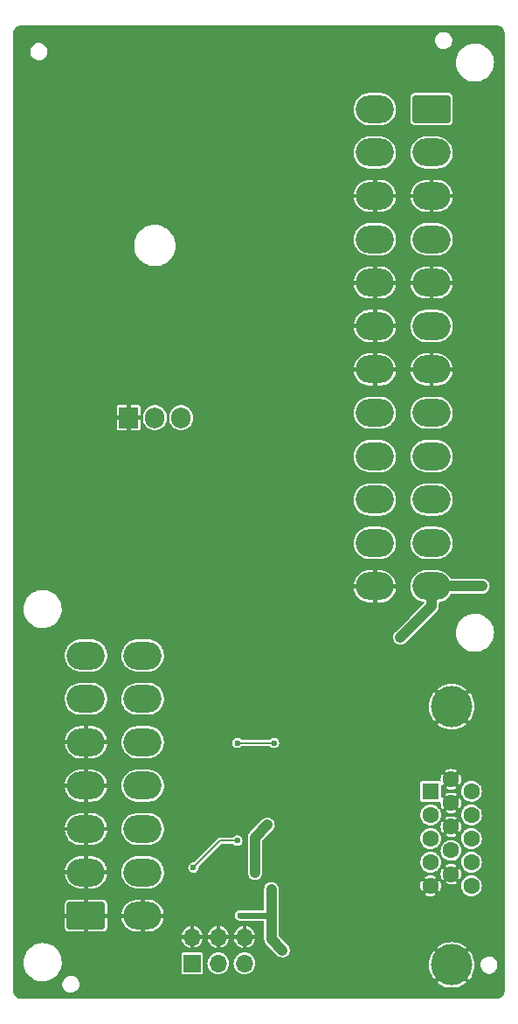
<source format=gbl>
G04 #@! TF.GenerationSoftware,KiCad,Pcbnew,(6.0.2-0)*
G04 #@! TF.CreationDate,2022-05-25T00:55:44-04:00*
G04 #@! TF.ProjectId,SEPowerAdapter,5345506f-7765-4724-9164-61707465722e,rev?*
G04 #@! TF.SameCoordinates,Original*
G04 #@! TF.FileFunction,Copper,L2,Bot*
G04 #@! TF.FilePolarity,Positive*
%FSLAX46Y46*%
G04 Gerber Fmt 4.6, Leading zero omitted, Abs format (unit mm)*
G04 Created by KiCad (PCBNEW (6.0.2-0)) date 2022-05-25 00:55:44*
%MOMM*%
%LPD*%
G01*
G04 APERTURE LIST*
G04 Aperture macros list*
%AMRoundRect*
0 Rectangle with rounded corners*
0 $1 Rounding radius*
0 $2 $3 $4 $5 $6 $7 $8 $9 X,Y pos of 4 corners*
0 Add a 4 corners polygon primitive as box body*
4,1,4,$2,$3,$4,$5,$6,$7,$8,$9,$2,$3,0*
0 Add four circle primitives for the rounded corners*
1,1,$1+$1,$2,$3*
1,1,$1+$1,$4,$5*
1,1,$1+$1,$6,$7*
1,1,$1+$1,$8,$9*
0 Add four rect primitives between the rounded corners*
20,1,$1+$1,$2,$3,$4,$5,0*
20,1,$1+$1,$4,$5,$6,$7,0*
20,1,$1+$1,$6,$7,$8,$9,0*
20,1,$1+$1,$8,$9,$2,$3,0*%
G04 Aperture macros list end*
G04 #@! TA.AperFunction,ComponentPad*
%ADD10R,1.905000X2.000000*%
G04 #@! TD*
G04 #@! TA.AperFunction,ComponentPad*
%ADD11O,1.905000X2.000000*%
G04 #@! TD*
G04 #@! TA.AperFunction,ComponentPad*
%ADD12RoundRect,0.250001X1.599999X-1.099999X1.599999X1.099999X-1.599999X1.099999X-1.599999X-1.099999X0*%
G04 #@! TD*
G04 #@! TA.AperFunction,ComponentPad*
%ADD13O,3.700000X2.700000*%
G04 #@! TD*
G04 #@! TA.AperFunction,ComponentPad*
%ADD14RoundRect,0.250001X-1.599999X1.099999X-1.599999X-1.099999X1.599999X-1.099999X1.599999X1.099999X0*%
G04 #@! TD*
G04 #@! TA.AperFunction,ComponentPad*
%ADD15C,4.000000*%
G04 #@! TD*
G04 #@! TA.AperFunction,ComponentPad*
%ADD16R,1.600000X1.600000*%
G04 #@! TD*
G04 #@! TA.AperFunction,ComponentPad*
%ADD17C,1.600000*%
G04 #@! TD*
G04 #@! TA.AperFunction,ComponentPad*
%ADD18R,1.700000X1.700000*%
G04 #@! TD*
G04 #@! TA.AperFunction,ComponentPad*
%ADD19O,1.700000X1.700000*%
G04 #@! TD*
G04 #@! TA.AperFunction,ViaPad*
%ADD20C,0.600000*%
G04 #@! TD*
G04 #@! TA.AperFunction,ViaPad*
%ADD21C,0.800000*%
G04 #@! TD*
G04 #@! TA.AperFunction,ViaPad*
%ADD22C,1.000000*%
G04 #@! TD*
G04 #@! TA.AperFunction,Conductor*
%ADD23C,1.000000*%
G04 #@! TD*
G04 #@! TA.AperFunction,Conductor*
%ADD24C,0.600000*%
G04 #@! TD*
G04 #@! TA.AperFunction,Conductor*
%ADD25C,0.200000*%
G04 #@! TD*
G04 APERTURE END LIST*
D10*
X89027000Y-136271000D03*
D11*
X91567000Y-136271000D03*
X94107000Y-136271000D03*
D12*
X84900000Y-184500000D03*
D13*
X84900000Y-180300000D03*
X84900000Y-176100000D03*
X84900000Y-171900000D03*
X84900000Y-167700000D03*
X84900000Y-163500000D03*
X84900000Y-159300000D03*
X90400000Y-184500000D03*
X90400000Y-180300000D03*
X90400000Y-176100000D03*
X90400000Y-171900000D03*
X90400000Y-167700000D03*
X90400000Y-163500000D03*
X90400000Y-159300000D03*
D14*
X118400000Y-106400000D03*
D13*
X118400000Y-110600000D03*
X118400000Y-114800000D03*
X118400000Y-119000000D03*
X118400000Y-123200000D03*
X118400000Y-127400000D03*
X118400000Y-131600000D03*
X118400000Y-135800000D03*
X118400000Y-140000000D03*
X118400000Y-144200000D03*
X118400000Y-148400000D03*
X118400000Y-152600000D03*
X112900000Y-106400000D03*
X112900000Y-110600000D03*
X112900000Y-114800000D03*
X112900000Y-119000000D03*
X112900000Y-123200000D03*
X112900000Y-127400000D03*
X112900000Y-131600000D03*
X112900000Y-135800000D03*
X112900000Y-140000000D03*
X112900000Y-144200000D03*
X112900000Y-148400000D03*
X112900000Y-152600000D03*
D15*
X120349669Y-164265000D03*
X120349669Y-189265000D03*
D16*
X118299669Y-172450000D03*
D17*
X118299669Y-174740000D03*
X118299669Y-177030000D03*
X118299669Y-179320000D03*
X118299669Y-181610000D03*
X120279669Y-171305000D03*
X120279669Y-173595000D03*
X120279669Y-175885000D03*
X120279669Y-178175000D03*
X120279669Y-180465000D03*
X122259669Y-172450000D03*
X122259669Y-174740000D03*
X122259669Y-177030000D03*
X122259669Y-179320000D03*
X122259669Y-181610000D03*
D18*
X95186500Y-189103000D03*
D19*
X95186500Y-186563000D03*
X97726500Y-189103000D03*
X97726500Y-186563000D03*
X100266500Y-189103000D03*
X100266500Y-186563000D03*
D20*
X108140500Y-187833000D03*
D21*
X99250500Y-183261000D03*
D20*
X110172500Y-165354000D03*
D21*
X78549500Y-191833500D03*
X92500000Y-154100000D03*
X122047000Y-129159000D03*
X110800000Y-142500000D03*
X99695000Y-169227500D03*
X108200000Y-122800000D03*
D20*
X111823500Y-178371500D03*
D21*
X102489000Y-166433500D03*
X96583500Y-191833500D03*
X94170500Y-170878500D03*
X108204000Y-151955500D03*
D20*
X106870500Y-172529500D03*
X110363000Y-177546000D03*
X108902500Y-178371500D03*
D21*
X101663500Y-150939500D03*
X110045500Y-154114500D03*
X92500000Y-166000000D03*
D20*
X106934000Y-174498000D03*
D21*
X124777500Y-98996500D03*
D20*
X99314000Y-145923000D03*
D21*
X87249000Y-189865000D03*
X108200000Y-127000000D03*
X100012500Y-175514000D03*
X98552000Y-190944500D03*
X102743000Y-190373000D03*
D20*
X106870500Y-183451500D03*
D21*
X108200000Y-142500000D03*
X109918500Y-191833500D03*
D20*
X92329000Y-145859500D03*
D21*
X93281500Y-174561500D03*
X95100000Y-163100000D03*
D20*
X103949500Y-179641500D03*
D21*
X102743000Y-178244500D03*
D20*
X106870500Y-171259500D03*
D21*
X108200000Y-148000000D03*
X95504000Y-160845500D03*
X95100000Y-154100000D03*
X106489500Y-158877000D03*
D20*
X103949500Y-183451500D03*
D21*
X106426000Y-140017500D03*
X99822000Y-179895500D03*
X108200000Y-112300000D03*
X108200000Y-108100000D03*
X95100000Y-157600000D03*
X95567500Y-139954000D03*
X122110500Y-184531000D03*
X113728500Y-185420000D03*
D20*
X115125500Y-166560500D03*
D21*
X108200000Y-138300000D03*
D20*
X106934000Y-186626500D03*
D21*
X106934000Y-145288000D03*
X123253500Y-154368500D03*
D20*
X111823500Y-166179500D03*
D21*
X106362500Y-125285500D03*
D20*
X108902500Y-166179500D03*
D21*
X102870000Y-174180500D03*
X95100000Y-166000000D03*
X78549500Y-98996500D03*
X114173000Y-174307500D03*
D20*
X106870500Y-184721500D03*
D21*
X90106500Y-139954000D03*
D20*
X111696500Y-164274500D03*
X106870500Y-179641500D03*
X108140500Y-175704500D03*
D21*
X92500000Y-157600000D03*
D20*
X103822500Y-153670000D03*
D21*
X110800000Y-108100000D03*
X92837000Y-187769500D03*
X108458000Y-190436500D03*
X124777500Y-191833500D03*
X110800000Y-138300000D03*
X110800000Y-112300000D03*
X93726000Y-178435000D03*
D20*
X103949500Y-172529500D03*
D21*
X97599500Y-181356000D03*
X113347500Y-181546500D03*
X98933000Y-150876000D03*
X104457500Y-156908500D03*
D20*
X107569000Y-168084500D03*
X111823500Y-186690000D03*
X115125500Y-170370500D03*
D21*
X85153500Y-156908500D03*
D20*
X106870500Y-180911500D03*
D22*
X123317000Y-152600000D03*
D20*
X99822000Y-184467500D03*
X102489000Y-175704500D03*
D22*
X115379500Y-157543500D03*
D20*
X102870000Y-181927500D03*
X103949500Y-187833000D03*
X101282500Y-180340000D03*
X95313500Y-179832000D03*
X99568000Y-177228500D03*
X99568000Y-167767000D03*
X103124000Y-167767000D03*
D23*
X118400000Y-152600000D02*
X118400000Y-154523000D01*
X101282500Y-176911000D02*
X102489000Y-175704500D01*
D24*
X99822000Y-184467500D02*
X102870000Y-184467500D01*
D23*
X123317000Y-152600000D02*
X118400000Y-152600000D01*
X102870000Y-186753500D02*
X102870000Y-181927500D01*
X118400000Y-154523000D02*
X115379500Y-157543500D01*
X101282500Y-180340000D02*
X101282500Y-176911000D01*
X103949500Y-187833000D02*
X102870000Y-186753500D01*
D25*
X99568000Y-177228500D02*
X97917000Y-177228500D01*
X97917000Y-177228500D02*
X95313500Y-179832000D01*
X103124000Y-167767000D02*
X99568000Y-167767000D01*
G04 #@! TA.AperFunction,Conductor*
G36*
X124765727Y-98310018D02*
G01*
X124777142Y-98312643D01*
X124788016Y-98310182D01*
X124799165Y-98310202D01*
X124799163Y-98311216D01*
X124809023Y-98310605D01*
X124875703Y-98317172D01*
X124902213Y-98319783D01*
X124921245Y-98323569D01*
X124976543Y-98340343D01*
X125031839Y-98357117D01*
X125049769Y-98364544D01*
X125151687Y-98419020D01*
X125167823Y-98429801D01*
X125257163Y-98503120D01*
X125270880Y-98516837D01*
X125328411Y-98586939D01*
X125344199Y-98606177D01*
X125354980Y-98622313D01*
X125409456Y-98724231D01*
X125416883Y-98742161D01*
X125450431Y-98852753D01*
X125454217Y-98871785D01*
X125461578Y-98946520D01*
X125463397Y-98964993D01*
X125463874Y-98974871D01*
X125463856Y-98985275D01*
X125461357Y-98996142D01*
X125463818Y-99007016D01*
X125464059Y-99008083D01*
X125466500Y-99029932D01*
X125466500Y-191799540D01*
X125463982Y-191821727D01*
X125461357Y-191833142D01*
X125463818Y-191844016D01*
X125463798Y-191855165D01*
X125462784Y-191855163D01*
X125463395Y-191865023D01*
X125457666Y-191923189D01*
X125455492Y-191945271D01*
X125454217Y-191958212D01*
X125450431Y-191977247D01*
X125416883Y-192087839D01*
X125409456Y-192105769D01*
X125354980Y-192207687D01*
X125344199Y-192223823D01*
X125270880Y-192313163D01*
X125257163Y-192326880D01*
X125192338Y-192380080D01*
X125167823Y-192400199D01*
X125151687Y-192410980D01*
X125049769Y-192465456D01*
X125031839Y-192472883D01*
X124976543Y-192489657D01*
X124921245Y-192506431D01*
X124902215Y-192510217D01*
X124809002Y-192519397D01*
X124799129Y-192519874D01*
X124788725Y-192519856D01*
X124777858Y-192517357D01*
X124765917Y-192520059D01*
X124744068Y-192522500D01*
X78583460Y-192522500D01*
X78561273Y-192519982D01*
X78549858Y-192517357D01*
X78538984Y-192519818D01*
X78527835Y-192519798D01*
X78527837Y-192518784D01*
X78517977Y-192519395D01*
X78451297Y-192512828D01*
X78424787Y-192510217D01*
X78405755Y-192506431D01*
X78350457Y-192489657D01*
X78295161Y-192472883D01*
X78277231Y-192465456D01*
X78175313Y-192410980D01*
X78159177Y-192400199D01*
X78134662Y-192380080D01*
X78069837Y-192326880D01*
X78056120Y-192313163D01*
X77982801Y-192223823D01*
X77972020Y-192207687D01*
X77917544Y-192105769D01*
X77910117Y-192087839D01*
X77876569Y-191977247D01*
X77872783Y-191958212D01*
X77863652Y-191865495D01*
X77863824Y-191844474D01*
X77864376Y-191839678D01*
X77865642Y-191834216D01*
X77865643Y-191833500D01*
X77862979Y-191821821D01*
X77860500Y-191799804D01*
X77860500Y-191088591D01*
X82608922Y-191088591D01*
X82618321Y-191267921D01*
X82666008Y-191441049D01*
X82749760Y-191599898D01*
X82753220Y-191603992D01*
X82753221Y-191603994D01*
X82815349Y-191677513D01*
X82865668Y-191737058D01*
X83008326Y-191846128D01*
X83171077Y-191922020D01*
X83176304Y-191923188D01*
X83176306Y-191923189D01*
X83282742Y-191946980D01*
X83346328Y-191961193D01*
X83350401Y-191961421D01*
X83350433Y-191961423D01*
X83350450Y-191961423D01*
X83351819Y-191961500D01*
X83483866Y-191961500D01*
X83514133Y-191958212D01*
X83612200Y-191947559D01*
X83612205Y-191947558D01*
X83617525Y-191946980D01*
X83787722Y-191889703D01*
X83798225Y-191883392D01*
X83937052Y-191799976D01*
X83937055Y-191799974D01*
X83941648Y-191797214D01*
X84072123Y-191673830D01*
X84173060Y-191525306D01*
X84225087Y-191395229D01*
X84237758Y-191363549D01*
X84237759Y-191363547D01*
X84239748Y-191358573D01*
X84269078Y-191181409D01*
X84260405Y-191015924D01*
X84259960Y-191007434D01*
X84259960Y-191007431D01*
X84259679Y-191002079D01*
X84247241Y-190956921D01*
X118946420Y-190956921D01*
X118946972Y-190960408D01*
X118948472Y-190962336D01*
X119005086Y-191011986D01*
X119010217Y-191015924D01*
X119244618Y-191172546D01*
X119250212Y-191175775D01*
X119503054Y-191300463D01*
X119509027Y-191302937D01*
X119775969Y-191393552D01*
X119782227Y-191395229D01*
X120058724Y-191450227D01*
X120065123Y-191451070D01*
X120346435Y-191469508D01*
X120352903Y-191469508D01*
X120634215Y-191451070D01*
X120640614Y-191450227D01*
X120917111Y-191395229D01*
X120923369Y-191393552D01*
X121190311Y-191302937D01*
X121196284Y-191300463D01*
X121449126Y-191175775D01*
X121454720Y-191172546D01*
X121689121Y-191015924D01*
X121694252Y-191011986D01*
X121746161Y-190966463D01*
X121752981Y-190955000D01*
X121752657Y-190951483D01*
X121751286Y-190949460D01*
X120360755Y-189558929D01*
X120348872Y-189552875D01*
X120343841Y-189553671D01*
X118952474Y-190945038D01*
X118946420Y-190956921D01*
X84247241Y-190956921D01*
X84211992Y-190828951D01*
X84128240Y-190670102D01*
X84067869Y-190598661D01*
X84015792Y-190537036D01*
X84015790Y-190537034D01*
X84012332Y-190532942D01*
X83869674Y-190423872D01*
X83706923Y-190347980D01*
X83701696Y-190346812D01*
X83701694Y-190346811D01*
X83535631Y-190309692D01*
X83535632Y-190309692D01*
X83531672Y-190308807D01*
X83527599Y-190308579D01*
X83527567Y-190308577D01*
X83527550Y-190308577D01*
X83526181Y-190308500D01*
X83394134Y-190308500D01*
X83364768Y-190311690D01*
X83265800Y-190322441D01*
X83265795Y-190322442D01*
X83260475Y-190323020D01*
X83090278Y-190380297D01*
X83085683Y-190383058D01*
X82940948Y-190470024D01*
X82940945Y-190470026D01*
X82936352Y-190472786D01*
X82805877Y-190596170D01*
X82704940Y-190744694D01*
X82638252Y-190911427D01*
X82637378Y-190916709D01*
X82637377Y-190916711D01*
X82631621Y-190951483D01*
X82608922Y-191088591D01*
X77860500Y-191088591D01*
X77860500Y-189042095D01*
X78845028Y-189042095D01*
X78845368Y-189045657D01*
X78845368Y-189045664D01*
X78870193Y-189305861D01*
X78870534Y-189309431D01*
X78934364Y-189570285D01*
X79035182Y-189819192D01*
X79036993Y-189822285D01*
X79036994Y-189822287D01*
X79061277Y-189863759D01*
X79170875Y-190050938D01*
X79173110Y-190053733D01*
X79173113Y-190053737D01*
X79256775Y-190158351D01*
X79338601Y-190260669D01*
X79534846Y-190443991D01*
X79755499Y-190597064D01*
X79877066Y-190657542D01*
X79992723Y-190715081D01*
X79992728Y-190715083D01*
X79995938Y-190716680D01*
X79999349Y-190717798D01*
X79999351Y-190717799D01*
X80247721Y-190799219D01*
X80247724Y-190799220D01*
X80251126Y-190800335D01*
X80515717Y-190846276D01*
X80564761Y-190848717D01*
X80599335Y-190850439D01*
X80599348Y-190850439D01*
X80600567Y-190850500D01*
X80768223Y-190850500D01*
X80967846Y-190836016D01*
X81230080Y-190778120D01*
X81233429Y-190776851D01*
X81233433Y-190776850D01*
X81335087Y-190738337D01*
X81481211Y-190682975D01*
X81637489Y-190596170D01*
X81712837Y-190554318D01*
X81712841Y-190554315D01*
X81715976Y-190552574D01*
X81741701Y-190532942D01*
X81926607Y-190391826D01*
X81926609Y-190391825D01*
X81929458Y-190389650D01*
X82117185Y-190197614D01*
X82275225Y-189980491D01*
X82279299Y-189972748D01*
X94136000Y-189972748D01*
X94147633Y-190031231D01*
X94191948Y-190097552D01*
X94258269Y-190141867D01*
X94267832Y-190143769D01*
X94267834Y-190143770D01*
X94290505Y-190148279D01*
X94316752Y-190153500D01*
X96056248Y-190153500D01*
X96082495Y-190148279D01*
X96105166Y-190143770D01*
X96105168Y-190143769D01*
X96114731Y-190141867D01*
X96181052Y-190097552D01*
X96225367Y-190031231D01*
X96237000Y-189972748D01*
X96237000Y-189088262D01*
X96671020Y-189088262D01*
X96671425Y-189093082D01*
X96686351Y-189270828D01*
X96688259Y-189293553D01*
X96689592Y-189298201D01*
X96689592Y-189298202D01*
X96743465Y-189486078D01*
X96745044Y-189491586D01*
X96839212Y-189674818D01*
X96967177Y-189836270D01*
X96970857Y-189839402D01*
X96970859Y-189839404D01*
X97032030Y-189891464D01*
X97124064Y-189969791D01*
X97128287Y-189972151D01*
X97128291Y-189972154D01*
X97216883Y-190021666D01*
X97303898Y-190070297D01*
X97308496Y-190071791D01*
X97495224Y-190132463D01*
X97495226Y-190132464D01*
X97499829Y-190133959D01*
X97704394Y-190158351D01*
X97709216Y-190157980D01*
X97709219Y-190157980D01*
X97779759Y-190152552D01*
X97909800Y-190142546D01*
X98108225Y-190087145D01*
X98112538Y-190084966D01*
X98112544Y-190084964D01*
X98287789Y-189996441D01*
X98287791Y-189996440D01*
X98292110Y-189994258D01*
X98295927Y-189991276D01*
X98450635Y-189870406D01*
X98450639Y-189870402D01*
X98454451Y-189867424D01*
X98484647Y-189832442D01*
X98548559Y-189758398D01*
X98589064Y-189711472D01*
X98602262Y-189688240D01*
X98688434Y-189536550D01*
X98688435Y-189536547D01*
X98690823Y-189532344D01*
X98703914Y-189492993D01*
X98754324Y-189341454D01*
X98754324Y-189341452D01*
X98755851Y-189336863D01*
X98759317Y-189309431D01*
X98781323Y-189135228D01*
X98781671Y-189132474D01*
X98782083Y-189103000D01*
X98780638Y-189088262D01*
X99211020Y-189088262D01*
X99211425Y-189093082D01*
X99226351Y-189270828D01*
X99228259Y-189293553D01*
X99229592Y-189298201D01*
X99229592Y-189298202D01*
X99283465Y-189486078D01*
X99285044Y-189491586D01*
X99379212Y-189674818D01*
X99507177Y-189836270D01*
X99510857Y-189839402D01*
X99510859Y-189839404D01*
X99572030Y-189891464D01*
X99664064Y-189969791D01*
X99668287Y-189972151D01*
X99668291Y-189972154D01*
X99756883Y-190021666D01*
X99843898Y-190070297D01*
X99848496Y-190071791D01*
X100035224Y-190132463D01*
X100035226Y-190132464D01*
X100039829Y-190133959D01*
X100244394Y-190158351D01*
X100249216Y-190157980D01*
X100249219Y-190157980D01*
X100319759Y-190152552D01*
X100449800Y-190142546D01*
X100648225Y-190087145D01*
X100652538Y-190084966D01*
X100652544Y-190084964D01*
X100827789Y-189996441D01*
X100827791Y-189996440D01*
X100832110Y-189994258D01*
X100835927Y-189991276D01*
X100990635Y-189870406D01*
X100990639Y-189870402D01*
X100994451Y-189867424D01*
X101024647Y-189832442D01*
X101088559Y-189758398D01*
X101129064Y-189711472D01*
X101142262Y-189688240D01*
X101228434Y-189536550D01*
X101228435Y-189536547D01*
X101230823Y-189532344D01*
X101243914Y-189492993D01*
X101294324Y-189341454D01*
X101294324Y-189341452D01*
X101295851Y-189336863D01*
X101299317Y-189309431D01*
X101304521Y-189268234D01*
X118145161Y-189268234D01*
X118163599Y-189549546D01*
X118164442Y-189555945D01*
X118219440Y-189832442D01*
X118221117Y-189838700D01*
X118311732Y-190105642D01*
X118314206Y-190111615D01*
X118438894Y-190364457D01*
X118442123Y-190370051D01*
X118598745Y-190604452D01*
X118602683Y-190609583D01*
X118648206Y-190661492D01*
X118659669Y-190668312D01*
X118663186Y-190667988D01*
X118665209Y-190666617D01*
X120055740Y-189276086D01*
X120060982Y-189265797D01*
X120637544Y-189265797D01*
X120638340Y-189270828D01*
X122029707Y-190662195D01*
X122041590Y-190668249D01*
X122045077Y-190667697D01*
X122047005Y-190666197D01*
X122096655Y-190609583D01*
X122100593Y-190604452D01*
X122257215Y-190370051D01*
X122260444Y-190364457D01*
X122385132Y-190111615D01*
X122387606Y-190105642D01*
X122478221Y-189838700D01*
X122479898Y-189832442D01*
X122534896Y-189555945D01*
X122535739Y-189549546D01*
X122554177Y-189268234D01*
X122554177Y-189261766D01*
X122553215Y-189247091D01*
X123121922Y-189247091D01*
X123131321Y-189426421D01*
X123179008Y-189599549D01*
X123262760Y-189758398D01*
X123266220Y-189762492D01*
X123266221Y-189762494D01*
X123351796Y-189863759D01*
X123378668Y-189895558D01*
X123521326Y-190004628D01*
X123684077Y-190080520D01*
X123689304Y-190081688D01*
X123689306Y-190081689D01*
X123795742Y-190105480D01*
X123859328Y-190119693D01*
X123863401Y-190119921D01*
X123863433Y-190119923D01*
X123863450Y-190119923D01*
X123864819Y-190120000D01*
X123996866Y-190120000D01*
X124026232Y-190116810D01*
X124125200Y-190106059D01*
X124125205Y-190106058D01*
X124130525Y-190105480D01*
X124300722Y-190048203D01*
X124344887Y-190021666D01*
X124450052Y-189958476D01*
X124450055Y-189958474D01*
X124454648Y-189955714D01*
X124585123Y-189832330D01*
X124686060Y-189683806D01*
X124736007Y-189558929D01*
X124750758Y-189522049D01*
X124750759Y-189522047D01*
X124752748Y-189517073D01*
X124756968Y-189491586D01*
X124781202Y-189345198D01*
X124782078Y-189339909D01*
X124772679Y-189160579D01*
X124724992Y-188987451D01*
X124641240Y-188828602D01*
X124592016Y-188770352D01*
X124528792Y-188695536D01*
X124528790Y-188695534D01*
X124525332Y-188691442D01*
X124382674Y-188582372D01*
X124219923Y-188506480D01*
X124214696Y-188505312D01*
X124214694Y-188505311D01*
X124048631Y-188468192D01*
X124048632Y-188468192D01*
X124044672Y-188467307D01*
X124040599Y-188467079D01*
X124040567Y-188467077D01*
X124040550Y-188467077D01*
X124039181Y-188467000D01*
X123907134Y-188467000D01*
X123877768Y-188470190D01*
X123778800Y-188480941D01*
X123778795Y-188480942D01*
X123773475Y-188481520D01*
X123603278Y-188538797D01*
X123598683Y-188541558D01*
X123453948Y-188628524D01*
X123453945Y-188628526D01*
X123449352Y-188631286D01*
X123318877Y-188754670D01*
X123217940Y-188903194D01*
X123151252Y-189069927D01*
X123150378Y-189075209D01*
X123150377Y-189075211D01*
X123146233Y-189100244D01*
X123121922Y-189247091D01*
X122553215Y-189247091D01*
X122535739Y-188980454D01*
X122534896Y-188974055D01*
X122479898Y-188697558D01*
X122478221Y-188691300D01*
X122387606Y-188424358D01*
X122385132Y-188418385D01*
X122260444Y-188165543D01*
X122257215Y-188159949D01*
X122100593Y-187925548D01*
X122096655Y-187920417D01*
X122051132Y-187868508D01*
X122039669Y-187861688D01*
X122036152Y-187862012D01*
X122034129Y-187863383D01*
X120643598Y-189253914D01*
X120637544Y-189265797D01*
X120060982Y-189265797D01*
X120061794Y-189264203D01*
X120060998Y-189259172D01*
X118669631Y-187867805D01*
X118657748Y-187861751D01*
X118654261Y-187862303D01*
X118652333Y-187863803D01*
X118602683Y-187920417D01*
X118598745Y-187925548D01*
X118442123Y-188159949D01*
X118438894Y-188165543D01*
X118314206Y-188418385D01*
X118311732Y-188424358D01*
X118221117Y-188691300D01*
X118219440Y-188697558D01*
X118164442Y-188974055D01*
X118163599Y-188980454D01*
X118145161Y-189261766D01*
X118145161Y-189268234D01*
X101304521Y-189268234D01*
X101321323Y-189135228D01*
X101321671Y-189132474D01*
X101322083Y-189103000D01*
X101320167Y-189083454D01*
X101302452Y-188902780D01*
X101302451Y-188902776D01*
X101301980Y-188897970D01*
X101281037Y-188828602D01*
X101266625Y-188780869D01*
X101242435Y-188700749D01*
X101145718Y-188518849D01*
X101015511Y-188359200D01*
X100999290Y-188345781D01*
X100860502Y-188230965D01*
X100860500Y-188230964D01*
X100856775Y-188227882D01*
X100675555Y-188129897D01*
X100606264Y-188108448D01*
X100483375Y-188070407D01*
X100483371Y-188070406D01*
X100478754Y-188068977D01*
X100473946Y-188068472D01*
X100473943Y-188068471D01*
X100278685Y-188047949D01*
X100278683Y-188047949D01*
X100273869Y-188047443D01*
X100218300Y-188052500D01*
X100073522Y-188065675D01*
X100073517Y-188065676D01*
X100068703Y-188066114D01*
X99871072Y-188124280D01*
X99866788Y-188126519D01*
X99866787Y-188126520D01*
X99856613Y-188131839D01*
X99688502Y-188219726D01*
X99684731Y-188222758D01*
X99531720Y-188345781D01*
X99531717Y-188345783D01*
X99527947Y-188348815D01*
X99524833Y-188352526D01*
X99524832Y-188352527D01*
X99417080Y-188480941D01*
X99395524Y-188506630D01*
X99393189Y-188510878D01*
X99393188Y-188510879D01*
X99383865Y-188527837D01*
X99296276Y-188687162D01*
X99294813Y-188691775D01*
X99294811Y-188691779D01*
X99268768Y-188773878D01*
X99233984Y-188883532D01*
X99233444Y-188888344D01*
X99233444Y-188888345D01*
X99213077Y-189069927D01*
X99211020Y-189088262D01*
X98780638Y-189088262D01*
X98780167Y-189083454D01*
X98762452Y-188902780D01*
X98762451Y-188902776D01*
X98761980Y-188897970D01*
X98741037Y-188828602D01*
X98726625Y-188780869D01*
X98702435Y-188700749D01*
X98605718Y-188518849D01*
X98475511Y-188359200D01*
X98459290Y-188345781D01*
X98320502Y-188230965D01*
X98320500Y-188230964D01*
X98316775Y-188227882D01*
X98135555Y-188129897D01*
X98066264Y-188108448D01*
X97943375Y-188070407D01*
X97943371Y-188070406D01*
X97938754Y-188068977D01*
X97933946Y-188068472D01*
X97933943Y-188068471D01*
X97738685Y-188047949D01*
X97738683Y-188047949D01*
X97733869Y-188047443D01*
X97678300Y-188052500D01*
X97533522Y-188065675D01*
X97533517Y-188065676D01*
X97528703Y-188066114D01*
X97331072Y-188124280D01*
X97326788Y-188126519D01*
X97326787Y-188126520D01*
X97316613Y-188131839D01*
X97148502Y-188219726D01*
X97144731Y-188222758D01*
X96991720Y-188345781D01*
X96991717Y-188345783D01*
X96987947Y-188348815D01*
X96984833Y-188352526D01*
X96984832Y-188352527D01*
X96877080Y-188480941D01*
X96855524Y-188506630D01*
X96853189Y-188510878D01*
X96853188Y-188510879D01*
X96843865Y-188527837D01*
X96756276Y-188687162D01*
X96754813Y-188691775D01*
X96754811Y-188691779D01*
X96728768Y-188773878D01*
X96693984Y-188883532D01*
X96693444Y-188888344D01*
X96693444Y-188888345D01*
X96673077Y-189069927D01*
X96671020Y-189088262D01*
X96237000Y-189088262D01*
X96237000Y-188233252D01*
X96225367Y-188174769D01*
X96181052Y-188108448D01*
X96114731Y-188064133D01*
X96105168Y-188062231D01*
X96105166Y-188062230D01*
X96082495Y-188057721D01*
X96056248Y-188052500D01*
X94316752Y-188052500D01*
X94290505Y-188057721D01*
X94267834Y-188062230D01*
X94267832Y-188062231D01*
X94258269Y-188064133D01*
X94191948Y-188108448D01*
X94147633Y-188174769D01*
X94136000Y-188233252D01*
X94136000Y-189972748D01*
X82279299Y-189972748D01*
X82279612Y-189972154D01*
X82398595Y-189746002D01*
X82400265Y-189742828D01*
X82462426Y-189566802D01*
X82488491Y-189492993D01*
X82488491Y-189492991D01*
X82489688Y-189489603D01*
X82520249Y-189334552D01*
X82540925Y-189229648D01*
X82541620Y-189226122D01*
X82554972Y-188957905D01*
X82554632Y-188954343D01*
X82554632Y-188954336D01*
X82529807Y-188694139D01*
X82529806Y-188694134D01*
X82529466Y-188690569D01*
X82465636Y-188429715D01*
X82364818Y-188180808D01*
X82336146Y-188131839D01*
X82230936Y-187952155D01*
X82229125Y-187949062D01*
X82210321Y-187925548D01*
X82063634Y-187742126D01*
X82061399Y-187739331D01*
X81904986Y-187593218D01*
X81867777Y-187558459D01*
X81867775Y-187558457D01*
X81865154Y-187556009D01*
X81644501Y-187402936D01*
X81522934Y-187342458D01*
X81407277Y-187284919D01*
X81407272Y-187284917D01*
X81404062Y-187283320D01*
X81349788Y-187265528D01*
X81152279Y-187200781D01*
X81152276Y-187200780D01*
X81148874Y-187199665D01*
X80884283Y-187153724D01*
X80835239Y-187151283D01*
X80800665Y-187149561D01*
X80800652Y-187149561D01*
X80799433Y-187149500D01*
X80631777Y-187149500D01*
X80432154Y-187163984D01*
X80169920Y-187221880D01*
X80166571Y-187223149D01*
X80166567Y-187223150D01*
X80065041Y-187261615D01*
X79918789Y-187317025D01*
X79822837Y-187370322D01*
X79687163Y-187445682D01*
X79687159Y-187445685D01*
X79684024Y-187447426D01*
X79681174Y-187449601D01*
X79681171Y-187449603D01*
X79490945Y-187594779D01*
X79470542Y-187610350D01*
X79282815Y-187802386D01*
X79124775Y-188019509D01*
X79123111Y-188022672D01*
X79123109Y-188022675D01*
X79065487Y-188132197D01*
X78999735Y-188257172D01*
X78998539Y-188260559D01*
X78920510Y-188481520D01*
X78910312Y-188510397D01*
X78909618Y-188513919D01*
X78909617Y-188513922D01*
X78873821Y-188695536D01*
X78858380Y-188773878D01*
X78845028Y-189042095D01*
X77860500Y-189042095D01*
X77860500Y-186777222D01*
X94155565Y-186777222D01*
X94204174Y-186946743D01*
X94207725Y-186955711D01*
X94297419Y-187130236D01*
X94302642Y-187138341D01*
X94424537Y-187292134D01*
X94431220Y-187299055D01*
X94580664Y-187426241D01*
X94588578Y-187431742D01*
X94759873Y-187527475D01*
X94768701Y-187531332D01*
X94955333Y-187591972D01*
X94964747Y-187594042D01*
X94970929Y-187594779D01*
X94984015Y-187592188D01*
X94985455Y-187590633D01*
X94986500Y-187585882D01*
X94986500Y-187581685D01*
X95386500Y-187581685D01*
X95390247Y-187593218D01*
X95400579Y-187593434D01*
X95563382Y-187547978D01*
X95572362Y-187544496D01*
X95747520Y-187456017D01*
X95755655Y-187450854D01*
X95910287Y-187330042D01*
X95917271Y-187323391D01*
X96045490Y-187174848D01*
X96051046Y-187166973D01*
X96147971Y-186996353D01*
X96151892Y-186987546D01*
X96213834Y-186801346D01*
X96215969Y-186791944D01*
X96217661Y-186778557D01*
X96217406Y-186777222D01*
X96695565Y-186777222D01*
X96744174Y-186946743D01*
X96747725Y-186955711D01*
X96837419Y-187130236D01*
X96842642Y-187138341D01*
X96964537Y-187292134D01*
X96971220Y-187299055D01*
X97120664Y-187426241D01*
X97128578Y-187431742D01*
X97299873Y-187527475D01*
X97308701Y-187531332D01*
X97495333Y-187591972D01*
X97504747Y-187594042D01*
X97510929Y-187594779D01*
X97524015Y-187592188D01*
X97525455Y-187590633D01*
X97526500Y-187585882D01*
X97526500Y-187581685D01*
X97926500Y-187581685D01*
X97930247Y-187593218D01*
X97940579Y-187593434D01*
X98103382Y-187547978D01*
X98112362Y-187544496D01*
X98287520Y-187456017D01*
X98295655Y-187450854D01*
X98450287Y-187330042D01*
X98457271Y-187323391D01*
X98585490Y-187174848D01*
X98591046Y-187166973D01*
X98687971Y-186996353D01*
X98691892Y-186987546D01*
X98753834Y-186801346D01*
X98755969Y-186791944D01*
X98757661Y-186778557D01*
X98757406Y-186777222D01*
X99235565Y-186777222D01*
X99284174Y-186946743D01*
X99287725Y-186955711D01*
X99377419Y-187130236D01*
X99382642Y-187138341D01*
X99504537Y-187292134D01*
X99511220Y-187299055D01*
X99660664Y-187426241D01*
X99668578Y-187431742D01*
X99839873Y-187527475D01*
X99848701Y-187531332D01*
X100035333Y-187591972D01*
X100044747Y-187594042D01*
X100050929Y-187594779D01*
X100064015Y-187592188D01*
X100065455Y-187590633D01*
X100066500Y-187585882D01*
X100066500Y-187581685D01*
X100466500Y-187581685D01*
X100470247Y-187593218D01*
X100480579Y-187593434D01*
X100643382Y-187547978D01*
X100652362Y-187544496D01*
X100827520Y-187456017D01*
X100835655Y-187450854D01*
X100990287Y-187330042D01*
X100997271Y-187323391D01*
X101125490Y-187174848D01*
X101131046Y-187166973D01*
X101227971Y-186996353D01*
X101231892Y-186987546D01*
X101293834Y-186801346D01*
X101295969Y-186791944D01*
X101297661Y-186778557D01*
X101295161Y-186765454D01*
X101293751Y-186764130D01*
X101288696Y-186763000D01*
X100482180Y-186763000D01*
X100469495Y-186767122D01*
X100466500Y-186771243D01*
X100466500Y-187581685D01*
X100066500Y-187581685D01*
X100066500Y-186778680D01*
X100062378Y-186765995D01*
X100058257Y-186763000D01*
X99247167Y-186763000D01*
X99235749Y-186766710D01*
X99235565Y-186777222D01*
X98757406Y-186777222D01*
X98755161Y-186765454D01*
X98753751Y-186764130D01*
X98748696Y-186763000D01*
X97942180Y-186763000D01*
X97929495Y-186767122D01*
X97926500Y-186771243D01*
X97926500Y-187581685D01*
X97526500Y-187581685D01*
X97526500Y-186778680D01*
X97522378Y-186765995D01*
X97518257Y-186763000D01*
X96707167Y-186763000D01*
X96695749Y-186766710D01*
X96695565Y-186777222D01*
X96217406Y-186777222D01*
X96215161Y-186765454D01*
X96213751Y-186764130D01*
X96208696Y-186763000D01*
X95402180Y-186763000D01*
X95389495Y-186767122D01*
X95386500Y-186771243D01*
X95386500Y-187581685D01*
X94986500Y-187581685D01*
X94986500Y-186778680D01*
X94982378Y-186765995D01*
X94978257Y-186763000D01*
X94167167Y-186763000D01*
X94155749Y-186766710D01*
X94155565Y-186777222D01*
X77860500Y-186777222D01*
X77860500Y-186347665D01*
X94154102Y-186347665D01*
X94156733Y-186360483D01*
X94158436Y-186362039D01*
X94162882Y-186363000D01*
X94970820Y-186363000D01*
X94983505Y-186358878D01*
X94986500Y-186354757D01*
X94986500Y-186347320D01*
X95386500Y-186347320D01*
X95390622Y-186360005D01*
X95394743Y-186363000D01*
X96206291Y-186363000D01*
X96218976Y-186358878D01*
X96220549Y-186356713D01*
X96220616Y-186356098D01*
X96220089Y-186353438D01*
X96218346Y-186347665D01*
X96694102Y-186347665D01*
X96696733Y-186360483D01*
X96698436Y-186362039D01*
X96702882Y-186363000D01*
X97510820Y-186363000D01*
X97523505Y-186358878D01*
X97526500Y-186354757D01*
X97526500Y-186347320D01*
X97926500Y-186347320D01*
X97930622Y-186360005D01*
X97934743Y-186363000D01*
X98746291Y-186363000D01*
X98758976Y-186358878D01*
X98760549Y-186356713D01*
X98760616Y-186356098D01*
X98760089Y-186353438D01*
X98758346Y-186347665D01*
X99234102Y-186347665D01*
X99236733Y-186360483D01*
X99238436Y-186362039D01*
X99242882Y-186363000D01*
X100050820Y-186363000D01*
X100063505Y-186358878D01*
X100066500Y-186354757D01*
X100066500Y-186347320D01*
X100466500Y-186347320D01*
X100470622Y-186360005D01*
X100474743Y-186363000D01*
X101286291Y-186363000D01*
X101298976Y-186358878D01*
X101300549Y-186356713D01*
X101300616Y-186356098D01*
X101300089Y-186353438D01*
X101243369Y-186165572D01*
X101239699Y-186156668D01*
X101147572Y-185983401D01*
X101142240Y-185975376D01*
X101018216Y-185823307D01*
X101011422Y-185816466D01*
X100860221Y-185691381D01*
X100852238Y-185685997D01*
X100679614Y-185592660D01*
X100670743Y-185588931D01*
X100483280Y-185530901D01*
X100480114Y-185530252D01*
X100469048Y-185532604D01*
X100467380Y-185534456D01*
X100466500Y-185538597D01*
X100466500Y-186347320D01*
X100066500Y-186347320D01*
X100066500Y-185542963D01*
X100062827Y-185531659D01*
X100052138Y-185531510D01*
X99875907Y-185583378D01*
X99866966Y-185586991D01*
X99693073Y-185677899D01*
X99684997Y-185683184D01*
X99532071Y-185806140D01*
X99525187Y-185812881D01*
X99399051Y-185963205D01*
X99393604Y-185971159D01*
X99299073Y-186143111D01*
X99295273Y-186151976D01*
X99235939Y-186339021D01*
X99234102Y-186347665D01*
X98758346Y-186347665D01*
X98703369Y-186165572D01*
X98699699Y-186156668D01*
X98607572Y-185983401D01*
X98602240Y-185975376D01*
X98478216Y-185823307D01*
X98471422Y-185816466D01*
X98320221Y-185691381D01*
X98312238Y-185685997D01*
X98139614Y-185592660D01*
X98130743Y-185588931D01*
X97943280Y-185530901D01*
X97940114Y-185530252D01*
X97929048Y-185532604D01*
X97927380Y-185534456D01*
X97926500Y-185538597D01*
X97926500Y-186347320D01*
X97526500Y-186347320D01*
X97526500Y-185542963D01*
X97522827Y-185531659D01*
X97512138Y-185531510D01*
X97335907Y-185583378D01*
X97326966Y-185586991D01*
X97153073Y-185677899D01*
X97144997Y-185683184D01*
X96992071Y-185806140D01*
X96985187Y-185812881D01*
X96859051Y-185963205D01*
X96853604Y-185971159D01*
X96759073Y-186143111D01*
X96755273Y-186151976D01*
X96695939Y-186339021D01*
X96694102Y-186347665D01*
X96218346Y-186347665D01*
X96163369Y-186165572D01*
X96159699Y-186156668D01*
X96067572Y-185983401D01*
X96062240Y-185975376D01*
X95938216Y-185823307D01*
X95931422Y-185816466D01*
X95780221Y-185691381D01*
X95772238Y-185685997D01*
X95599614Y-185592660D01*
X95590743Y-185588931D01*
X95403280Y-185530901D01*
X95400114Y-185530252D01*
X95389048Y-185532604D01*
X95387380Y-185534456D01*
X95386500Y-185538597D01*
X95386500Y-186347320D01*
X94986500Y-186347320D01*
X94986500Y-185542963D01*
X94982827Y-185531659D01*
X94972138Y-185531510D01*
X94795907Y-185583378D01*
X94786966Y-185586991D01*
X94613073Y-185677899D01*
X94604997Y-185683184D01*
X94452071Y-185806140D01*
X94445187Y-185812881D01*
X94319051Y-185963205D01*
X94313604Y-185971159D01*
X94219073Y-186143111D01*
X94215273Y-186151976D01*
X94155939Y-186339021D01*
X94154102Y-186347665D01*
X77860500Y-186347665D01*
X77860500Y-185651445D01*
X82850000Y-185651445D01*
X82850218Y-185656081D01*
X82852410Y-185679265D01*
X82854978Y-185690968D01*
X82895362Y-185805965D01*
X82902209Y-185818898D01*
X82973808Y-185915835D01*
X82984165Y-185926192D01*
X83081102Y-185997791D01*
X83094035Y-186004638D01*
X83209032Y-186045022D01*
X83220735Y-186047590D01*
X83243919Y-186049782D01*
X83248555Y-186050000D01*
X84684320Y-186050000D01*
X84697005Y-186045878D01*
X84700000Y-186041757D01*
X84700000Y-186034320D01*
X85100000Y-186034320D01*
X85104122Y-186047005D01*
X85108243Y-186050000D01*
X86551445Y-186050000D01*
X86556081Y-186049782D01*
X86579265Y-186047590D01*
X86590968Y-186045022D01*
X86705965Y-186004638D01*
X86718898Y-185997791D01*
X86815835Y-185926192D01*
X86826192Y-185915835D01*
X86897791Y-185818898D01*
X86904638Y-185805965D01*
X86945022Y-185690968D01*
X86947590Y-185679265D01*
X86949782Y-185656081D01*
X86950000Y-185651445D01*
X86950000Y-184715680D01*
X86948349Y-184710598D01*
X88363992Y-184710598D01*
X88374116Y-184798093D01*
X88375656Y-184805869D01*
X88441402Y-185038215D01*
X88444170Y-185045656D01*
X88546217Y-185264495D01*
X88550133Y-185271389D01*
X88685860Y-185471106D01*
X88690827Y-185477284D01*
X88856743Y-185652735D01*
X88862632Y-185658037D01*
X89054458Y-185804699D01*
X89061129Y-185808999D01*
X89273934Y-185923103D01*
X89281202Y-185926278D01*
X89509508Y-186004890D01*
X89517205Y-186006866D01*
X89755988Y-186048112D01*
X89762177Y-186048784D01*
X89787841Y-186049950D01*
X89790048Y-186050000D01*
X90184320Y-186050000D01*
X90197005Y-186045878D01*
X90200000Y-186041757D01*
X90200000Y-186034320D01*
X90600000Y-186034320D01*
X90604122Y-186047005D01*
X90608243Y-186050000D01*
X90960695Y-186050000D01*
X90964656Y-186049841D01*
X91144662Y-186035358D01*
X91152482Y-186034091D01*
X91386982Y-185976493D01*
X91394512Y-185973988D01*
X91616782Y-185879640D01*
X91623812Y-185875965D01*
X91828140Y-185747292D01*
X91834492Y-185742541D01*
X92015621Y-185582854D01*
X92021128Y-185577151D01*
X92174398Y-185390557D01*
X92178923Y-185384046D01*
X92300384Y-185175355D01*
X92303817Y-185168190D01*
X92390347Y-184942772D01*
X92392588Y-184935158D01*
X92438509Y-184715348D01*
X92437081Y-184702211D01*
X92428772Y-184700000D01*
X90615680Y-184700000D01*
X90602995Y-184704122D01*
X90600000Y-184708243D01*
X90600000Y-186034320D01*
X90200000Y-186034320D01*
X90200000Y-184715680D01*
X90195878Y-184702995D01*
X90191757Y-184700000D01*
X88378446Y-184700000D01*
X88365761Y-184704122D01*
X88364460Y-184705912D01*
X88363992Y-184710598D01*
X86948349Y-184710598D01*
X86945878Y-184702995D01*
X86941757Y-184700000D01*
X85115680Y-184700000D01*
X85102995Y-184704122D01*
X85100000Y-184708243D01*
X85100000Y-186034320D01*
X84700000Y-186034320D01*
X84700000Y-184715680D01*
X84695878Y-184702995D01*
X84691757Y-184700000D01*
X82865680Y-184700000D01*
X82852995Y-184704122D01*
X82850000Y-184708243D01*
X82850000Y-185651445D01*
X77860500Y-185651445D01*
X77860500Y-184461323D01*
X99316391Y-184461323D01*
X99317306Y-184468317D01*
X99320386Y-184491868D01*
X99321220Y-184505309D01*
X99321031Y-184536124D01*
X99322970Y-184542908D01*
X99322970Y-184542909D01*
X99328487Y-184562211D01*
X99331463Y-184576582D01*
X99334065Y-184596486D01*
X99334066Y-184596490D01*
X99334980Y-184603479D01*
X99337820Y-184609933D01*
X99337820Y-184609934D01*
X99347389Y-184631681D01*
X99351958Y-184644336D01*
X99360428Y-184673971D01*
X99364190Y-184679934D01*
X99364192Y-184679938D01*
X99374909Y-184696924D01*
X99381793Y-184709869D01*
X99392720Y-184734703D01*
X99397260Y-184740104D01*
X99412544Y-184758287D01*
X99420486Y-184769157D01*
X99436930Y-184795220D01*
X99442214Y-184799887D01*
X99442216Y-184799889D01*
X99457269Y-184813184D01*
X99467513Y-184823682D01*
X99480429Y-184839046D01*
X99484970Y-184844448D01*
X99490841Y-184848356D01*
X99490842Y-184848357D01*
X99510621Y-184861523D01*
X99521297Y-184869730D01*
X99544388Y-184890123D01*
X99550770Y-184893119D01*
X99550774Y-184893122D01*
X99568944Y-184901652D01*
X99581722Y-184908852D01*
X99604313Y-184923890D01*
X99611042Y-184925992D01*
X99611046Y-184925994D01*
X99633720Y-184933077D01*
X99646268Y-184937956D01*
X99674163Y-184951053D01*
X99700982Y-184955229D01*
X99715261Y-184958551D01*
X99741157Y-184966642D01*
X99761335Y-184967012D01*
X99775093Y-184967264D01*
X99779695Y-184967484D01*
X99783009Y-184968000D01*
X99814340Y-184968000D01*
X99816155Y-184968017D01*
X99877447Y-184969141D01*
X99877449Y-184969141D01*
X99884499Y-184969270D01*
X99888100Y-184968288D01*
X99892746Y-184968000D01*
X102070500Y-184968000D01*
X102128691Y-184986907D01*
X102164655Y-185036407D01*
X102169500Y-185067000D01*
X102169500Y-186725771D01*
X102169271Y-186732505D01*
X102165322Y-186790430D01*
X102166347Y-186796301D01*
X102166347Y-186796306D01*
X102176298Y-186853320D01*
X102177055Y-186858447D01*
X102184724Y-186921820D01*
X102186833Y-186927401D01*
X102187978Y-186930432D01*
X102192892Y-186948395D01*
X102194473Y-186957454D01*
X102196873Y-186962921D01*
X102220130Y-187015904D01*
X102222088Y-187020702D01*
X102244655Y-187080423D01*
X102248033Y-187085338D01*
X102248037Y-187085346D01*
X102249865Y-187088005D01*
X102258923Y-187104278D01*
X102262621Y-187112702D01*
X102266252Y-187117434D01*
X102266255Y-187117439D01*
X102301487Y-187163354D01*
X102304533Y-187167546D01*
X102326188Y-187199053D01*
X102340688Y-187220151D01*
X102345141Y-187224118D01*
X102345144Y-187224122D01*
X102387226Y-187261615D01*
X102391372Y-187265528D01*
X103484235Y-188358392D01*
X103583957Y-188436584D01*
X103738484Y-188506355D01*
X103905192Y-188537253D01*
X103968384Y-188533609D01*
X104068501Y-188527837D01*
X104068504Y-188527836D01*
X104074460Y-188527493D01*
X104236511Y-188477639D01*
X104311259Y-188432904D01*
X104376871Y-188393637D01*
X104376873Y-188393635D01*
X104381995Y-188390570D01*
X104386237Y-188386372D01*
X104386241Y-188386369D01*
X104498266Y-188275510D01*
X104498267Y-188275509D01*
X104502510Y-188271310D01*
X104555931Y-188184134D01*
X104587978Y-188131839D01*
X104587979Y-188131837D01*
X104591098Y-188126747D01*
X104642646Y-187965225D01*
X104654178Y-187796070D01*
X104644764Y-187742126D01*
X104626054Y-187634925D01*
X104626054Y-187634924D01*
X104625028Y-187629047D01*
X104615866Y-187608174D01*
X104601304Y-187575000D01*
X118946357Y-187575000D01*
X118946681Y-187578517D01*
X118948052Y-187580540D01*
X120338583Y-188971071D01*
X120350466Y-188977125D01*
X120355497Y-188976329D01*
X121746864Y-187584962D01*
X121752918Y-187573079D01*
X121752366Y-187569592D01*
X121750866Y-187567664D01*
X121694252Y-187518014D01*
X121689121Y-187514076D01*
X121454720Y-187357454D01*
X121449126Y-187354225D01*
X121196284Y-187229537D01*
X121190311Y-187227063D01*
X120923369Y-187136448D01*
X120917111Y-187134771D01*
X120640614Y-187079773D01*
X120634215Y-187078930D01*
X120352903Y-187060492D01*
X120346435Y-187060492D01*
X120065123Y-187078930D01*
X120058724Y-187079773D01*
X119782227Y-187134771D01*
X119775969Y-187136448D01*
X119509027Y-187227063D01*
X119503054Y-187229537D01*
X119250212Y-187354225D01*
X119244618Y-187357454D01*
X119010217Y-187514076D01*
X119005086Y-187518014D01*
X118953177Y-187563537D01*
X118946357Y-187575000D01*
X104601304Y-187575000D01*
X104559276Y-187479259D01*
X104556879Y-187473798D01*
X104477479Y-187370322D01*
X103599496Y-186492339D01*
X103571719Y-186437822D01*
X103570500Y-186422335D01*
X103570500Y-182445969D01*
X117751814Y-182445969D01*
X117759043Y-182453481D01*
X117893157Y-182528435D01*
X117901985Y-182532292D01*
X118079296Y-182589904D01*
X118088696Y-182591971D01*
X118273824Y-182614046D01*
X118283450Y-182614248D01*
X118469328Y-182599945D01*
X118478822Y-182598271D01*
X118658374Y-182548139D01*
X118667371Y-182544649D01*
X118833764Y-182460599D01*
X118841137Y-182455920D01*
X118848435Y-182445101D01*
X118848364Y-182443074D01*
X118845666Y-182438839D01*
X118310755Y-181903929D01*
X118298872Y-181897875D01*
X118293841Y-181898671D01*
X117757291Y-182435220D01*
X117751814Y-182445969D01*
X103570500Y-182445969D01*
X103570500Y-181884984D01*
X103566308Y-181850341D01*
X103555993Y-181765102D01*
X103555992Y-181765099D01*
X103555276Y-181759180D01*
X103495425Y-181600790D01*
X117295333Y-181600790D01*
X117310933Y-181786574D01*
X117312671Y-181796042D01*
X117364057Y-181975248D01*
X117367608Y-181984216D01*
X117452822Y-182150024D01*
X117454659Y-182152873D01*
X117464127Y-182159164D01*
X117466338Y-182159071D01*
X117470299Y-182156528D01*
X118005740Y-181621086D01*
X118010982Y-181610797D01*
X118587544Y-181610797D01*
X118588340Y-181615828D01*
X119124523Y-182152012D01*
X119135378Y-182157543D01*
X119142786Y-182150464D01*
X119215246Y-182022911D01*
X119219162Y-182014116D01*
X119278010Y-181837212D01*
X119280144Y-181827818D01*
X119303768Y-181640810D01*
X119304155Y-181635283D01*
X119304469Y-181612759D01*
X119304239Y-181607261D01*
X119303131Y-181595963D01*
X121254426Y-181595963D01*
X121256094Y-181615828D01*
X121270432Y-181786574D01*
X121270844Y-181791483D01*
X121272177Y-181796131D01*
X121272177Y-181796132D01*
X121303088Y-181903929D01*
X121324927Y-181980091D01*
X121327142Y-181984401D01*
X121412400Y-182150296D01*
X121412403Y-182150300D01*
X121414613Y-182154601D01*
X121417620Y-182158395D01*
X121431989Y-182176524D01*
X121536487Y-182308369D01*
X121540174Y-182311507D01*
X121540176Y-182311509D01*
X121682219Y-182432397D01*
X121682224Y-182432400D01*
X121685907Y-182435535D01*
X121690129Y-182437895D01*
X121690134Y-182437898D01*
X121731507Y-182461020D01*
X121857182Y-182531257D01*
X121958218Y-182564086D01*
X122039182Y-182590393D01*
X122039185Y-182590394D01*
X122043787Y-182591889D01*
X122238615Y-182615121D01*
X122243437Y-182614750D01*
X122243440Y-182614750D01*
X122429417Y-182600440D01*
X122429422Y-182600439D01*
X122434245Y-182600068D01*
X122623225Y-182547303D01*
X122627538Y-182545124D01*
X122627544Y-182545122D01*
X122794037Y-182461020D01*
X122794039Y-182461018D01*
X122798358Y-182458837D01*
X122802175Y-182455855D01*
X122949156Y-182341022D01*
X122949160Y-182341018D01*
X122952972Y-182338040D01*
X122978584Y-182308369D01*
X123078014Y-182193177D01*
X123078016Y-182193175D01*
X123081178Y-182189511D01*
X123098418Y-182159164D01*
X123175705Y-182023115D01*
X123175706Y-182023112D01*
X123178094Y-182018909D01*
X123179689Y-182014116D01*
X123238500Y-181837323D01*
X123238500Y-181837321D01*
X123240027Y-181832732D01*
X123264618Y-181638071D01*
X123265010Y-181610000D01*
X123264634Y-181606159D01*
X123251189Y-181469046D01*
X123245863Y-181414728D01*
X123189153Y-181226894D01*
X123106604Y-181071642D01*
X123099312Y-181057927D01*
X123099310Y-181057923D01*
X123097039Y-181053653D01*
X123085996Y-181040112D01*
X122976091Y-180905355D01*
X122976090Y-180905354D01*
X122973030Y-180901602D01*
X122869666Y-180816092D01*
X122825576Y-180779618D01*
X122825575Y-180779617D01*
X122821849Y-180776535D01*
X122649254Y-180683213D01*
X122461821Y-180625193D01*
X122457011Y-180624687D01*
X122457009Y-180624687D01*
X122271504Y-180605189D01*
X122271502Y-180605189D01*
X122266688Y-180604683D01*
X122202560Y-180610519D01*
X122076107Y-180622027D01*
X122076104Y-180622028D01*
X122071287Y-180622466D01*
X122066645Y-180623832D01*
X122066641Y-180623833D01*
X121887709Y-180676496D01*
X121887706Y-180676497D01*
X121883062Y-180677864D01*
X121709181Y-180768767D01*
X121705412Y-180771797D01*
X121705411Y-180771798D01*
X121695685Y-180779618D01*
X121556269Y-180891711D01*
X121536331Y-180915472D01*
X121433258Y-181038310D01*
X121433255Y-181038314D01*
X121430149Y-181042016D01*
X121335625Y-181213954D01*
X121334161Y-181218568D01*
X121334160Y-181218571D01*
X121293084Y-181348060D01*
X121276297Y-181400978D01*
X121275757Y-181405790D01*
X121275757Y-181405791D01*
X121255189Y-181589165D01*
X121254426Y-181595963D01*
X119303131Y-181595963D01*
X119285843Y-181419636D01*
X119283974Y-181410198D01*
X119250995Y-181300969D01*
X119731814Y-181300969D01*
X119739043Y-181308481D01*
X119873157Y-181383435D01*
X119881985Y-181387292D01*
X120059296Y-181444904D01*
X120068696Y-181446971D01*
X120253824Y-181469046D01*
X120263450Y-181469248D01*
X120449328Y-181454945D01*
X120458822Y-181453271D01*
X120638374Y-181403139D01*
X120647371Y-181399649D01*
X120813764Y-181315599D01*
X120821137Y-181310920D01*
X120828435Y-181300101D01*
X120828364Y-181298074D01*
X120825666Y-181293839D01*
X120290755Y-180758929D01*
X120278872Y-180752875D01*
X120273841Y-180753671D01*
X119737291Y-181290220D01*
X119731814Y-181300969D01*
X119250995Y-181300969D01*
X119230087Y-181231718D01*
X119226417Y-181222814D01*
X119144662Y-181069054D01*
X119136245Y-181060926D01*
X119126527Y-181065984D01*
X118593598Y-181598914D01*
X118587544Y-181610797D01*
X118010982Y-181610797D01*
X118011794Y-181609203D01*
X118010998Y-181604172D01*
X117474044Y-181067218D01*
X117463402Y-181061796D01*
X117455788Y-181069175D01*
X117378421Y-181209905D01*
X117374621Y-181218769D01*
X117318252Y-181396467D01*
X117316248Y-181405895D01*
X117295467Y-181591162D01*
X117295333Y-181600790D01*
X103495425Y-181600790D01*
X103495345Y-181600577D01*
X103488875Y-181591162D01*
X103414721Y-181483269D01*
X103399312Y-181460849D01*
X103272721Y-181348060D01*
X103122881Y-181268724D01*
X103040661Y-181248072D01*
X102964231Y-181228873D01*
X102964228Y-181228873D01*
X102958441Y-181227419D01*
X102872841Y-181226971D01*
X102794861Y-181226562D01*
X102794859Y-181226562D01*
X102788895Y-181226531D01*
X102783099Y-181227923D01*
X102783095Y-181227923D01*
X102675703Y-181253707D01*
X102624032Y-181266112D01*
X102577324Y-181290220D01*
X102478675Y-181341136D01*
X102478673Y-181341138D01*
X102473369Y-181343875D01*
X102345604Y-181455331D01*
X102248113Y-181594047D01*
X102240813Y-181612770D01*
X102215175Y-181678529D01*
X102186524Y-181752013D01*
X102185745Y-181757928D01*
X102185745Y-181757929D01*
X102175308Y-181837212D01*
X102169500Y-181881326D01*
X102169500Y-183868000D01*
X102150593Y-183926191D01*
X102101093Y-183962155D01*
X102070500Y-183967000D01*
X99830409Y-183967000D01*
X99829804Y-183966998D01*
X99760432Y-183966574D01*
X99760431Y-183966574D01*
X99753376Y-183966531D01*
X99723747Y-183975000D01*
X99710582Y-183977809D01*
X99680082Y-183982177D01*
X99673662Y-183985096D01*
X99673658Y-183985097D01*
X99655381Y-183993407D01*
X99641616Y-183998472D01*
X99615529Y-184005928D01*
X99609564Y-184009692D01*
X99609563Y-184009692D01*
X99589474Y-184022367D01*
X99577622Y-184028762D01*
X99555992Y-184038596D01*
X99555987Y-184038599D01*
X99549572Y-184041516D01*
X99544229Y-184046120D01*
X99529022Y-184059223D01*
X99517227Y-184067951D01*
X99500249Y-184078663D01*
X99500245Y-184078667D01*
X99494280Y-184082430D01*
X99473877Y-184105533D01*
X99464308Y-184114985D01*
X99440963Y-184135100D01*
X99437126Y-184141020D01*
X99426206Y-184157867D01*
X99417341Y-184169548D01*
X99399377Y-184189888D01*
X99386280Y-184217783D01*
X99379745Y-184229547D01*
X99362985Y-184255405D01*
X99360963Y-184262167D01*
X99355211Y-184281399D01*
X99349981Y-184295097D01*
X99338447Y-184319663D01*
X99337361Y-184326638D01*
X99333707Y-184350104D01*
X99330735Y-184363238D01*
X99323928Y-184385999D01*
X99323927Y-184386007D01*
X99321907Y-184392761D01*
X99321864Y-184399814D01*
X99321741Y-184419889D01*
X99320565Y-184434513D01*
X99316391Y-184461323D01*
X77860500Y-184461323D01*
X77860500Y-184284320D01*
X82850000Y-184284320D01*
X82854122Y-184297005D01*
X82858243Y-184300000D01*
X84684320Y-184300000D01*
X84697005Y-184295878D01*
X84700000Y-184291757D01*
X84700000Y-184284320D01*
X85100000Y-184284320D01*
X85104122Y-184297005D01*
X85108243Y-184300000D01*
X86934320Y-184300000D01*
X86947005Y-184295878D01*
X86950000Y-184291757D01*
X86950000Y-184284652D01*
X88361491Y-184284652D01*
X88362919Y-184297789D01*
X88371228Y-184300000D01*
X90184320Y-184300000D01*
X90197005Y-184295878D01*
X90200000Y-184291757D01*
X90200000Y-184284320D01*
X90600000Y-184284320D01*
X90604122Y-184297005D01*
X90608243Y-184300000D01*
X92421554Y-184300000D01*
X92434239Y-184295878D01*
X92435540Y-184294088D01*
X92436008Y-184289402D01*
X92425884Y-184201907D01*
X92424344Y-184194131D01*
X92358598Y-183961785D01*
X92355830Y-183954344D01*
X92253783Y-183735505D01*
X92249867Y-183728611D01*
X92114140Y-183528894D01*
X92109173Y-183522716D01*
X91943257Y-183347265D01*
X91937368Y-183341963D01*
X91745542Y-183195301D01*
X91738871Y-183191001D01*
X91526066Y-183076897D01*
X91518798Y-183073722D01*
X91290492Y-182995110D01*
X91282795Y-182993134D01*
X91044012Y-182951888D01*
X91037823Y-182951216D01*
X91012159Y-182950050D01*
X91009952Y-182950000D01*
X90615680Y-182950000D01*
X90602995Y-182954122D01*
X90600000Y-182958243D01*
X90600000Y-184284320D01*
X90200000Y-184284320D01*
X90200000Y-182965680D01*
X90195878Y-182952995D01*
X90191757Y-182950000D01*
X89839305Y-182950000D01*
X89835344Y-182950159D01*
X89655338Y-182964642D01*
X89647518Y-182965909D01*
X89413018Y-183023507D01*
X89405488Y-183026012D01*
X89183218Y-183120360D01*
X89176188Y-183124035D01*
X88971860Y-183252708D01*
X88965508Y-183257459D01*
X88784379Y-183417146D01*
X88778872Y-183422849D01*
X88625602Y-183609443D01*
X88621077Y-183615954D01*
X88499616Y-183824645D01*
X88496183Y-183831810D01*
X88409653Y-184057228D01*
X88407412Y-184064842D01*
X88361491Y-184284652D01*
X86950000Y-184284652D01*
X86950000Y-183348555D01*
X86949782Y-183343919D01*
X86947590Y-183320735D01*
X86945022Y-183309032D01*
X86904638Y-183194035D01*
X86897791Y-183181102D01*
X86826192Y-183084165D01*
X86815835Y-183073808D01*
X86718898Y-183002209D01*
X86705965Y-182995362D01*
X86590968Y-182954978D01*
X86579265Y-182952410D01*
X86556081Y-182950218D01*
X86551445Y-182950000D01*
X85115680Y-182950000D01*
X85102995Y-182954122D01*
X85100000Y-182958243D01*
X85100000Y-184284320D01*
X84700000Y-184284320D01*
X84700000Y-182965680D01*
X84695878Y-182952995D01*
X84691757Y-182950000D01*
X83248555Y-182950000D01*
X83243919Y-182950218D01*
X83220735Y-182952410D01*
X83209032Y-182954978D01*
X83094035Y-182995362D01*
X83081102Y-183002209D01*
X82984165Y-183073808D01*
X82973808Y-183084165D01*
X82902209Y-183181102D01*
X82895362Y-183194035D01*
X82854978Y-183309032D01*
X82852410Y-183320735D01*
X82850218Y-183343919D01*
X82850000Y-183348555D01*
X82850000Y-184284320D01*
X77860500Y-184284320D01*
X77860500Y-180510598D01*
X82863992Y-180510598D01*
X82874116Y-180598093D01*
X82875656Y-180605869D01*
X82941402Y-180838215D01*
X82944170Y-180845656D01*
X83046217Y-181064495D01*
X83050133Y-181071389D01*
X83185860Y-181271106D01*
X83190827Y-181277284D01*
X83356743Y-181452735D01*
X83362632Y-181458037D01*
X83554458Y-181604699D01*
X83561129Y-181608999D01*
X83773934Y-181723103D01*
X83781202Y-181726278D01*
X84009508Y-181804890D01*
X84017205Y-181806866D01*
X84255988Y-181848112D01*
X84262177Y-181848784D01*
X84287841Y-181849950D01*
X84290048Y-181850000D01*
X84684320Y-181850000D01*
X84697005Y-181845878D01*
X84700000Y-181841757D01*
X84700000Y-181834320D01*
X85100000Y-181834320D01*
X85104122Y-181847005D01*
X85108243Y-181850000D01*
X85460695Y-181850000D01*
X85464656Y-181849841D01*
X85644662Y-181835358D01*
X85652482Y-181834091D01*
X85886982Y-181776493D01*
X85894512Y-181773988D01*
X86116782Y-181679640D01*
X86123812Y-181675965D01*
X86328140Y-181547292D01*
X86334492Y-181542541D01*
X86515621Y-181382854D01*
X86521128Y-181377151D01*
X86674398Y-181190557D01*
X86678923Y-181184046D01*
X86800384Y-180975355D01*
X86803817Y-180968190D01*
X86890347Y-180742772D01*
X86892588Y-180735158D01*
X86938509Y-180515348D01*
X86937081Y-180502211D01*
X86928772Y-180500000D01*
X85115680Y-180500000D01*
X85102995Y-180504122D01*
X85100000Y-180508243D01*
X85100000Y-181834320D01*
X84700000Y-181834320D01*
X84700000Y-180515680D01*
X84695878Y-180502995D01*
X84691757Y-180500000D01*
X82878446Y-180500000D01*
X82865761Y-180504122D01*
X82864460Y-180505912D01*
X82863992Y-180510598D01*
X77860500Y-180510598D01*
X77860500Y-180354288D01*
X88345404Y-180354288D01*
X88345861Y-180358236D01*
X88345861Y-180358241D01*
X88373624Y-180598193D01*
X88374081Y-180602140D01*
X88375161Y-180605958D01*
X88375162Y-180605961D01*
X88440884Y-180838215D01*
X88442017Y-180842219D01*
X88443695Y-180845818D01*
X88443696Y-180845820D01*
X88545780Y-181064742D01*
X88545783Y-181064747D01*
X88547462Y-181068348D01*
X88549697Y-181071637D01*
X88549700Y-181071642D01*
X88680916Y-181264719D01*
X88687706Y-181274710D01*
X88859138Y-181455994D01*
X89057349Y-181607538D01*
X89060852Y-181609416D01*
X89060853Y-181609417D01*
X89192646Y-181680084D01*
X89277239Y-181725443D01*
X89513152Y-181806674D01*
X89689949Y-181837212D01*
X89755942Y-181848611D01*
X89755944Y-181848611D01*
X89759017Y-181849142D01*
X89781989Y-181850185D01*
X89787818Y-181850450D01*
X89787824Y-181850450D01*
X89788922Y-181850500D01*
X90962691Y-181850500D01*
X90964665Y-181850341D01*
X90964669Y-181850341D01*
X91144742Y-181835853D01*
X91144747Y-181835852D01*
X91148702Y-181835534D01*
X91152562Y-181834586D01*
X91387140Y-181776968D01*
X91387145Y-181776966D01*
X91391006Y-181776018D01*
X91394667Y-181774464D01*
X91394670Y-181774463D01*
X91617014Y-181680084D01*
X91617016Y-181680083D01*
X91620677Y-181678529D01*
X91684924Y-181638071D01*
X91828441Y-181547693D01*
X91831808Y-181545573D01*
X91834788Y-181542946D01*
X91834793Y-181542942D01*
X92015982Y-181383202D01*
X92015983Y-181383201D01*
X92018965Y-181380572D01*
X92141235Y-181231718D01*
X92174810Y-181190843D01*
X92174811Y-181190842D01*
X92177334Y-181187770D01*
X92248938Y-181064742D01*
X92300840Y-180975565D01*
X92300842Y-180975561D01*
X92302840Y-180972128D01*
X92392255Y-180739195D01*
X92405256Y-180676962D01*
X92442464Y-180498859D01*
X92442465Y-180498855D01*
X92443278Y-180494961D01*
X92443491Y-180490283D01*
X92450603Y-180333641D01*
X92454596Y-180245712D01*
X92453808Y-180238896D01*
X92426376Y-180001807D01*
X92426375Y-180001803D01*
X92425919Y-179997860D01*
X92422488Y-179985733D01*
X92377237Y-179825823D01*
X94807891Y-179825823D01*
X94808806Y-179832820D01*
X94808806Y-179832821D01*
X94810314Y-179844354D01*
X94826480Y-179967979D01*
X94829321Y-179974435D01*
X94829321Y-179974436D01*
X94880944Y-180091757D01*
X94884220Y-180099203D01*
X94897292Y-180114754D01*
X94971931Y-180203549D01*
X94971934Y-180203551D01*
X94976470Y-180208948D01*
X94982341Y-180212856D01*
X94982342Y-180212857D01*
X94994643Y-180221045D01*
X95095813Y-180288390D01*
X95196420Y-180319821D01*
X95225925Y-180329039D01*
X95225926Y-180329039D01*
X95232657Y-180331142D01*
X95304328Y-180332456D01*
X95368945Y-180333641D01*
X95368947Y-180333641D01*
X95375999Y-180333770D01*
X95382802Y-180331915D01*
X95382804Y-180331915D01*
X95461572Y-180310440D01*
X95514317Y-180296060D01*
X95636491Y-180221045D01*
X95643903Y-180212857D01*
X95727968Y-180119982D01*
X95732700Y-180114754D01*
X95795210Y-179985733D01*
X95799375Y-179960982D01*
X95818362Y-179848124D01*
X95818362Y-179848120D01*
X95818996Y-179844354D01*
X95819147Y-179832000D01*
X95816061Y-179810452D01*
X95826528Y-179750170D01*
X95844057Y-179726414D01*
X98012475Y-177557996D01*
X98066992Y-177530219D01*
X98082479Y-177529000D01*
X99120597Y-177529000D01*
X99178788Y-177547907D01*
X99196380Y-177564298D01*
X99226431Y-177600049D01*
X99226434Y-177600051D01*
X99230970Y-177605448D01*
X99236841Y-177609356D01*
X99236842Y-177609357D01*
X99242581Y-177613177D01*
X99350313Y-177684890D01*
X99450920Y-177716321D01*
X99480425Y-177725539D01*
X99480426Y-177725539D01*
X99487157Y-177727642D01*
X99558828Y-177728956D01*
X99623445Y-177730141D01*
X99623447Y-177730141D01*
X99630499Y-177730270D01*
X99637302Y-177728415D01*
X99637304Y-177728415D01*
X99712503Y-177707913D01*
X99768817Y-177692560D01*
X99890991Y-177617545D01*
X99898403Y-177609357D01*
X99982468Y-177516482D01*
X99987200Y-177511254D01*
X100028349Y-177426323D01*
X100046634Y-177388582D01*
X100049710Y-177382233D01*
X100056039Y-177344618D01*
X100072862Y-177244624D01*
X100072862Y-177244620D01*
X100073496Y-177240854D01*
X100073647Y-177228500D01*
X100053323Y-177086582D01*
X100019029Y-177011155D01*
X99996905Y-176962496D01*
X99996904Y-176962495D01*
X99993984Y-176956072D01*
X99916969Y-176866692D01*
X100578248Y-176866692D01*
X100581779Y-176927930D01*
X100581836Y-176928924D01*
X100582000Y-176934622D01*
X100582000Y-180382516D01*
X100584774Y-180405443D01*
X100596485Y-180502211D01*
X100597224Y-180508320D01*
X100657155Y-180666923D01*
X100660535Y-180671840D01*
X100660536Y-180671843D01*
X100716776Y-180753671D01*
X100753188Y-180806651D01*
X100879779Y-180919440D01*
X101029619Y-180998776D01*
X101111839Y-181019429D01*
X101188269Y-181038627D01*
X101188272Y-181038627D01*
X101194059Y-181040081D01*
X101279659Y-181040529D01*
X101357639Y-181040938D01*
X101357641Y-181040938D01*
X101363605Y-181040969D01*
X101369401Y-181039577D01*
X101369405Y-181039577D01*
X101486233Y-181011528D01*
X101528468Y-181001388D01*
X101603800Y-180962506D01*
X101673825Y-180926364D01*
X101673827Y-180926362D01*
X101679131Y-180923625D01*
X101806896Y-180812169D01*
X101833735Y-180773981D01*
X117750073Y-180773981D01*
X117750190Y-180776379D01*
X117752573Y-180780062D01*
X118288583Y-181316071D01*
X118300466Y-181322125D01*
X118305497Y-181321329D01*
X118842893Y-180783934D01*
X118848260Y-180773400D01*
X118840732Y-180765686D01*
X118693314Y-180685976D01*
X118684443Y-180682247D01*
X118506342Y-180627116D01*
X118496908Y-180625179D01*
X118311500Y-180605691D01*
X118301862Y-180605624D01*
X118116201Y-180622520D01*
X118106735Y-180624326D01*
X117927897Y-180676962D01*
X117918956Y-180680575D01*
X117755160Y-180766205D01*
X117750073Y-180773981D01*
X101833735Y-180773981D01*
X101904387Y-180673453D01*
X101965976Y-180515487D01*
X101968567Y-180495810D01*
X101973835Y-180455790D01*
X119275333Y-180455790D01*
X119290933Y-180641574D01*
X119292671Y-180651042D01*
X119344057Y-180830248D01*
X119347608Y-180839216D01*
X119432822Y-181005024D01*
X119434659Y-181007873D01*
X119444127Y-181014164D01*
X119446338Y-181014071D01*
X119450299Y-181011528D01*
X119985740Y-180476086D01*
X119990982Y-180465797D01*
X120567544Y-180465797D01*
X120568340Y-180470828D01*
X121104523Y-181007012D01*
X121115378Y-181012543D01*
X121122786Y-181005464D01*
X121195246Y-180877911D01*
X121199162Y-180869116D01*
X121258010Y-180692212D01*
X121260144Y-180682818D01*
X121283768Y-180495810D01*
X121284155Y-180490283D01*
X121284469Y-180467759D01*
X121284239Y-180462261D01*
X121265843Y-180274636D01*
X121263974Y-180265198D01*
X121210087Y-180086718D01*
X121206417Y-180077814D01*
X121124662Y-179924054D01*
X121116245Y-179915926D01*
X121106527Y-179920984D01*
X120573598Y-180453914D01*
X120567544Y-180465797D01*
X119990982Y-180465797D01*
X119991794Y-180464203D01*
X119990998Y-180459172D01*
X119454044Y-179922218D01*
X119443402Y-179916796D01*
X119435788Y-179924175D01*
X119358421Y-180064905D01*
X119354621Y-180073769D01*
X119298252Y-180251467D01*
X119296248Y-180260895D01*
X119275467Y-180446162D01*
X119275333Y-180455790D01*
X101973835Y-180455790D01*
X101982577Y-180389387D01*
X101983000Y-180386174D01*
X101983000Y-179305963D01*
X117294426Y-179305963D01*
X117299839Y-179370428D01*
X117309218Y-179482116D01*
X117310844Y-179501483D01*
X117312177Y-179506131D01*
X117312177Y-179506132D01*
X117361396Y-179677776D01*
X117364927Y-179690091D01*
X117367142Y-179694401D01*
X117452400Y-179860296D01*
X117452403Y-179860300D01*
X117454613Y-179864601D01*
X117576487Y-180018369D01*
X117580174Y-180021507D01*
X117580176Y-180021509D01*
X117722219Y-180142397D01*
X117722224Y-180142400D01*
X117725907Y-180145535D01*
X117730129Y-180147895D01*
X117730134Y-180147898D01*
X117829711Y-180203549D01*
X117897182Y-180241257D01*
X117998218Y-180274086D01*
X118079182Y-180300393D01*
X118079185Y-180300394D01*
X118083787Y-180301889D01*
X118278615Y-180325121D01*
X118283437Y-180324750D01*
X118283440Y-180324750D01*
X118469417Y-180310440D01*
X118469422Y-180310439D01*
X118474245Y-180310068D01*
X118663225Y-180257303D01*
X118667538Y-180255124D01*
X118667544Y-180255122D01*
X118834037Y-180171020D01*
X118834039Y-180171018D01*
X118838358Y-180168837D01*
X118865159Y-180147898D01*
X118989156Y-180051022D01*
X118989160Y-180051018D01*
X118992972Y-180048040D01*
X119018584Y-180018369D01*
X119118014Y-179903177D01*
X119118016Y-179903175D01*
X119121178Y-179899511D01*
X119123571Y-179895299D01*
X119215705Y-179733115D01*
X119215706Y-179733112D01*
X119218094Y-179728909D01*
X119229574Y-179694401D01*
X119251336Y-179628981D01*
X119730073Y-179628981D01*
X119730190Y-179631379D01*
X119732573Y-179635062D01*
X120268583Y-180171071D01*
X120280466Y-180177125D01*
X120285497Y-180176329D01*
X120822893Y-179638934D01*
X120828260Y-179628400D01*
X120820732Y-179620686D01*
X120673314Y-179540976D01*
X120664443Y-179537247D01*
X120486342Y-179482116D01*
X120476908Y-179480179D01*
X120291500Y-179460691D01*
X120281862Y-179460624D01*
X120096201Y-179477520D01*
X120086735Y-179479326D01*
X119907897Y-179531962D01*
X119898956Y-179535575D01*
X119735160Y-179621205D01*
X119730073Y-179628981D01*
X119251336Y-179628981D01*
X119278500Y-179547323D01*
X119278500Y-179547321D01*
X119280027Y-179542732D01*
X119287685Y-179482116D01*
X119293180Y-179438611D01*
X119304618Y-179348071D01*
X119305010Y-179320000D01*
X119304107Y-179310783D01*
X119303634Y-179305963D01*
X121254426Y-179305963D01*
X121259839Y-179370428D01*
X121269218Y-179482116D01*
X121270844Y-179501483D01*
X121272177Y-179506131D01*
X121272177Y-179506132D01*
X121321396Y-179677776D01*
X121324927Y-179690091D01*
X121327142Y-179694401D01*
X121412400Y-179860296D01*
X121412403Y-179860300D01*
X121414613Y-179864601D01*
X121536487Y-180018369D01*
X121540174Y-180021507D01*
X121540176Y-180021509D01*
X121682219Y-180142397D01*
X121682224Y-180142400D01*
X121685907Y-180145535D01*
X121690129Y-180147895D01*
X121690134Y-180147898D01*
X121789711Y-180203549D01*
X121857182Y-180241257D01*
X121958218Y-180274086D01*
X122039182Y-180300393D01*
X122039185Y-180300394D01*
X122043787Y-180301889D01*
X122238615Y-180325121D01*
X122243437Y-180324750D01*
X122243440Y-180324750D01*
X122429417Y-180310440D01*
X122429422Y-180310439D01*
X122434245Y-180310068D01*
X122623225Y-180257303D01*
X122627538Y-180255124D01*
X122627544Y-180255122D01*
X122794037Y-180171020D01*
X122794039Y-180171018D01*
X122798358Y-180168837D01*
X122825159Y-180147898D01*
X122949156Y-180051022D01*
X122949160Y-180051018D01*
X122952972Y-180048040D01*
X122978584Y-180018369D01*
X123078014Y-179903177D01*
X123078016Y-179903175D01*
X123081178Y-179899511D01*
X123083571Y-179895299D01*
X123175705Y-179733115D01*
X123175706Y-179733112D01*
X123178094Y-179728909D01*
X123189574Y-179694401D01*
X123238500Y-179547323D01*
X123238500Y-179547321D01*
X123240027Y-179542732D01*
X123247685Y-179482116D01*
X123253180Y-179438611D01*
X123264618Y-179348071D01*
X123265010Y-179320000D01*
X123264107Y-179310783D01*
X123249691Y-179163766D01*
X123245863Y-179124728D01*
X123189153Y-178936894D01*
X123128864Y-178823507D01*
X123099312Y-178767927D01*
X123099310Y-178767923D01*
X123097039Y-178763653D01*
X122973030Y-178611602D01*
X122897841Y-178549401D01*
X122825576Y-178489618D01*
X122825575Y-178489617D01*
X122821849Y-178486535D01*
X122649254Y-178393213D01*
X122461821Y-178335193D01*
X122457011Y-178334687D01*
X122457009Y-178334687D01*
X122271504Y-178315189D01*
X122271502Y-178315189D01*
X122266688Y-178314683D01*
X122202560Y-178320519D01*
X122076107Y-178332027D01*
X122076104Y-178332028D01*
X122071287Y-178332466D01*
X122066645Y-178333832D01*
X122066641Y-178333833D01*
X121887709Y-178386496D01*
X121887706Y-178386497D01*
X121883062Y-178387864D01*
X121709181Y-178478767D01*
X121705412Y-178481797D01*
X121705411Y-178481798D01*
X121695685Y-178489618D01*
X121556269Y-178601711D01*
X121529855Y-178633190D01*
X121433258Y-178748310D01*
X121433255Y-178748314D01*
X121430149Y-178752016D01*
X121335625Y-178923954D01*
X121334161Y-178928568D01*
X121334160Y-178928571D01*
X121293274Y-179057459D01*
X121276297Y-179110978D01*
X121275757Y-179115790D01*
X121275757Y-179115791D01*
X121263749Y-179222849D01*
X121254426Y-179305963D01*
X119303634Y-179305963D01*
X119289691Y-179163766D01*
X119285863Y-179124728D01*
X119229153Y-178936894D01*
X119168864Y-178823507D01*
X119139312Y-178767927D01*
X119139310Y-178767923D01*
X119137039Y-178763653D01*
X119013030Y-178611602D01*
X118937841Y-178549401D01*
X118865576Y-178489618D01*
X118865575Y-178489617D01*
X118861849Y-178486535D01*
X118689254Y-178393213D01*
X118501821Y-178335193D01*
X118497011Y-178334687D01*
X118497009Y-178334687D01*
X118311504Y-178315189D01*
X118311502Y-178315189D01*
X118306688Y-178314683D01*
X118242560Y-178320519D01*
X118116107Y-178332027D01*
X118116104Y-178332028D01*
X118111287Y-178332466D01*
X118106645Y-178333832D01*
X118106641Y-178333833D01*
X117927709Y-178386496D01*
X117927706Y-178386497D01*
X117923062Y-178387864D01*
X117749181Y-178478767D01*
X117745412Y-178481797D01*
X117745411Y-178481798D01*
X117735685Y-178489618D01*
X117596269Y-178601711D01*
X117569855Y-178633190D01*
X117473258Y-178748310D01*
X117473255Y-178748314D01*
X117470149Y-178752016D01*
X117375625Y-178923954D01*
X117374161Y-178928568D01*
X117374160Y-178928571D01*
X117333274Y-179057459D01*
X117316297Y-179110978D01*
X117315757Y-179115790D01*
X117315757Y-179115791D01*
X117303749Y-179222849D01*
X117294426Y-179305963D01*
X101983000Y-179305963D01*
X101983000Y-178160963D01*
X119274426Y-178160963D01*
X119277729Y-178200296D01*
X119289014Y-178334687D01*
X119290844Y-178356483D01*
X119292177Y-178361131D01*
X119292177Y-178361132D01*
X119325909Y-178478767D01*
X119344927Y-178545091D01*
X119347142Y-178549401D01*
X119432400Y-178715296D01*
X119432403Y-178715300D01*
X119434613Y-178719601D01*
X119556487Y-178873369D01*
X119560174Y-178876507D01*
X119560176Y-178876509D01*
X119702219Y-178997397D01*
X119702224Y-178997400D01*
X119705907Y-179000535D01*
X119710129Y-179002895D01*
X119710134Y-179002898D01*
X119751507Y-179026020D01*
X119877182Y-179096257D01*
X119950557Y-179120098D01*
X120059182Y-179155393D01*
X120059185Y-179155394D01*
X120063787Y-179156889D01*
X120258615Y-179180121D01*
X120263437Y-179179750D01*
X120263440Y-179179750D01*
X120449417Y-179165440D01*
X120449422Y-179165439D01*
X120454245Y-179165068D01*
X120643225Y-179112303D01*
X120647538Y-179110124D01*
X120647544Y-179110122D01*
X120814037Y-179026020D01*
X120814039Y-179026018D01*
X120818358Y-179023837D01*
X120845159Y-179002898D01*
X120969156Y-178906022D01*
X120969160Y-178906018D01*
X120972972Y-178903040D01*
X120995939Y-178876433D01*
X121098014Y-178758177D01*
X121098016Y-178758175D01*
X121101178Y-178754511D01*
X121103571Y-178750299D01*
X121195705Y-178588115D01*
X121195706Y-178588112D01*
X121198094Y-178583909D01*
X121209574Y-178549401D01*
X121258500Y-178402323D01*
X121258500Y-178402321D01*
X121260027Y-178397732D01*
X121260779Y-178391784D01*
X121284270Y-178205824D01*
X121284618Y-178203071D01*
X121285010Y-178175000D01*
X121284107Y-178165783D01*
X121269691Y-178018766D01*
X121265863Y-177979728D01*
X121209153Y-177791894D01*
X121150180Y-177680982D01*
X121119312Y-177622927D01*
X121119310Y-177622923D01*
X121117039Y-177618653D01*
X121109458Y-177609357D01*
X120996091Y-177470355D01*
X120996090Y-177470354D01*
X120993030Y-177466602D01*
X120917841Y-177404401D01*
X120845576Y-177344618D01*
X120845575Y-177344617D01*
X120841849Y-177341535D01*
X120669254Y-177248213D01*
X120481821Y-177190193D01*
X120477011Y-177189687D01*
X120477009Y-177189687D01*
X120291504Y-177170189D01*
X120291502Y-177170189D01*
X120286688Y-177169683D01*
X120222560Y-177175519D01*
X120096107Y-177187027D01*
X120096104Y-177187028D01*
X120091287Y-177187466D01*
X120086645Y-177188832D01*
X120086641Y-177188833D01*
X119907709Y-177241496D01*
X119907706Y-177241497D01*
X119903062Y-177242864D01*
X119729181Y-177333767D01*
X119725412Y-177336797D01*
X119725411Y-177336798D01*
X119715685Y-177344618D01*
X119576269Y-177456711D01*
X119560113Y-177475965D01*
X119453258Y-177603310D01*
X119453255Y-177603314D01*
X119450149Y-177607016D01*
X119355625Y-177778954D01*
X119354161Y-177783568D01*
X119354160Y-177783571D01*
X119332327Y-177852397D01*
X119296297Y-177965978D01*
X119295757Y-177970790D01*
X119295757Y-177970791D01*
X119288606Y-178034548D01*
X119274426Y-178160963D01*
X101983000Y-178160963D01*
X101983000Y-177242164D01*
X102001907Y-177183973D01*
X102011996Y-177172160D01*
X102168193Y-177015963D01*
X117294426Y-177015963D01*
X117299083Y-177071420D01*
X117309014Y-177189687D01*
X117310844Y-177211483D01*
X117312177Y-177216131D01*
X117312177Y-177216132D01*
X117361627Y-177388582D01*
X117364927Y-177400091D01*
X117367142Y-177404401D01*
X117452400Y-177570296D01*
X117452403Y-177570300D01*
X117454613Y-177574601D01*
X117576487Y-177728369D01*
X117580174Y-177731507D01*
X117580176Y-177731509D01*
X117722219Y-177852397D01*
X117722224Y-177852400D01*
X117725907Y-177855535D01*
X117730129Y-177857895D01*
X117730134Y-177857898D01*
X117771507Y-177881020D01*
X117897182Y-177951257D01*
X117970557Y-177975098D01*
X118079182Y-178010393D01*
X118079185Y-178010394D01*
X118083787Y-178011889D01*
X118278615Y-178035121D01*
X118283437Y-178034750D01*
X118283440Y-178034750D01*
X118469417Y-178020440D01*
X118469422Y-178020439D01*
X118474245Y-178020068D01*
X118663225Y-177967303D01*
X118667538Y-177965124D01*
X118667544Y-177965122D01*
X118834037Y-177881020D01*
X118834039Y-177881018D01*
X118838358Y-177878837D01*
X118865159Y-177857898D01*
X118989156Y-177761022D01*
X118989160Y-177761018D01*
X118992972Y-177758040D01*
X119016943Y-177730270D01*
X119118014Y-177613177D01*
X119118016Y-177613175D01*
X119121178Y-177609511D01*
X119126553Y-177600049D01*
X119215705Y-177443115D01*
X119215706Y-177443112D01*
X119218094Y-177438909D01*
X119229334Y-177405122D01*
X119278500Y-177257323D01*
X119278500Y-177257321D01*
X119280027Y-177252732D01*
X119280779Y-177246784D01*
X119301016Y-177086582D01*
X119304618Y-177058071D01*
X119305010Y-177030000D01*
X119304546Y-177025259D01*
X119303634Y-177015963D01*
X121254426Y-177015963D01*
X121259083Y-177071420D01*
X121269014Y-177189687D01*
X121270844Y-177211483D01*
X121272177Y-177216131D01*
X121272177Y-177216132D01*
X121321627Y-177388582D01*
X121324927Y-177400091D01*
X121327142Y-177404401D01*
X121412400Y-177570296D01*
X121412403Y-177570300D01*
X121414613Y-177574601D01*
X121536487Y-177728369D01*
X121540174Y-177731507D01*
X121540176Y-177731509D01*
X121682219Y-177852397D01*
X121682224Y-177852400D01*
X121685907Y-177855535D01*
X121690129Y-177857895D01*
X121690134Y-177857898D01*
X121731507Y-177881020D01*
X121857182Y-177951257D01*
X121930557Y-177975098D01*
X122039182Y-178010393D01*
X122039185Y-178010394D01*
X122043787Y-178011889D01*
X122238615Y-178035121D01*
X122243437Y-178034750D01*
X122243440Y-178034750D01*
X122429417Y-178020440D01*
X122429422Y-178020439D01*
X122434245Y-178020068D01*
X122623225Y-177967303D01*
X122627538Y-177965124D01*
X122627544Y-177965122D01*
X122794037Y-177881020D01*
X122794039Y-177881018D01*
X122798358Y-177878837D01*
X122825159Y-177857898D01*
X122949156Y-177761022D01*
X122949160Y-177761018D01*
X122952972Y-177758040D01*
X122976943Y-177730270D01*
X123078014Y-177613177D01*
X123078016Y-177613175D01*
X123081178Y-177609511D01*
X123086553Y-177600049D01*
X123175705Y-177443115D01*
X123175706Y-177443112D01*
X123178094Y-177438909D01*
X123189334Y-177405122D01*
X123238500Y-177257323D01*
X123238500Y-177257321D01*
X123240027Y-177252732D01*
X123240779Y-177246784D01*
X123261016Y-177086582D01*
X123264618Y-177058071D01*
X123265010Y-177030000D01*
X123264546Y-177025259D01*
X123249642Y-176873271D01*
X123245863Y-176834728D01*
X123189153Y-176646894D01*
X123135218Y-176545457D01*
X123099312Y-176477927D01*
X123099310Y-176477923D01*
X123097039Y-176473653D01*
X123072622Y-176443714D01*
X122976091Y-176325355D01*
X122976090Y-176325354D01*
X122973030Y-176321602D01*
X122821849Y-176196535D01*
X122649254Y-176103213D01*
X122461821Y-176045193D01*
X122457011Y-176044687D01*
X122457009Y-176044687D01*
X122271504Y-176025189D01*
X122271502Y-176025189D01*
X122266688Y-176024683D01*
X122202560Y-176030519D01*
X122076107Y-176042027D01*
X122076104Y-176042028D01*
X122071287Y-176042466D01*
X122066645Y-176043832D01*
X122066641Y-176043833D01*
X121887709Y-176096496D01*
X121887706Y-176096497D01*
X121883062Y-176097864D01*
X121709181Y-176188767D01*
X121705412Y-176191797D01*
X121705411Y-176191798D01*
X121695685Y-176199618D01*
X121556269Y-176311711D01*
X121529855Y-176343190D01*
X121433258Y-176458310D01*
X121433255Y-176458314D01*
X121430149Y-176462016D01*
X121335625Y-176633954D01*
X121334161Y-176638568D01*
X121334160Y-176638571D01*
X121293443Y-176766928D01*
X121276297Y-176820978D01*
X121275757Y-176825790D01*
X121275757Y-176825791D01*
X121255989Y-177002032D01*
X121254426Y-177015963D01*
X119303634Y-177015963D01*
X119289642Y-176873271D01*
X119285863Y-176834728D01*
X119251517Y-176720969D01*
X119731814Y-176720969D01*
X119739043Y-176728481D01*
X119873157Y-176803435D01*
X119881985Y-176807292D01*
X120059296Y-176864904D01*
X120068696Y-176866971D01*
X120253824Y-176889046D01*
X120263450Y-176889248D01*
X120449328Y-176874945D01*
X120458822Y-176873271D01*
X120638374Y-176823139D01*
X120647371Y-176819649D01*
X120813764Y-176735599D01*
X120821137Y-176730920D01*
X120828435Y-176720101D01*
X120828364Y-176718074D01*
X120825666Y-176713839D01*
X120290755Y-176178929D01*
X120278872Y-176172875D01*
X120273841Y-176173671D01*
X119737291Y-176710220D01*
X119731814Y-176720969D01*
X119251517Y-176720969D01*
X119229153Y-176646894D01*
X119175218Y-176545457D01*
X119139312Y-176477927D01*
X119139310Y-176477923D01*
X119137039Y-176473653D01*
X119112622Y-176443714D01*
X119016091Y-176325355D01*
X119016090Y-176325354D01*
X119013030Y-176321602D01*
X118861849Y-176196535D01*
X118689254Y-176103213D01*
X118501821Y-176045193D01*
X118497011Y-176044687D01*
X118497009Y-176044687D01*
X118311504Y-176025189D01*
X118311502Y-176025189D01*
X118306688Y-176024683D01*
X118242560Y-176030519D01*
X118116107Y-176042027D01*
X118116104Y-176042028D01*
X118111287Y-176042466D01*
X118106645Y-176043832D01*
X118106641Y-176043833D01*
X117927709Y-176096496D01*
X117927706Y-176096497D01*
X117923062Y-176097864D01*
X117749181Y-176188767D01*
X117745412Y-176191797D01*
X117745411Y-176191798D01*
X117735685Y-176199618D01*
X117596269Y-176311711D01*
X117569855Y-176343190D01*
X117473258Y-176458310D01*
X117473255Y-176458314D01*
X117470149Y-176462016D01*
X117375625Y-176633954D01*
X117374161Y-176638568D01*
X117374160Y-176638571D01*
X117333443Y-176766928D01*
X117316297Y-176820978D01*
X117315757Y-176825790D01*
X117315757Y-176825791D01*
X117295989Y-177002032D01*
X117294426Y-177015963D01*
X102168193Y-177015963D01*
X103012294Y-176171863D01*
X103014392Y-176169765D01*
X103092584Y-176070043D01*
X103162355Y-175915516D01*
X103169718Y-175875790D01*
X119275333Y-175875790D01*
X119290933Y-176061574D01*
X119292671Y-176071042D01*
X119344057Y-176250248D01*
X119347608Y-176259216D01*
X119432822Y-176425024D01*
X119434659Y-176427873D01*
X119444127Y-176434164D01*
X119446338Y-176434071D01*
X119450299Y-176431528D01*
X119985740Y-175896086D01*
X119990982Y-175885797D01*
X120567544Y-175885797D01*
X120568340Y-175890828D01*
X121104523Y-176427012D01*
X121115378Y-176432543D01*
X121122786Y-176425464D01*
X121195246Y-176297911D01*
X121199162Y-176289116D01*
X121258010Y-176112212D01*
X121260144Y-176102818D01*
X121283768Y-175915810D01*
X121284155Y-175910283D01*
X121284469Y-175887759D01*
X121284239Y-175882261D01*
X121265843Y-175694636D01*
X121263974Y-175685198D01*
X121210087Y-175506718D01*
X121206417Y-175497814D01*
X121124662Y-175344054D01*
X121116245Y-175335926D01*
X121106527Y-175340984D01*
X120573598Y-175873914D01*
X120567544Y-175885797D01*
X119990982Y-175885797D01*
X119991794Y-175884203D01*
X119990998Y-175879172D01*
X119454044Y-175342218D01*
X119443402Y-175336796D01*
X119435788Y-175344175D01*
X119358421Y-175484905D01*
X119354621Y-175493769D01*
X119298252Y-175671467D01*
X119296248Y-175680895D01*
X119275467Y-175866162D01*
X119275333Y-175875790D01*
X103169718Y-175875790D01*
X103193252Y-175748808D01*
X103188402Y-175664692D01*
X103183837Y-175585500D01*
X103183836Y-175585496D01*
X103183493Y-175579541D01*
X103133639Y-175417489D01*
X103130578Y-175412374D01*
X103130576Y-175412370D01*
X103049636Y-175277129D01*
X103049634Y-175277127D01*
X103046569Y-175272005D01*
X103042371Y-175267762D01*
X103042368Y-175267759D01*
X102931510Y-175155734D01*
X102931509Y-175155733D01*
X102927310Y-175151490D01*
X102834678Y-175094725D01*
X102787839Y-175066022D01*
X102787837Y-175066021D01*
X102782747Y-175062902D01*
X102621225Y-175011354D01*
X102452070Y-174999822D01*
X102446198Y-175000847D01*
X102446195Y-175000847D01*
X102290925Y-175027946D01*
X102290924Y-175027946D01*
X102285047Y-175028972D01*
X102279585Y-175031370D01*
X102279584Y-175031370D01*
X102207752Y-175062902D01*
X102129798Y-175097121D01*
X102026322Y-175176522D01*
X102024038Y-175178806D01*
X100806766Y-176396077D01*
X100801842Y-176400676D01*
X100763561Y-176434071D01*
X100758104Y-176438831D01*
X100754673Y-176443713D01*
X100754672Y-176443714D01*
X100721403Y-176491052D01*
X100718312Y-176495214D01*
X100686874Y-176535308D01*
X100678916Y-176545457D01*
X100676458Y-176550900D01*
X100676458Y-176550901D01*
X100675133Y-176553835D01*
X100665898Y-176570028D01*
X100660613Y-176577547D01*
X100658446Y-176583106D01*
X100658444Y-176583109D01*
X100637422Y-176637027D01*
X100635414Y-176641803D01*
X100631024Y-176651526D01*
X100609145Y-176699984D01*
X100608058Y-176705851D01*
X100607469Y-176709026D01*
X100602367Y-176726938D01*
X100599024Y-176735513D01*
X100593752Y-176775565D01*
X100590692Y-176798808D01*
X100589884Y-176803914D01*
X100584172Y-176834728D01*
X100580822Y-176852807D01*
X100578248Y-176866692D01*
X99916969Y-176866692D01*
X99900400Y-176847463D01*
X99780095Y-176769485D01*
X99642739Y-176728407D01*
X99559497Y-176727898D01*
X99506427Y-176727574D01*
X99506426Y-176727574D01*
X99499376Y-176727531D01*
X99492599Y-176729468D01*
X99492598Y-176729468D01*
X99368309Y-176764990D01*
X99368307Y-176764991D01*
X99361529Y-176766928D01*
X99240280Y-176843430D01*
X99235613Y-176848714D01*
X99235611Y-176848716D01*
X99195147Y-176894534D01*
X99142455Y-176925634D01*
X99120943Y-176928000D01*
X97970508Y-176928000D01*
X97966383Y-176927697D01*
X97961658Y-176926075D01*
X97912239Y-176927930D01*
X97908526Y-176928000D01*
X97889052Y-176928000D01*
X97884622Y-176928825D01*
X97879429Y-176929161D01*
X97863398Y-176929763D01*
X97858925Y-176929931D01*
X97849792Y-176930274D01*
X97841398Y-176933880D01*
X97841395Y-176933881D01*
X97839217Y-176934817D01*
X97818266Y-176941183D01*
X97806947Y-176943291D01*
X97799164Y-176948088D01*
X97799165Y-176948088D01*
X97784272Y-176957268D01*
X97771404Y-176963952D01*
X97753358Y-176971705D01*
X97753357Y-176971706D01*
X97746937Y-176974464D01*
X97742051Y-176978478D01*
X97737687Y-176982842D01*
X97719632Y-176997113D01*
X97711652Y-177002032D01*
X97693982Y-177025269D01*
X97685190Y-177035339D01*
X95417866Y-179302663D01*
X95363349Y-179330440D01*
X95347262Y-179331657D01*
X95268005Y-179331172D01*
X95251927Y-179331074D01*
X95251926Y-179331074D01*
X95244876Y-179331031D01*
X95238099Y-179332968D01*
X95238098Y-179332968D01*
X95113809Y-179368490D01*
X95113807Y-179368491D01*
X95107029Y-179370428D01*
X94985780Y-179446930D01*
X94981113Y-179452214D01*
X94981111Y-179452216D01*
X94895544Y-179549103D01*
X94895542Y-179549105D01*
X94890877Y-179554388D01*
X94829947Y-179684163D01*
X94828862Y-179691132D01*
X94828861Y-179691135D01*
X94814180Y-179785430D01*
X94807891Y-179825823D01*
X92377237Y-179825823D01*
X92359065Y-179761604D01*
X92359064Y-179761602D01*
X92357983Y-179757781D01*
X92344520Y-179728909D01*
X92254220Y-179535258D01*
X92254217Y-179535253D01*
X92252538Y-179531652D01*
X92250303Y-179528363D01*
X92250300Y-179528358D01*
X92114530Y-179328580D01*
X92114529Y-179328579D01*
X92112294Y-179325290D01*
X92107292Y-179320000D01*
X91943592Y-179146893D01*
X91940862Y-179144006D01*
X91742651Y-178992462D01*
X91623496Y-178928571D01*
X91526260Y-178876433D01*
X91526258Y-178876432D01*
X91522761Y-178874557D01*
X91286848Y-178793326D01*
X91098500Y-178760793D01*
X91044058Y-178751389D01*
X91044056Y-178751389D01*
X91040983Y-178750858D01*
X91018011Y-178749815D01*
X91012182Y-178749550D01*
X91012176Y-178749550D01*
X91011078Y-178749500D01*
X89837309Y-178749500D01*
X89835335Y-178749659D01*
X89835331Y-178749659D01*
X89655258Y-178764147D01*
X89655253Y-178764148D01*
X89651298Y-178764466D01*
X89647439Y-178765414D01*
X89647438Y-178765414D01*
X89412860Y-178823032D01*
X89412855Y-178823034D01*
X89408994Y-178823982D01*
X89405333Y-178825536D01*
X89405330Y-178825537D01*
X89183476Y-178919708D01*
X89179323Y-178921471D01*
X89175959Y-178923589D01*
X89175956Y-178923591D01*
X89147476Y-178941526D01*
X88968192Y-179054427D01*
X88965212Y-179057054D01*
X88965207Y-179057058D01*
X88844171Y-179163766D01*
X88781035Y-179219428D01*
X88778511Y-179222501D01*
X88653912Y-179374191D01*
X88622666Y-179412230D01*
X88620665Y-179415668D01*
X88536214Y-179560771D01*
X88497160Y-179627872D01*
X88495735Y-179631583D01*
X88495735Y-179631584D01*
X88472198Y-179692899D01*
X88407745Y-179860805D01*
X88406933Y-179864692D01*
X88357775Y-180100000D01*
X88356722Y-180105039D01*
X88356541Y-180109014D01*
X88356541Y-180109018D01*
X88353485Y-180176329D01*
X88345404Y-180354288D01*
X77860500Y-180354288D01*
X77860500Y-180084652D01*
X82861491Y-180084652D01*
X82862919Y-180097789D01*
X82871228Y-180100000D01*
X84684320Y-180100000D01*
X84697005Y-180095878D01*
X84700000Y-180091757D01*
X84700000Y-180084320D01*
X85100000Y-180084320D01*
X85104122Y-180097005D01*
X85108243Y-180100000D01*
X86921554Y-180100000D01*
X86934239Y-180095878D01*
X86935540Y-180094088D01*
X86936008Y-180089402D01*
X86925884Y-180001907D01*
X86924344Y-179994131D01*
X86858598Y-179761785D01*
X86855830Y-179754344D01*
X86753783Y-179535505D01*
X86749867Y-179528611D01*
X86614140Y-179328894D01*
X86609173Y-179322716D01*
X86443257Y-179147265D01*
X86437368Y-179141963D01*
X86245542Y-178995301D01*
X86238871Y-178991001D01*
X86026066Y-178876897D01*
X86018798Y-178873722D01*
X85790492Y-178795110D01*
X85782795Y-178793134D01*
X85544012Y-178751888D01*
X85537823Y-178751216D01*
X85512159Y-178750050D01*
X85509952Y-178750000D01*
X85115680Y-178750000D01*
X85102995Y-178754122D01*
X85100000Y-178758243D01*
X85100000Y-180084320D01*
X84700000Y-180084320D01*
X84700000Y-178765680D01*
X84695878Y-178752995D01*
X84691757Y-178750000D01*
X84339305Y-178750000D01*
X84335344Y-178750159D01*
X84155338Y-178764642D01*
X84147518Y-178765909D01*
X83913018Y-178823507D01*
X83905488Y-178826012D01*
X83683218Y-178920360D01*
X83676188Y-178924035D01*
X83471860Y-179052708D01*
X83465508Y-179057459D01*
X83284379Y-179217146D01*
X83278872Y-179222849D01*
X83125602Y-179409443D01*
X83121077Y-179415954D01*
X82999616Y-179624645D01*
X82996183Y-179631810D01*
X82909653Y-179857228D01*
X82907412Y-179864842D01*
X82861491Y-180084652D01*
X77860500Y-180084652D01*
X77860500Y-176310598D01*
X82863992Y-176310598D01*
X82874116Y-176398093D01*
X82875656Y-176405869D01*
X82941402Y-176638215D01*
X82944170Y-176645656D01*
X83046217Y-176864495D01*
X83050133Y-176871389D01*
X83185860Y-177071106D01*
X83190827Y-177077284D01*
X83356740Y-177252732D01*
X83362632Y-177258037D01*
X83554458Y-177404699D01*
X83561129Y-177408999D01*
X83773934Y-177523103D01*
X83781202Y-177526278D01*
X84009508Y-177604890D01*
X84017205Y-177606866D01*
X84255988Y-177648112D01*
X84262177Y-177648784D01*
X84287841Y-177649950D01*
X84290048Y-177650000D01*
X84684320Y-177650000D01*
X84697005Y-177645878D01*
X84700000Y-177641757D01*
X84700000Y-177634320D01*
X85100000Y-177634320D01*
X85104122Y-177647005D01*
X85108243Y-177650000D01*
X85460695Y-177650000D01*
X85464656Y-177649841D01*
X85644662Y-177635358D01*
X85652482Y-177634091D01*
X85886982Y-177576493D01*
X85894512Y-177573988D01*
X86116782Y-177479640D01*
X86123812Y-177475965D01*
X86328140Y-177347292D01*
X86334492Y-177342541D01*
X86515621Y-177182854D01*
X86521128Y-177177151D01*
X86674398Y-176990557D01*
X86678923Y-176984046D01*
X86800384Y-176775355D01*
X86803817Y-176768190D01*
X86890347Y-176542772D01*
X86892588Y-176535158D01*
X86938509Y-176315348D01*
X86937081Y-176302211D01*
X86928772Y-176300000D01*
X85115680Y-176300000D01*
X85102995Y-176304122D01*
X85100000Y-176308243D01*
X85100000Y-177634320D01*
X84700000Y-177634320D01*
X84700000Y-176315680D01*
X84695878Y-176302995D01*
X84691757Y-176300000D01*
X82878446Y-176300000D01*
X82865761Y-176304122D01*
X82864460Y-176305912D01*
X82863992Y-176310598D01*
X77860500Y-176310598D01*
X77860500Y-176154288D01*
X88345404Y-176154288D01*
X88345861Y-176158236D01*
X88345861Y-176158241D01*
X88373624Y-176398193D01*
X88374081Y-176402140D01*
X88375161Y-176405958D01*
X88375162Y-176405961D01*
X88425290Y-176583109D01*
X88442017Y-176642219D01*
X88443695Y-176645818D01*
X88443696Y-176645820D01*
X88545780Y-176864742D01*
X88545783Y-176864747D01*
X88547462Y-176868348D01*
X88549697Y-176871637D01*
X88549700Y-176871642D01*
X88657321Y-177030000D01*
X88687706Y-177074710D01*
X88859138Y-177255994D01*
X89057349Y-177407538D01*
X89060852Y-177409416D01*
X89060853Y-177409417D01*
X89238944Y-177504909D01*
X89277239Y-177525443D01*
X89513152Y-177606674D01*
X89701500Y-177639207D01*
X89755942Y-177648611D01*
X89755944Y-177648611D01*
X89759017Y-177649142D01*
X89781989Y-177650185D01*
X89787818Y-177650450D01*
X89787824Y-177650450D01*
X89788922Y-177650500D01*
X90962691Y-177650500D01*
X90964665Y-177650341D01*
X90964669Y-177650341D01*
X91144742Y-177635853D01*
X91144747Y-177635852D01*
X91148702Y-177635534D01*
X91152562Y-177634586D01*
X91387140Y-177576968D01*
X91387145Y-177576966D01*
X91391006Y-177576018D01*
X91394667Y-177574464D01*
X91394670Y-177574463D01*
X91617014Y-177480084D01*
X91617016Y-177480083D01*
X91620677Y-177478529D01*
X91633658Y-177470355D01*
X91737917Y-177404699D01*
X91831808Y-177345573D01*
X91834788Y-177342946D01*
X91834793Y-177342942D01*
X92015982Y-177183202D01*
X92015983Y-177183201D01*
X92018965Y-177180572D01*
X92121868Y-177055296D01*
X92174810Y-176990843D01*
X92174811Y-176990842D01*
X92177334Y-176987770D01*
X92192867Y-176961081D01*
X92300840Y-176775565D01*
X92300842Y-176775561D01*
X92302840Y-176772128D01*
X92392255Y-176539195D01*
X92401443Y-176495214D01*
X92442464Y-176298859D01*
X92442465Y-176298855D01*
X92443278Y-176294961D01*
X92443544Y-176289116D01*
X92451576Y-176112212D01*
X92454596Y-176045712D01*
X92452222Y-176025189D01*
X92426376Y-175801807D01*
X92426375Y-175801803D01*
X92425919Y-175797860D01*
X92410891Y-175744750D01*
X92359065Y-175561604D01*
X92359064Y-175561602D01*
X92357983Y-175557781D01*
X92317527Y-175471022D01*
X92254220Y-175335258D01*
X92254217Y-175335253D01*
X92252538Y-175331652D01*
X92250303Y-175328363D01*
X92250300Y-175328358D01*
X92114530Y-175128580D01*
X92114529Y-175128579D01*
X92112294Y-175125290D01*
X91940862Y-174944006D01*
X91742651Y-174792462D01*
X91702297Y-174770824D01*
X91618632Y-174725963D01*
X117294426Y-174725963D01*
X117297729Y-174765296D01*
X117309218Y-174902116D01*
X117310844Y-174921483D01*
X117312177Y-174926131D01*
X117312177Y-174926132D01*
X117351396Y-175062902D01*
X117364927Y-175110091D01*
X117367142Y-175114401D01*
X117452400Y-175280296D01*
X117452403Y-175280300D01*
X117454613Y-175284601D01*
X117576487Y-175438369D01*
X117580174Y-175441507D01*
X117580176Y-175441509D01*
X117722219Y-175562397D01*
X117722224Y-175562400D01*
X117725907Y-175565535D01*
X117730129Y-175567895D01*
X117730134Y-175567898D01*
X117840361Y-175629501D01*
X117897182Y-175661257D01*
X117998218Y-175694086D01*
X118079182Y-175720393D01*
X118079185Y-175720394D01*
X118083787Y-175721889D01*
X118278615Y-175745121D01*
X118283437Y-175744750D01*
X118283440Y-175744750D01*
X118469417Y-175730440D01*
X118469422Y-175730439D01*
X118474245Y-175730068D01*
X118663225Y-175677303D01*
X118667538Y-175675124D01*
X118667544Y-175675122D01*
X118834037Y-175591020D01*
X118834039Y-175591018D01*
X118838358Y-175588837D01*
X118842629Y-175585500D01*
X118989156Y-175471022D01*
X118989160Y-175471018D01*
X118992972Y-175468040D01*
X119018584Y-175438369D01*
X119118014Y-175323177D01*
X119118016Y-175323175D01*
X119121178Y-175319511D01*
X119123571Y-175315299D01*
X119215705Y-175153115D01*
X119215706Y-175153112D01*
X119218094Y-175148909D01*
X119224753Y-175128894D01*
X119251336Y-175048981D01*
X119730073Y-175048981D01*
X119730190Y-175051379D01*
X119732573Y-175055062D01*
X120268583Y-175591071D01*
X120280466Y-175597125D01*
X120285497Y-175596329D01*
X120822893Y-175058934D01*
X120828260Y-175048400D01*
X120820732Y-175040686D01*
X120673314Y-174960976D01*
X120664443Y-174957247D01*
X120486342Y-174902116D01*
X120476908Y-174900179D01*
X120291500Y-174880691D01*
X120281862Y-174880624D01*
X120096201Y-174897520D01*
X120086735Y-174899326D01*
X119907897Y-174951962D01*
X119898956Y-174955575D01*
X119735160Y-175041205D01*
X119730073Y-175048981D01*
X119251336Y-175048981D01*
X119278500Y-174967323D01*
X119278500Y-174967321D01*
X119280027Y-174962732D01*
X119287685Y-174902116D01*
X119301178Y-174795301D01*
X119304618Y-174768071D01*
X119305010Y-174740000D01*
X119304107Y-174730783D01*
X119303634Y-174725963D01*
X121254426Y-174725963D01*
X121257729Y-174765296D01*
X121269218Y-174902116D01*
X121270844Y-174921483D01*
X121272177Y-174926131D01*
X121272177Y-174926132D01*
X121311396Y-175062902D01*
X121324927Y-175110091D01*
X121327142Y-175114401D01*
X121412400Y-175280296D01*
X121412403Y-175280300D01*
X121414613Y-175284601D01*
X121536487Y-175438369D01*
X121540174Y-175441507D01*
X121540176Y-175441509D01*
X121682219Y-175562397D01*
X121682224Y-175562400D01*
X121685907Y-175565535D01*
X121690129Y-175567895D01*
X121690134Y-175567898D01*
X121800361Y-175629501D01*
X121857182Y-175661257D01*
X121958218Y-175694086D01*
X122039182Y-175720393D01*
X122039185Y-175720394D01*
X122043787Y-175721889D01*
X122238615Y-175745121D01*
X122243437Y-175744750D01*
X122243440Y-175744750D01*
X122429417Y-175730440D01*
X122429422Y-175730439D01*
X122434245Y-175730068D01*
X122623225Y-175677303D01*
X122627538Y-175675124D01*
X122627544Y-175675122D01*
X122794037Y-175591020D01*
X122794039Y-175591018D01*
X122798358Y-175588837D01*
X122802629Y-175585500D01*
X122949156Y-175471022D01*
X122949160Y-175471018D01*
X122952972Y-175468040D01*
X122978584Y-175438369D01*
X123078014Y-175323177D01*
X123078016Y-175323175D01*
X123081178Y-175319511D01*
X123083571Y-175315299D01*
X123175705Y-175153115D01*
X123175706Y-175153112D01*
X123178094Y-175148909D01*
X123184753Y-175128894D01*
X123238500Y-174967323D01*
X123238500Y-174967321D01*
X123240027Y-174962732D01*
X123247685Y-174902116D01*
X123261178Y-174795301D01*
X123264618Y-174768071D01*
X123265010Y-174740000D01*
X123264107Y-174730783D01*
X123253833Y-174626012D01*
X123245863Y-174544728D01*
X123189153Y-174356894D01*
X123097039Y-174183653D01*
X123057379Y-174135024D01*
X122976091Y-174035355D01*
X122976090Y-174035354D01*
X122973030Y-174031602D01*
X122821849Y-173906535D01*
X122649254Y-173813213D01*
X122461821Y-173755193D01*
X122457011Y-173754687D01*
X122457009Y-173754687D01*
X122271504Y-173735189D01*
X122271502Y-173735189D01*
X122266688Y-173734683D01*
X122202560Y-173740519D01*
X122076107Y-173752027D01*
X122076104Y-173752028D01*
X122071287Y-173752466D01*
X122066645Y-173753832D01*
X122066641Y-173753833D01*
X121887709Y-173806496D01*
X121887706Y-173806497D01*
X121883062Y-173807864D01*
X121709181Y-173898767D01*
X121705412Y-173901797D01*
X121705411Y-173901798D01*
X121695685Y-173909618D01*
X121556269Y-174021711D01*
X121529855Y-174053190D01*
X121433258Y-174168310D01*
X121433255Y-174168314D01*
X121430149Y-174172016D01*
X121335625Y-174343954D01*
X121334161Y-174348568D01*
X121334160Y-174348571D01*
X121311432Y-174420220D01*
X121276297Y-174530978D01*
X121275757Y-174535790D01*
X121275757Y-174535791D01*
X121259930Y-174676897D01*
X121254426Y-174725963D01*
X119303634Y-174725963D01*
X119293833Y-174626012D01*
X119285863Y-174544728D01*
X119251517Y-174430969D01*
X119731814Y-174430969D01*
X119739043Y-174438481D01*
X119873157Y-174513435D01*
X119881985Y-174517292D01*
X120059296Y-174574904D01*
X120068696Y-174576971D01*
X120253824Y-174599046D01*
X120263450Y-174599248D01*
X120449328Y-174584945D01*
X120458822Y-174583271D01*
X120638374Y-174533139D01*
X120647371Y-174529649D01*
X120813764Y-174445599D01*
X120821137Y-174440920D01*
X120828435Y-174430101D01*
X120828364Y-174428074D01*
X120825666Y-174423839D01*
X120290755Y-173888929D01*
X120278872Y-173882875D01*
X120273841Y-173883671D01*
X119737291Y-174420220D01*
X119731814Y-174430969D01*
X119251517Y-174430969D01*
X119229153Y-174356894D01*
X119137039Y-174183653D01*
X119097379Y-174135024D01*
X119016091Y-174035355D01*
X119016090Y-174035354D01*
X119013030Y-174031602D01*
X118861849Y-173906535D01*
X118689254Y-173813213D01*
X118501821Y-173755193D01*
X118497011Y-173754687D01*
X118497009Y-173754687D01*
X118311504Y-173735189D01*
X118311502Y-173735189D01*
X118306688Y-173734683D01*
X118242560Y-173740519D01*
X118116107Y-173752027D01*
X118116104Y-173752028D01*
X118111287Y-173752466D01*
X118106645Y-173753832D01*
X118106641Y-173753833D01*
X117927709Y-173806496D01*
X117927706Y-173806497D01*
X117923062Y-173807864D01*
X117749181Y-173898767D01*
X117745412Y-173901797D01*
X117745411Y-173901798D01*
X117735685Y-173909618D01*
X117596269Y-174021711D01*
X117569855Y-174053190D01*
X117473258Y-174168310D01*
X117473255Y-174168314D01*
X117470149Y-174172016D01*
X117375625Y-174343954D01*
X117374161Y-174348568D01*
X117374160Y-174348571D01*
X117351432Y-174420220D01*
X117316297Y-174530978D01*
X117315757Y-174535790D01*
X117315757Y-174535791D01*
X117299930Y-174676897D01*
X117294426Y-174725963D01*
X91618632Y-174725963D01*
X91526260Y-174676433D01*
X91526258Y-174676432D01*
X91522761Y-174674557D01*
X91286848Y-174593326D01*
X91059880Y-174554122D01*
X91044058Y-174551389D01*
X91044056Y-174551389D01*
X91040983Y-174550858D01*
X91018011Y-174549815D01*
X91012182Y-174549550D01*
X91012176Y-174549550D01*
X91011078Y-174549500D01*
X89837309Y-174549500D01*
X89835335Y-174549659D01*
X89835331Y-174549659D01*
X89655258Y-174564147D01*
X89655253Y-174564148D01*
X89651298Y-174564466D01*
X89647439Y-174565414D01*
X89647438Y-174565414D01*
X89412860Y-174623032D01*
X89412855Y-174623034D01*
X89408994Y-174623982D01*
X89405333Y-174625536D01*
X89405330Y-174625537D01*
X89291813Y-174673722D01*
X89179323Y-174721471D01*
X89175959Y-174723589D01*
X89175956Y-174723591D01*
X89073758Y-174787949D01*
X88968192Y-174854427D01*
X88965212Y-174857054D01*
X88965207Y-174857058D01*
X88802813Y-175000228D01*
X88781035Y-175019428D01*
X88717217Y-175097121D01*
X88653613Y-175174555D01*
X88622666Y-175212230D01*
X88620665Y-175215668D01*
X88499883Y-175423194D01*
X88497160Y-175427872D01*
X88495735Y-175431583D01*
X88495735Y-175431584D01*
X88491925Y-175441509D01*
X88407745Y-175660805D01*
X88406933Y-175664692D01*
X88357775Y-175900000D01*
X88356722Y-175905039D01*
X88356541Y-175909014D01*
X88356541Y-175909018D01*
X88356484Y-175910283D01*
X88345404Y-176154288D01*
X77860500Y-176154288D01*
X77860500Y-175884652D01*
X82861491Y-175884652D01*
X82862919Y-175897789D01*
X82871228Y-175900000D01*
X84684320Y-175900000D01*
X84697005Y-175895878D01*
X84700000Y-175891757D01*
X84700000Y-175884320D01*
X85100000Y-175884320D01*
X85104122Y-175897005D01*
X85108243Y-175900000D01*
X86921554Y-175900000D01*
X86934239Y-175895878D01*
X86935540Y-175894088D01*
X86936008Y-175889402D01*
X86925884Y-175801907D01*
X86924344Y-175794131D01*
X86858598Y-175561785D01*
X86855830Y-175554344D01*
X86753783Y-175335505D01*
X86749867Y-175328611D01*
X86614140Y-175128894D01*
X86609173Y-175122716D01*
X86443257Y-174947265D01*
X86437368Y-174941963D01*
X86245542Y-174795301D01*
X86238871Y-174791001D01*
X86026066Y-174676897D01*
X86018798Y-174673722D01*
X85790492Y-174595110D01*
X85782795Y-174593134D01*
X85544012Y-174551888D01*
X85537823Y-174551216D01*
X85512159Y-174550050D01*
X85509952Y-174550000D01*
X85115680Y-174550000D01*
X85102995Y-174554122D01*
X85100000Y-174558243D01*
X85100000Y-175884320D01*
X84700000Y-175884320D01*
X84700000Y-174565680D01*
X84695878Y-174552995D01*
X84691757Y-174550000D01*
X84339305Y-174550000D01*
X84335344Y-174550159D01*
X84155338Y-174564642D01*
X84147518Y-174565909D01*
X83913018Y-174623507D01*
X83905488Y-174626012D01*
X83683218Y-174720360D01*
X83676188Y-174724035D01*
X83471860Y-174852708D01*
X83465508Y-174857459D01*
X83284379Y-175017146D01*
X83278872Y-175022849D01*
X83125602Y-175209443D01*
X83121077Y-175215954D01*
X82999616Y-175424645D01*
X82996183Y-175431810D01*
X82909653Y-175657228D01*
X82907412Y-175664842D01*
X82861491Y-175884652D01*
X77860500Y-175884652D01*
X77860500Y-172110598D01*
X82863992Y-172110598D01*
X82874116Y-172198093D01*
X82875656Y-172205869D01*
X82941402Y-172438215D01*
X82944170Y-172445656D01*
X83046217Y-172664495D01*
X83050133Y-172671389D01*
X83185860Y-172871106D01*
X83190827Y-172877284D01*
X83356743Y-173052735D01*
X83362632Y-173058037D01*
X83554458Y-173204699D01*
X83561129Y-173208999D01*
X83773934Y-173323103D01*
X83781202Y-173326278D01*
X84009508Y-173404890D01*
X84017205Y-173406866D01*
X84255988Y-173448112D01*
X84262177Y-173448784D01*
X84287841Y-173449950D01*
X84290048Y-173450000D01*
X84684320Y-173450000D01*
X84697005Y-173445878D01*
X84700000Y-173441757D01*
X84700000Y-173434320D01*
X85100000Y-173434320D01*
X85104122Y-173447005D01*
X85108243Y-173450000D01*
X85460695Y-173450000D01*
X85464656Y-173449841D01*
X85644662Y-173435358D01*
X85652482Y-173434091D01*
X85886982Y-173376493D01*
X85894512Y-173373988D01*
X86116782Y-173279640D01*
X86123812Y-173275965D01*
X86328140Y-173147292D01*
X86334492Y-173142541D01*
X86515621Y-172982854D01*
X86521128Y-172977151D01*
X86674398Y-172790557D01*
X86678923Y-172784046D01*
X86800384Y-172575355D01*
X86803817Y-172568190D01*
X86890347Y-172342772D01*
X86892588Y-172335158D01*
X86938509Y-172115348D01*
X86937081Y-172102211D01*
X86928772Y-172100000D01*
X85115680Y-172100000D01*
X85102995Y-172104122D01*
X85100000Y-172108243D01*
X85100000Y-173434320D01*
X84700000Y-173434320D01*
X84700000Y-172115680D01*
X84695878Y-172102995D01*
X84691757Y-172100000D01*
X82878446Y-172100000D01*
X82865761Y-172104122D01*
X82864460Y-172105912D01*
X82863992Y-172110598D01*
X77860500Y-172110598D01*
X77860500Y-171954288D01*
X88345404Y-171954288D01*
X88345861Y-171958236D01*
X88345861Y-171958241D01*
X88373624Y-172198193D01*
X88374081Y-172202140D01*
X88375161Y-172205958D01*
X88375162Y-172205961D01*
X88411764Y-172335308D01*
X88442017Y-172442219D01*
X88443695Y-172445818D01*
X88443696Y-172445820D01*
X88545780Y-172664742D01*
X88545783Y-172664747D01*
X88547462Y-172668348D01*
X88549697Y-172671637D01*
X88549700Y-172671642D01*
X88679826Y-172863115D01*
X88687706Y-172874710D01*
X88859138Y-173055994D01*
X89057349Y-173207538D01*
X89060852Y-173209416D01*
X89060853Y-173209417D01*
X89231691Y-173301020D01*
X89277239Y-173325443D01*
X89513152Y-173406674D01*
X89698946Y-173438766D01*
X89755942Y-173448611D01*
X89755944Y-173448611D01*
X89759017Y-173449142D01*
X89781989Y-173450185D01*
X89787818Y-173450450D01*
X89787824Y-173450450D01*
X89788922Y-173450500D01*
X90962691Y-173450500D01*
X90964665Y-173450341D01*
X90964669Y-173450341D01*
X91144742Y-173435853D01*
X91144747Y-173435852D01*
X91148702Y-173435534D01*
X91152562Y-173434586D01*
X91387140Y-173376968D01*
X91387145Y-173376966D01*
X91391006Y-173376018D01*
X91394667Y-173374464D01*
X91394670Y-173374463D01*
X91617014Y-173280084D01*
X91617016Y-173280083D01*
X91620677Y-173278529D01*
X91625432Y-173275535D01*
X91634622Y-173269748D01*
X117299169Y-173269748D01*
X117300117Y-173274512D01*
X117305400Y-173301071D01*
X117310802Y-173328231D01*
X117355117Y-173394552D01*
X117421438Y-173438867D01*
X117431001Y-173440769D01*
X117431003Y-173440770D01*
X117453674Y-173445279D01*
X117479921Y-173450500D01*
X119119417Y-173450500D01*
X119150267Y-173444364D01*
X119160657Y-173442297D01*
X119221419Y-173449489D01*
X119266348Y-173491022D01*
X119278354Y-173550432D01*
X119275467Y-173576165D01*
X119275333Y-173585790D01*
X119290933Y-173771574D01*
X119292671Y-173781042D01*
X119344057Y-173960248D01*
X119347608Y-173969216D01*
X119432822Y-174135024D01*
X119434659Y-174137873D01*
X119444127Y-174144164D01*
X119446338Y-174144071D01*
X119450299Y-174141528D01*
X119985740Y-173606086D01*
X119990982Y-173595797D01*
X120567544Y-173595797D01*
X120568340Y-173600828D01*
X121104523Y-174137012D01*
X121115378Y-174142543D01*
X121122786Y-174135464D01*
X121195246Y-174007911D01*
X121199162Y-173999116D01*
X121258010Y-173822212D01*
X121260144Y-173812818D01*
X121283768Y-173625810D01*
X121284155Y-173620283D01*
X121284469Y-173597759D01*
X121284239Y-173592261D01*
X121265843Y-173404636D01*
X121263974Y-173395198D01*
X121210087Y-173216718D01*
X121206417Y-173207814D01*
X121124662Y-173054054D01*
X121116245Y-173045926D01*
X121106527Y-173050984D01*
X120573598Y-173583914D01*
X120567544Y-173595797D01*
X119990982Y-173595797D01*
X119991794Y-173594203D01*
X119990998Y-173589172D01*
X119454044Y-173052218D01*
X119442161Y-173046164D01*
X119414655Y-173050520D01*
X119354223Y-173040948D01*
X119310959Y-172997683D01*
X119300169Y-172952739D01*
X119300169Y-172758981D01*
X119730073Y-172758981D01*
X119730190Y-172761379D01*
X119732573Y-172765062D01*
X120268583Y-173301071D01*
X120280466Y-173307125D01*
X120285497Y-173306329D01*
X120822893Y-172768934D01*
X120828260Y-172758400D01*
X120820732Y-172750686D01*
X120673314Y-172670976D01*
X120664443Y-172667247D01*
X120486342Y-172612116D01*
X120476908Y-172610179D01*
X120291500Y-172590691D01*
X120281862Y-172590624D01*
X120096201Y-172607520D01*
X120086735Y-172609326D01*
X119907897Y-172661962D01*
X119898956Y-172665575D01*
X119735160Y-172751205D01*
X119730073Y-172758981D01*
X119300169Y-172758981D01*
X119300169Y-172435963D01*
X121254426Y-172435963D01*
X121257729Y-172475296D01*
X121269218Y-172612116D01*
X121270844Y-172631483D01*
X121272177Y-172636131D01*
X121272177Y-172636132D01*
X121309148Y-172765062D01*
X121324927Y-172820091D01*
X121327142Y-172824401D01*
X121412400Y-172990296D01*
X121412403Y-172990300D01*
X121414613Y-172994601D01*
X121536487Y-173148369D01*
X121540174Y-173151507D01*
X121540176Y-173151509D01*
X121682219Y-173272397D01*
X121682224Y-173272400D01*
X121685907Y-173275535D01*
X121690129Y-173277895D01*
X121690134Y-173277898D01*
X121780196Y-173328231D01*
X121857182Y-173371257D01*
X121945554Y-173399971D01*
X122039182Y-173430393D01*
X122039185Y-173430394D01*
X122043787Y-173431889D01*
X122238615Y-173455121D01*
X122243437Y-173454750D01*
X122243440Y-173454750D01*
X122429417Y-173440440D01*
X122429422Y-173440439D01*
X122434245Y-173440068D01*
X122623225Y-173387303D01*
X122627538Y-173385124D01*
X122627544Y-173385122D01*
X122794037Y-173301020D01*
X122794039Y-173301018D01*
X122798358Y-173298837D01*
X122827633Y-173275965D01*
X122949156Y-173181022D01*
X122949160Y-173181018D01*
X122952972Y-173178040D01*
X122978584Y-173148369D01*
X123078014Y-173033177D01*
X123078016Y-173033175D01*
X123081178Y-173029511D01*
X123083571Y-173025299D01*
X123175705Y-172863115D01*
X123175706Y-172863112D01*
X123178094Y-172858909D01*
X123189574Y-172824401D01*
X123238500Y-172677323D01*
X123238500Y-172677321D01*
X123240027Y-172672732D01*
X123241037Y-172664742D01*
X123264270Y-172480824D01*
X123264618Y-172478071D01*
X123265010Y-172450000D01*
X123264601Y-172445820D01*
X123249642Y-172293271D01*
X123245863Y-172254728D01*
X123189153Y-172066894D01*
X123097039Y-171893653D01*
X123060620Y-171848998D01*
X122976091Y-171745355D01*
X122976090Y-171745354D01*
X122973030Y-171741602D01*
X122903788Y-171684320D01*
X122825576Y-171619618D01*
X122825575Y-171619617D01*
X122821849Y-171616535D01*
X122649254Y-171523213D01*
X122461821Y-171465193D01*
X122457011Y-171464687D01*
X122457009Y-171464687D01*
X122271504Y-171445189D01*
X122271502Y-171445189D01*
X122266688Y-171444683D01*
X122203353Y-171450447D01*
X122076107Y-171462027D01*
X122076104Y-171462028D01*
X122071287Y-171462466D01*
X122066645Y-171463832D01*
X122066641Y-171463833D01*
X121887709Y-171516496D01*
X121887706Y-171516497D01*
X121883062Y-171517864D01*
X121709181Y-171608767D01*
X121705412Y-171611797D01*
X121705411Y-171611798D01*
X121695685Y-171619618D01*
X121556269Y-171731711D01*
X121529855Y-171763190D01*
X121433258Y-171878310D01*
X121433255Y-171878314D01*
X121430149Y-171882016D01*
X121335625Y-172053954D01*
X121334161Y-172058568D01*
X121334160Y-172058571D01*
X121316044Y-172115680D01*
X121276297Y-172240978D01*
X121275757Y-172245790D01*
X121275757Y-172245791D01*
X121270244Y-172294945D01*
X121254426Y-172435963D01*
X119300169Y-172435963D01*
X119300169Y-172140969D01*
X119731814Y-172140969D01*
X119739043Y-172148481D01*
X119873157Y-172223435D01*
X119881985Y-172227292D01*
X120059296Y-172284904D01*
X120068696Y-172286971D01*
X120253824Y-172309046D01*
X120263450Y-172309248D01*
X120449328Y-172294945D01*
X120458822Y-172293271D01*
X120638374Y-172243139D01*
X120647371Y-172239649D01*
X120813764Y-172155599D01*
X120821137Y-172150920D01*
X120828435Y-172140101D01*
X120828364Y-172138074D01*
X120825666Y-172133839D01*
X120290755Y-171598929D01*
X120278872Y-171592875D01*
X120273841Y-171593671D01*
X119737291Y-172130220D01*
X119731814Y-172140969D01*
X119300169Y-172140969D01*
X119300169Y-171943153D01*
X119319076Y-171884962D01*
X119368576Y-171848998D01*
X119429762Y-171848998D01*
X119440742Y-171854306D01*
X119446338Y-171854071D01*
X119450299Y-171851528D01*
X119985740Y-171316086D01*
X119990982Y-171305797D01*
X120567544Y-171305797D01*
X120568340Y-171310828D01*
X121104523Y-171847012D01*
X121115378Y-171852543D01*
X121122786Y-171845464D01*
X121195246Y-171717911D01*
X121199162Y-171709116D01*
X121258010Y-171532212D01*
X121260144Y-171522818D01*
X121283768Y-171335810D01*
X121284155Y-171330283D01*
X121284469Y-171307759D01*
X121284239Y-171302261D01*
X121265843Y-171114636D01*
X121263974Y-171105198D01*
X121210087Y-170926718D01*
X121206417Y-170917814D01*
X121124662Y-170764054D01*
X121116245Y-170755926D01*
X121106527Y-170760984D01*
X120573598Y-171293914D01*
X120567544Y-171305797D01*
X119990982Y-171305797D01*
X119991794Y-171304203D01*
X119990998Y-171299172D01*
X119454044Y-170762218D01*
X119443402Y-170756796D01*
X119435788Y-170764175D01*
X119358421Y-170904905D01*
X119354621Y-170913769D01*
X119298252Y-171091467D01*
X119296248Y-171100895D01*
X119275467Y-171286162D01*
X119275333Y-171295791D01*
X119280104Y-171352617D01*
X119266132Y-171412185D01*
X119219814Y-171452165D01*
X119162138Y-171457998D01*
X119119417Y-171449500D01*
X117479921Y-171449500D01*
X117453674Y-171454721D01*
X117431003Y-171459230D01*
X117431001Y-171459231D01*
X117421438Y-171461133D01*
X117355117Y-171505448D01*
X117310802Y-171571769D01*
X117308900Y-171581332D01*
X117308899Y-171581334D01*
X117304827Y-171601807D01*
X117299169Y-171630252D01*
X117299169Y-173269748D01*
X91634622Y-173269748D01*
X91786071Y-173174375D01*
X91831808Y-173145573D01*
X91834788Y-173142946D01*
X91834793Y-173142942D01*
X92015982Y-172983202D01*
X92015983Y-172983201D01*
X92018965Y-172980572D01*
X92150785Y-172820091D01*
X92174810Y-172790843D01*
X92174811Y-172790842D01*
X92177334Y-172787770D01*
X92198917Y-172750686D01*
X92300840Y-172575565D01*
X92300842Y-172575561D01*
X92302840Y-172572128D01*
X92392255Y-172339195D01*
X92403597Y-172284904D01*
X92442464Y-172098859D01*
X92442465Y-172098855D01*
X92443278Y-172094961D01*
X92444553Y-172066894D01*
X92452755Y-171886258D01*
X92454596Y-171845712D01*
X92442985Y-171745355D01*
X92426376Y-171601807D01*
X92426375Y-171601803D01*
X92425919Y-171597860D01*
X92424509Y-171592875D01*
X92359065Y-171361604D01*
X92359064Y-171361602D01*
X92357983Y-171357781D01*
X92345161Y-171330283D01*
X92254220Y-171135258D01*
X92254217Y-171135253D01*
X92252538Y-171131652D01*
X92250303Y-171128363D01*
X92250300Y-171128358D01*
X92114530Y-170928580D01*
X92114529Y-170928579D01*
X92112294Y-170925290D01*
X91940862Y-170744006D01*
X91742651Y-170592462D01*
X91739147Y-170590583D01*
X91526260Y-170476433D01*
X91526258Y-170476432D01*
X91522761Y-170474557D01*
X91506567Y-170468981D01*
X119730073Y-170468981D01*
X119730190Y-170471379D01*
X119732573Y-170475062D01*
X120268583Y-171011071D01*
X120280466Y-171017125D01*
X120285497Y-171016329D01*
X120822893Y-170478934D01*
X120828260Y-170468400D01*
X120820732Y-170460686D01*
X120673314Y-170380976D01*
X120664443Y-170377247D01*
X120486342Y-170322116D01*
X120476908Y-170320179D01*
X120291500Y-170300691D01*
X120281862Y-170300624D01*
X120096201Y-170317520D01*
X120086735Y-170319326D01*
X119907897Y-170371962D01*
X119898956Y-170375575D01*
X119735160Y-170461205D01*
X119730073Y-170468981D01*
X91506567Y-170468981D01*
X91286848Y-170393326D01*
X91059880Y-170354122D01*
X91044058Y-170351389D01*
X91044056Y-170351389D01*
X91040983Y-170350858D01*
X91018011Y-170349815D01*
X91012182Y-170349550D01*
X91012176Y-170349550D01*
X91011078Y-170349500D01*
X89837309Y-170349500D01*
X89835335Y-170349659D01*
X89835331Y-170349659D01*
X89655258Y-170364147D01*
X89655253Y-170364148D01*
X89651298Y-170364466D01*
X89647439Y-170365414D01*
X89647438Y-170365414D01*
X89412860Y-170423032D01*
X89412855Y-170423034D01*
X89408994Y-170423982D01*
X89405333Y-170425536D01*
X89405330Y-170425537D01*
X89291813Y-170473722D01*
X89179323Y-170521471D01*
X88968192Y-170654427D01*
X88965212Y-170657054D01*
X88965207Y-170657058D01*
X88843707Y-170764175D01*
X88781035Y-170819428D01*
X88622666Y-171012230D01*
X88620665Y-171015668D01*
X88550919Y-171135505D01*
X88497160Y-171227872D01*
X88407745Y-171460805D01*
X88406934Y-171464687D01*
X88406933Y-171464692D01*
X88357775Y-171700000D01*
X88356722Y-171705039D01*
X88356541Y-171709014D01*
X88356541Y-171709018D01*
X88355202Y-171738514D01*
X88345404Y-171954288D01*
X77860500Y-171954288D01*
X77860500Y-171684652D01*
X82861491Y-171684652D01*
X82862919Y-171697789D01*
X82871228Y-171700000D01*
X84684320Y-171700000D01*
X84697005Y-171695878D01*
X84700000Y-171691757D01*
X84700000Y-171684320D01*
X85100000Y-171684320D01*
X85104122Y-171697005D01*
X85108243Y-171700000D01*
X86921554Y-171700000D01*
X86934239Y-171695878D01*
X86935540Y-171694088D01*
X86936008Y-171689402D01*
X86925884Y-171601907D01*
X86924344Y-171594131D01*
X86858598Y-171361785D01*
X86855830Y-171354344D01*
X86753783Y-171135505D01*
X86749867Y-171128611D01*
X86614140Y-170928894D01*
X86609173Y-170922716D01*
X86443257Y-170747265D01*
X86437368Y-170741963D01*
X86245542Y-170595301D01*
X86238871Y-170591001D01*
X86026066Y-170476897D01*
X86018798Y-170473722D01*
X85790492Y-170395110D01*
X85782795Y-170393134D01*
X85544012Y-170351888D01*
X85537823Y-170351216D01*
X85512159Y-170350050D01*
X85509952Y-170350000D01*
X85115680Y-170350000D01*
X85102995Y-170354122D01*
X85100000Y-170358243D01*
X85100000Y-171684320D01*
X84700000Y-171684320D01*
X84700000Y-170365680D01*
X84695878Y-170352995D01*
X84691757Y-170350000D01*
X84339305Y-170350000D01*
X84335344Y-170350159D01*
X84155338Y-170364642D01*
X84147518Y-170365909D01*
X83913018Y-170423507D01*
X83905488Y-170426012D01*
X83683218Y-170520360D01*
X83676188Y-170524035D01*
X83471860Y-170652708D01*
X83465508Y-170657459D01*
X83284379Y-170817146D01*
X83278872Y-170822849D01*
X83125602Y-171009443D01*
X83121077Y-171015954D01*
X82999616Y-171224645D01*
X82996183Y-171231810D01*
X82909653Y-171457228D01*
X82907412Y-171464842D01*
X82861491Y-171684652D01*
X77860500Y-171684652D01*
X77860500Y-167910598D01*
X82863992Y-167910598D01*
X82874116Y-167998093D01*
X82875656Y-168005869D01*
X82941402Y-168238215D01*
X82944170Y-168245656D01*
X83046217Y-168464495D01*
X83050133Y-168471389D01*
X83185860Y-168671106D01*
X83190827Y-168677284D01*
X83356743Y-168852735D01*
X83362632Y-168858037D01*
X83554458Y-169004699D01*
X83561129Y-169008999D01*
X83773934Y-169123103D01*
X83781202Y-169126278D01*
X84009508Y-169204890D01*
X84017205Y-169206866D01*
X84255988Y-169248112D01*
X84262177Y-169248784D01*
X84287841Y-169249950D01*
X84290048Y-169250000D01*
X84684320Y-169250000D01*
X84697005Y-169245878D01*
X84700000Y-169241757D01*
X84700000Y-169234320D01*
X85100000Y-169234320D01*
X85104122Y-169247005D01*
X85108243Y-169250000D01*
X85460695Y-169250000D01*
X85464656Y-169249841D01*
X85644662Y-169235358D01*
X85652482Y-169234091D01*
X85886982Y-169176493D01*
X85894512Y-169173988D01*
X86116782Y-169079640D01*
X86123812Y-169075965D01*
X86328140Y-168947292D01*
X86334492Y-168942541D01*
X86515621Y-168782854D01*
X86521128Y-168777151D01*
X86674398Y-168590557D01*
X86678923Y-168584046D01*
X86800384Y-168375355D01*
X86803817Y-168368190D01*
X86890347Y-168142772D01*
X86892588Y-168135158D01*
X86938509Y-167915348D01*
X86937081Y-167902211D01*
X86928772Y-167900000D01*
X85115680Y-167900000D01*
X85102995Y-167904122D01*
X85100000Y-167908243D01*
X85100000Y-169234320D01*
X84700000Y-169234320D01*
X84700000Y-167915680D01*
X84695878Y-167902995D01*
X84691757Y-167900000D01*
X82878446Y-167900000D01*
X82865761Y-167904122D01*
X82864460Y-167905912D01*
X82863992Y-167910598D01*
X77860500Y-167910598D01*
X77860500Y-167754288D01*
X88345404Y-167754288D01*
X88345861Y-167758236D01*
X88345861Y-167758241D01*
X88373624Y-167998193D01*
X88374081Y-168002140D01*
X88375161Y-168005958D01*
X88375162Y-168005961D01*
X88411764Y-168135308D01*
X88442017Y-168242219D01*
X88443695Y-168245818D01*
X88443696Y-168245820D01*
X88545780Y-168464742D01*
X88545783Y-168464747D01*
X88547462Y-168468348D01*
X88549697Y-168471637D01*
X88549700Y-168471642D01*
X88626285Y-168584332D01*
X88687706Y-168674710D01*
X88859138Y-168855994D01*
X89057349Y-169007538D01*
X89060852Y-169009416D01*
X89060853Y-169009417D01*
X89192646Y-169080084D01*
X89277239Y-169125443D01*
X89513152Y-169206674D01*
X89701500Y-169239207D01*
X89755942Y-169248611D01*
X89755944Y-169248611D01*
X89759017Y-169249142D01*
X89781989Y-169250185D01*
X89787818Y-169250450D01*
X89787824Y-169250450D01*
X89788922Y-169250500D01*
X90962691Y-169250500D01*
X90964665Y-169250341D01*
X90964669Y-169250341D01*
X91144742Y-169235853D01*
X91144747Y-169235852D01*
X91148702Y-169235534D01*
X91152562Y-169234586D01*
X91387140Y-169176968D01*
X91387145Y-169176966D01*
X91391006Y-169176018D01*
X91394667Y-169174464D01*
X91394670Y-169174463D01*
X91617014Y-169080084D01*
X91617016Y-169080083D01*
X91620677Y-169078529D01*
X91831808Y-168945573D01*
X91834788Y-168942946D01*
X91834793Y-168942942D01*
X92015982Y-168783202D01*
X92015983Y-168783201D01*
X92018965Y-168780572D01*
X92177334Y-168587770D01*
X92248938Y-168464742D01*
X92300840Y-168375565D01*
X92300842Y-168375561D01*
X92302840Y-168372128D01*
X92392255Y-168139195D01*
X92439348Y-167913775D01*
X92442464Y-167898859D01*
X92442465Y-167898855D01*
X92443278Y-167894961D01*
X92449369Y-167760823D01*
X99062391Y-167760823D01*
X99063306Y-167767820D01*
X99063306Y-167767821D01*
X99080065Y-167895982D01*
X99080980Y-167902979D01*
X99083821Y-167909435D01*
X99083821Y-167909436D01*
X99126253Y-168005869D01*
X99138720Y-168034203D01*
X99151792Y-168049754D01*
X99226431Y-168138549D01*
X99226434Y-168138551D01*
X99230970Y-168143948D01*
X99236841Y-168147856D01*
X99236842Y-168147857D01*
X99249143Y-168156045D01*
X99350313Y-168223390D01*
X99421584Y-168245656D01*
X99480425Y-168264039D01*
X99480426Y-168264039D01*
X99487157Y-168266142D01*
X99558828Y-168267456D01*
X99623445Y-168268641D01*
X99623447Y-168268641D01*
X99630499Y-168268770D01*
X99637302Y-168266915D01*
X99637304Y-168266915D01*
X99742573Y-168238215D01*
X99768817Y-168231060D01*
X99890991Y-168156045D01*
X99898403Y-168147857D01*
X99941662Y-168100064D01*
X99994730Y-168069610D01*
X100015060Y-168067500D01*
X102676597Y-168067500D01*
X102734788Y-168086407D01*
X102752380Y-168102798D01*
X102782431Y-168138549D01*
X102782434Y-168138551D01*
X102786970Y-168143948D01*
X102792841Y-168147856D01*
X102792842Y-168147857D01*
X102805143Y-168156045D01*
X102906313Y-168223390D01*
X102977584Y-168245656D01*
X103036425Y-168264039D01*
X103036426Y-168264039D01*
X103043157Y-168266142D01*
X103114828Y-168267456D01*
X103179445Y-168268641D01*
X103179447Y-168268641D01*
X103186499Y-168268770D01*
X103193302Y-168266915D01*
X103193304Y-168266915D01*
X103298573Y-168238215D01*
X103324817Y-168231060D01*
X103446991Y-168156045D01*
X103454403Y-168147857D01*
X103538468Y-168054982D01*
X103543200Y-168049754D01*
X103605710Y-167920733D01*
X103607416Y-167910598D01*
X103628862Y-167783124D01*
X103628862Y-167783120D01*
X103629496Y-167779354D01*
X103629647Y-167767000D01*
X103609323Y-167625082D01*
X103549984Y-167494572D01*
X103489582Y-167424472D01*
X103461005Y-167391307D01*
X103461004Y-167391306D01*
X103456400Y-167385963D01*
X103336095Y-167307985D01*
X103198739Y-167266907D01*
X103115497Y-167266398D01*
X103062427Y-167266074D01*
X103062426Y-167266074D01*
X103055376Y-167266031D01*
X103048599Y-167267968D01*
X103048598Y-167267968D01*
X102924309Y-167303490D01*
X102924307Y-167303491D01*
X102917529Y-167305428D01*
X102796280Y-167381930D01*
X102791613Y-167387214D01*
X102791611Y-167387216D01*
X102782211Y-167397860D01*
X102751952Y-167432123D01*
X102751147Y-167433034D01*
X102698455Y-167464134D01*
X102676943Y-167466500D01*
X100015173Y-167466500D01*
X99956982Y-167447593D01*
X99940174Y-167432123D01*
X99905005Y-167391307D01*
X99905004Y-167391306D01*
X99900400Y-167385963D01*
X99780095Y-167307985D01*
X99642739Y-167266907D01*
X99559497Y-167266398D01*
X99506427Y-167266074D01*
X99506426Y-167266074D01*
X99499376Y-167266031D01*
X99492599Y-167267968D01*
X99492598Y-167267968D01*
X99368309Y-167303490D01*
X99368307Y-167303491D01*
X99361529Y-167305428D01*
X99240280Y-167381930D01*
X99235613Y-167387214D01*
X99235611Y-167387216D01*
X99150044Y-167484103D01*
X99150042Y-167484105D01*
X99145377Y-167489388D01*
X99142381Y-167495770D01*
X99142380Y-167495771D01*
X99139927Y-167500996D01*
X99084447Y-167619163D01*
X99083362Y-167626132D01*
X99083361Y-167626135D01*
X99080313Y-167645712D01*
X99062391Y-167760823D01*
X92449369Y-167760823D01*
X92454596Y-167645712D01*
X92451525Y-167619163D01*
X92426376Y-167401807D01*
X92426375Y-167401803D01*
X92425919Y-167397860D01*
X92422553Y-167385963D01*
X92359065Y-167161604D01*
X92359064Y-167161602D01*
X92357983Y-167157781D01*
X92295901Y-167024645D01*
X92254220Y-166935258D01*
X92254217Y-166935253D01*
X92252538Y-166931652D01*
X92250303Y-166928363D01*
X92250300Y-166928358D01*
X92114530Y-166728580D01*
X92114529Y-166728579D01*
X92112294Y-166725290D01*
X91940862Y-166544006D01*
X91742651Y-166392462D01*
X91739147Y-166390583D01*
X91526260Y-166276433D01*
X91526258Y-166276432D01*
X91522761Y-166274557D01*
X91286848Y-166193326D01*
X91059880Y-166154122D01*
X91044058Y-166151389D01*
X91044056Y-166151389D01*
X91040983Y-166150858D01*
X91018011Y-166149815D01*
X91012182Y-166149550D01*
X91012176Y-166149550D01*
X91011078Y-166149500D01*
X89837309Y-166149500D01*
X89835335Y-166149659D01*
X89835331Y-166149659D01*
X89655258Y-166164147D01*
X89655253Y-166164148D01*
X89651298Y-166164466D01*
X89647439Y-166165414D01*
X89647438Y-166165414D01*
X89412860Y-166223032D01*
X89412855Y-166223034D01*
X89408994Y-166223982D01*
X89405333Y-166225536D01*
X89405330Y-166225537D01*
X89182986Y-166319916D01*
X89179323Y-166321471D01*
X88968192Y-166454427D01*
X88965212Y-166457054D01*
X88965207Y-166457058D01*
X88862888Y-166547265D01*
X88781035Y-166619428D01*
X88622666Y-166812230D01*
X88620665Y-166815668D01*
X88550919Y-166935505D01*
X88497160Y-167027872D01*
X88407745Y-167260805D01*
X88406933Y-167264692D01*
X88357567Y-167500996D01*
X88356722Y-167505039D01*
X88345404Y-167754288D01*
X77860500Y-167754288D01*
X77860500Y-167484652D01*
X82861491Y-167484652D01*
X82862919Y-167497789D01*
X82871228Y-167500000D01*
X84684320Y-167500000D01*
X84697005Y-167495878D01*
X84700000Y-167491757D01*
X84700000Y-167484320D01*
X85100000Y-167484320D01*
X85104122Y-167497005D01*
X85108243Y-167500000D01*
X86921554Y-167500000D01*
X86934239Y-167495878D01*
X86935540Y-167494088D01*
X86936008Y-167489402D01*
X86925884Y-167401907D01*
X86924344Y-167394131D01*
X86858598Y-167161785D01*
X86855830Y-167154344D01*
X86753783Y-166935505D01*
X86749867Y-166928611D01*
X86614140Y-166728894D01*
X86609173Y-166722716D01*
X86443257Y-166547265D01*
X86437368Y-166541963D01*
X86245542Y-166395301D01*
X86238871Y-166391001D01*
X86026066Y-166276897D01*
X86018798Y-166273722D01*
X85790492Y-166195110D01*
X85782795Y-166193134D01*
X85544012Y-166151888D01*
X85537823Y-166151216D01*
X85512159Y-166150050D01*
X85509952Y-166150000D01*
X85115680Y-166150000D01*
X85102995Y-166154122D01*
X85100000Y-166158243D01*
X85100000Y-167484320D01*
X84700000Y-167484320D01*
X84700000Y-166165680D01*
X84695878Y-166152995D01*
X84691757Y-166150000D01*
X84339305Y-166150000D01*
X84335344Y-166150159D01*
X84155338Y-166164642D01*
X84147518Y-166165909D01*
X83913018Y-166223507D01*
X83905488Y-166226012D01*
X83683218Y-166320360D01*
X83676188Y-166324035D01*
X83471860Y-166452708D01*
X83465508Y-166457459D01*
X83284379Y-166617146D01*
X83278872Y-166622849D01*
X83125602Y-166809443D01*
X83121077Y-166815954D01*
X82999616Y-167024645D01*
X82996183Y-167031810D01*
X82909653Y-167257228D01*
X82907412Y-167264842D01*
X82861491Y-167484652D01*
X77860500Y-167484652D01*
X77860500Y-165956921D01*
X118946420Y-165956921D01*
X118946972Y-165960408D01*
X118948472Y-165962336D01*
X119005086Y-166011986D01*
X119010217Y-166015924D01*
X119244618Y-166172546D01*
X119250212Y-166175775D01*
X119503054Y-166300463D01*
X119509027Y-166302937D01*
X119775969Y-166393552D01*
X119782227Y-166395229D01*
X120058724Y-166450227D01*
X120065123Y-166451070D01*
X120346435Y-166469508D01*
X120352903Y-166469508D01*
X120634215Y-166451070D01*
X120640614Y-166450227D01*
X120917111Y-166395229D01*
X120923369Y-166393552D01*
X121190311Y-166302937D01*
X121196284Y-166300463D01*
X121449126Y-166175775D01*
X121454720Y-166172546D01*
X121689121Y-166015924D01*
X121694252Y-166011986D01*
X121746161Y-165966463D01*
X121752981Y-165955000D01*
X121752657Y-165951483D01*
X121751286Y-165949460D01*
X120360755Y-164558929D01*
X120348872Y-164552875D01*
X120343841Y-164553671D01*
X118952474Y-165945038D01*
X118946420Y-165956921D01*
X77860500Y-165956921D01*
X77860500Y-163554288D01*
X82845404Y-163554288D01*
X82845861Y-163558236D01*
X82845861Y-163558241D01*
X82862131Y-163698859D01*
X82874081Y-163802140D01*
X82942017Y-164042219D01*
X82943695Y-164045818D01*
X82943696Y-164045820D01*
X83045780Y-164264742D01*
X83045783Y-164264747D01*
X83047462Y-164268348D01*
X83049697Y-164271637D01*
X83049700Y-164271642D01*
X83126285Y-164384332D01*
X83187706Y-164474710D01*
X83359138Y-164655994D01*
X83557349Y-164807538D01*
X83560852Y-164809416D01*
X83560853Y-164809417D01*
X83692646Y-164880084D01*
X83777239Y-164925443D01*
X84013152Y-165006674D01*
X84201500Y-165039207D01*
X84255942Y-165048611D01*
X84255944Y-165048611D01*
X84259017Y-165049142D01*
X84281989Y-165050185D01*
X84287818Y-165050450D01*
X84287824Y-165050450D01*
X84288922Y-165050500D01*
X85462691Y-165050500D01*
X85464665Y-165050341D01*
X85464669Y-165050341D01*
X85644742Y-165035853D01*
X85644747Y-165035852D01*
X85648702Y-165035534D01*
X85652562Y-165034586D01*
X85887140Y-164976968D01*
X85887145Y-164976966D01*
X85891006Y-164976018D01*
X85894667Y-164974464D01*
X85894670Y-164974463D01*
X86117014Y-164880084D01*
X86117016Y-164880083D01*
X86120677Y-164878529D01*
X86331808Y-164745573D01*
X86334788Y-164742946D01*
X86334793Y-164742942D01*
X86515982Y-164583202D01*
X86515983Y-164583201D01*
X86518965Y-164580572D01*
X86677334Y-164387770D01*
X86679335Y-164384332D01*
X86800840Y-164175565D01*
X86800842Y-164175561D01*
X86802840Y-164172128D01*
X86892255Y-163939195D01*
X86943278Y-163694961D01*
X86949666Y-163554288D01*
X88345404Y-163554288D01*
X88345861Y-163558236D01*
X88345861Y-163558241D01*
X88362131Y-163698859D01*
X88374081Y-163802140D01*
X88442017Y-164042219D01*
X88443695Y-164045818D01*
X88443696Y-164045820D01*
X88545780Y-164264742D01*
X88545783Y-164264747D01*
X88547462Y-164268348D01*
X88549697Y-164271637D01*
X88549700Y-164271642D01*
X88626285Y-164384332D01*
X88687706Y-164474710D01*
X88859138Y-164655994D01*
X89057349Y-164807538D01*
X89060852Y-164809416D01*
X89060853Y-164809417D01*
X89192646Y-164880084D01*
X89277239Y-164925443D01*
X89513152Y-165006674D01*
X89701500Y-165039207D01*
X89755942Y-165048611D01*
X89755944Y-165048611D01*
X89759017Y-165049142D01*
X89781989Y-165050185D01*
X89787818Y-165050450D01*
X89787824Y-165050450D01*
X89788922Y-165050500D01*
X90962691Y-165050500D01*
X90964665Y-165050341D01*
X90964669Y-165050341D01*
X91144742Y-165035853D01*
X91144747Y-165035852D01*
X91148702Y-165035534D01*
X91152562Y-165034586D01*
X91387140Y-164976968D01*
X91387145Y-164976966D01*
X91391006Y-164976018D01*
X91394667Y-164974464D01*
X91394670Y-164974463D01*
X91617014Y-164880084D01*
X91617016Y-164880083D01*
X91620677Y-164878529D01*
X91831808Y-164745573D01*
X91834788Y-164742946D01*
X91834793Y-164742942D01*
X92015982Y-164583202D01*
X92015983Y-164583201D01*
X92018965Y-164580572D01*
X92177334Y-164387770D01*
X92179335Y-164384332D01*
X92246905Y-164268234D01*
X118145161Y-164268234D01*
X118163599Y-164549546D01*
X118164442Y-164555945D01*
X118219440Y-164832442D01*
X118221117Y-164838700D01*
X118311732Y-165105642D01*
X118314206Y-165111615D01*
X118438894Y-165364457D01*
X118442123Y-165370051D01*
X118598745Y-165604452D01*
X118602683Y-165609583D01*
X118648206Y-165661492D01*
X118659669Y-165668312D01*
X118663186Y-165667988D01*
X118665209Y-165666617D01*
X120055740Y-164276086D01*
X120060982Y-164265797D01*
X120637544Y-164265797D01*
X120638340Y-164270828D01*
X122029707Y-165662195D01*
X122041590Y-165668249D01*
X122045077Y-165667697D01*
X122047005Y-165666197D01*
X122096655Y-165609583D01*
X122100593Y-165604452D01*
X122257215Y-165370051D01*
X122260444Y-165364457D01*
X122385132Y-165111615D01*
X122387606Y-165105642D01*
X122478221Y-164838700D01*
X122479898Y-164832442D01*
X122534896Y-164555945D01*
X122535739Y-164549546D01*
X122554177Y-164268234D01*
X122554177Y-164261766D01*
X122535739Y-163980454D01*
X122534896Y-163974055D01*
X122479898Y-163697558D01*
X122478221Y-163691300D01*
X122387606Y-163424358D01*
X122385132Y-163418385D01*
X122260444Y-163165543D01*
X122257215Y-163159949D01*
X122100593Y-162925548D01*
X122096655Y-162920417D01*
X122051132Y-162868508D01*
X122039669Y-162861688D01*
X122036152Y-162862012D01*
X122034129Y-162863383D01*
X120643598Y-164253914D01*
X120637544Y-164265797D01*
X120060982Y-164265797D01*
X120061794Y-164264203D01*
X120060998Y-164259172D01*
X118669631Y-162867805D01*
X118657748Y-162861751D01*
X118654261Y-162862303D01*
X118652333Y-162863803D01*
X118602683Y-162920417D01*
X118598745Y-162925548D01*
X118442123Y-163159949D01*
X118438894Y-163165543D01*
X118314206Y-163418385D01*
X118311732Y-163424358D01*
X118221117Y-163691300D01*
X118219440Y-163697558D01*
X118164442Y-163974055D01*
X118163599Y-163980454D01*
X118145161Y-164261766D01*
X118145161Y-164268234D01*
X92246905Y-164268234D01*
X92300840Y-164175565D01*
X92300842Y-164175561D01*
X92302840Y-164172128D01*
X92392255Y-163939195D01*
X92443278Y-163694961D01*
X92454596Y-163445712D01*
X92452126Y-163424358D01*
X92426376Y-163201807D01*
X92426375Y-163201803D01*
X92425919Y-163197860D01*
X92357983Y-162957781D01*
X92313461Y-162862303D01*
X92254220Y-162735258D01*
X92254217Y-162735253D01*
X92252538Y-162731652D01*
X92250303Y-162728363D01*
X92250300Y-162728358D01*
X92146077Y-162575000D01*
X118946357Y-162575000D01*
X118946681Y-162578517D01*
X118948052Y-162580540D01*
X120338583Y-163971071D01*
X120350466Y-163977125D01*
X120355497Y-163976329D01*
X121746864Y-162584962D01*
X121752918Y-162573079D01*
X121752366Y-162569592D01*
X121750866Y-162567664D01*
X121694252Y-162518014D01*
X121689121Y-162514076D01*
X121454720Y-162357454D01*
X121449126Y-162354225D01*
X121196284Y-162229537D01*
X121190311Y-162227063D01*
X120923369Y-162136448D01*
X120917111Y-162134771D01*
X120640614Y-162079773D01*
X120634215Y-162078930D01*
X120352903Y-162060492D01*
X120346435Y-162060492D01*
X120065123Y-162078930D01*
X120058724Y-162079773D01*
X119782227Y-162134771D01*
X119775969Y-162136448D01*
X119509027Y-162227063D01*
X119503054Y-162229537D01*
X119250212Y-162354225D01*
X119244618Y-162357454D01*
X119010217Y-162514076D01*
X119005086Y-162518014D01*
X118953177Y-162563537D01*
X118946357Y-162575000D01*
X92146077Y-162575000D01*
X92114530Y-162528580D01*
X92114529Y-162528579D01*
X92112294Y-162525290D01*
X91940862Y-162344006D01*
X91742651Y-162192462D01*
X91739147Y-162190583D01*
X91526260Y-162076433D01*
X91526258Y-162076432D01*
X91522761Y-162074557D01*
X91286848Y-161993326D01*
X91098500Y-161960793D01*
X91044058Y-161951389D01*
X91044056Y-161951389D01*
X91040983Y-161950858D01*
X91018011Y-161949815D01*
X91012182Y-161949550D01*
X91012176Y-161949550D01*
X91011078Y-161949500D01*
X89837309Y-161949500D01*
X89835335Y-161949659D01*
X89835331Y-161949659D01*
X89655258Y-161964147D01*
X89655253Y-161964148D01*
X89651298Y-161964466D01*
X89647439Y-161965414D01*
X89647438Y-161965414D01*
X89412860Y-162023032D01*
X89412855Y-162023034D01*
X89408994Y-162023982D01*
X89405333Y-162025536D01*
X89405330Y-162025537D01*
X89182986Y-162119916D01*
X89179323Y-162121471D01*
X89175959Y-162123589D01*
X89175956Y-162123591D01*
X89073758Y-162187949D01*
X88968192Y-162254427D01*
X88965212Y-162257054D01*
X88965207Y-162257058D01*
X88784018Y-162416798D01*
X88781035Y-162419428D01*
X88622666Y-162612230D01*
X88497160Y-162827872D01*
X88495735Y-162831583D01*
X88495735Y-162831584D01*
X88483367Y-162863803D01*
X88407745Y-163060805D01*
X88356722Y-163305039D01*
X88345404Y-163554288D01*
X86949666Y-163554288D01*
X86954596Y-163445712D01*
X86952126Y-163424358D01*
X86926376Y-163201807D01*
X86926375Y-163201803D01*
X86925919Y-163197860D01*
X86857983Y-162957781D01*
X86813461Y-162862303D01*
X86754220Y-162735258D01*
X86754217Y-162735253D01*
X86752538Y-162731652D01*
X86750303Y-162728363D01*
X86750300Y-162728358D01*
X86614530Y-162528580D01*
X86614529Y-162528579D01*
X86612294Y-162525290D01*
X86440862Y-162344006D01*
X86242651Y-162192462D01*
X86239147Y-162190583D01*
X86026260Y-162076433D01*
X86026258Y-162076432D01*
X86022761Y-162074557D01*
X85786848Y-161993326D01*
X85598500Y-161960793D01*
X85544058Y-161951389D01*
X85544056Y-161951389D01*
X85540983Y-161950858D01*
X85518011Y-161949815D01*
X85512182Y-161949550D01*
X85512176Y-161949550D01*
X85511078Y-161949500D01*
X84337309Y-161949500D01*
X84335335Y-161949659D01*
X84335331Y-161949659D01*
X84155258Y-161964147D01*
X84155253Y-161964148D01*
X84151298Y-161964466D01*
X84147439Y-161965414D01*
X84147438Y-161965414D01*
X83912860Y-162023032D01*
X83912855Y-162023034D01*
X83908994Y-162023982D01*
X83905333Y-162025536D01*
X83905330Y-162025537D01*
X83682986Y-162119916D01*
X83679323Y-162121471D01*
X83675959Y-162123589D01*
X83675956Y-162123591D01*
X83573758Y-162187949D01*
X83468192Y-162254427D01*
X83465212Y-162257054D01*
X83465207Y-162257058D01*
X83284018Y-162416798D01*
X83281035Y-162419428D01*
X83122666Y-162612230D01*
X82997160Y-162827872D01*
X82995735Y-162831583D01*
X82995735Y-162831584D01*
X82983367Y-162863803D01*
X82907745Y-163060805D01*
X82856722Y-163305039D01*
X82845404Y-163554288D01*
X77860500Y-163554288D01*
X77860500Y-159354288D01*
X82845404Y-159354288D01*
X82845861Y-159358236D01*
X82845861Y-159358241D01*
X82861680Y-159494961D01*
X82874081Y-159602140D01*
X82942017Y-159842219D01*
X82943695Y-159845818D01*
X82943696Y-159845820D01*
X83045780Y-160064742D01*
X83045783Y-160064747D01*
X83047462Y-160068348D01*
X83049697Y-160071637D01*
X83049700Y-160071642D01*
X83126285Y-160184332D01*
X83187706Y-160274710D01*
X83359138Y-160455994D01*
X83557349Y-160607538D01*
X83560852Y-160609416D01*
X83560853Y-160609417D01*
X83692646Y-160680084D01*
X83777239Y-160725443D01*
X84013152Y-160806674D01*
X84201500Y-160839207D01*
X84255942Y-160848611D01*
X84255944Y-160848611D01*
X84259017Y-160849142D01*
X84281989Y-160850185D01*
X84287818Y-160850450D01*
X84287824Y-160850450D01*
X84288922Y-160850500D01*
X85462691Y-160850500D01*
X85464665Y-160850341D01*
X85464669Y-160850341D01*
X85644742Y-160835853D01*
X85644747Y-160835852D01*
X85648702Y-160835534D01*
X85652562Y-160834586D01*
X85887140Y-160776968D01*
X85887145Y-160776966D01*
X85891006Y-160776018D01*
X85894667Y-160774464D01*
X85894670Y-160774463D01*
X86117014Y-160680084D01*
X86117016Y-160680083D01*
X86120677Y-160678529D01*
X86331808Y-160545573D01*
X86334788Y-160542946D01*
X86334793Y-160542942D01*
X86515982Y-160383202D01*
X86515983Y-160383201D01*
X86518965Y-160380572D01*
X86677334Y-160187770D01*
X86802840Y-159972128D01*
X86892255Y-159739195D01*
X86943278Y-159494961D01*
X86949666Y-159354288D01*
X88345404Y-159354288D01*
X88345861Y-159358236D01*
X88345861Y-159358241D01*
X88361680Y-159494961D01*
X88374081Y-159602140D01*
X88442017Y-159842219D01*
X88443695Y-159845818D01*
X88443696Y-159845820D01*
X88545780Y-160064742D01*
X88545783Y-160064747D01*
X88547462Y-160068348D01*
X88549697Y-160071637D01*
X88549700Y-160071642D01*
X88626285Y-160184332D01*
X88687706Y-160274710D01*
X88859138Y-160455994D01*
X89057349Y-160607538D01*
X89060852Y-160609416D01*
X89060853Y-160609417D01*
X89192646Y-160680084D01*
X89277239Y-160725443D01*
X89513152Y-160806674D01*
X89701500Y-160839207D01*
X89755942Y-160848611D01*
X89755944Y-160848611D01*
X89759017Y-160849142D01*
X89781989Y-160850185D01*
X89787818Y-160850450D01*
X89787824Y-160850450D01*
X89788922Y-160850500D01*
X90962691Y-160850500D01*
X90964665Y-160850341D01*
X90964669Y-160850341D01*
X91144742Y-160835853D01*
X91144747Y-160835852D01*
X91148702Y-160835534D01*
X91152562Y-160834586D01*
X91387140Y-160776968D01*
X91387145Y-160776966D01*
X91391006Y-160776018D01*
X91394667Y-160774464D01*
X91394670Y-160774463D01*
X91617014Y-160680084D01*
X91617016Y-160680083D01*
X91620677Y-160678529D01*
X91831808Y-160545573D01*
X91834788Y-160542946D01*
X91834793Y-160542942D01*
X92015982Y-160383202D01*
X92015983Y-160383201D01*
X92018965Y-160380572D01*
X92177334Y-160187770D01*
X92302840Y-159972128D01*
X92392255Y-159739195D01*
X92443278Y-159494961D01*
X92454596Y-159245712D01*
X92438781Y-159109018D01*
X92426376Y-159001807D01*
X92426375Y-159001803D01*
X92425919Y-158997860D01*
X92412518Y-158950500D01*
X92359065Y-158761604D01*
X92359064Y-158761602D01*
X92357983Y-158757781D01*
X92330415Y-158698661D01*
X92254220Y-158535258D01*
X92254217Y-158535253D01*
X92252538Y-158531652D01*
X92250303Y-158528363D01*
X92250300Y-158528358D01*
X92114530Y-158328580D01*
X92114529Y-158328579D01*
X92112294Y-158325290D01*
X91940862Y-158144006D01*
X91742651Y-157992462D01*
X91724130Y-157982531D01*
X91526260Y-157876433D01*
X91526258Y-157876432D01*
X91522761Y-157874557D01*
X91286848Y-157793326D01*
X91098500Y-157760793D01*
X91044058Y-157751389D01*
X91044056Y-157751389D01*
X91040983Y-157750858D01*
X91018011Y-157749815D01*
X91012182Y-157749550D01*
X91012176Y-157749550D01*
X91011078Y-157749500D01*
X89837309Y-157749500D01*
X89835335Y-157749659D01*
X89835331Y-157749659D01*
X89655258Y-157764147D01*
X89655253Y-157764148D01*
X89651298Y-157764466D01*
X89647439Y-157765414D01*
X89647438Y-157765414D01*
X89412860Y-157823032D01*
X89412855Y-157823034D01*
X89408994Y-157823982D01*
X89405333Y-157825536D01*
X89405330Y-157825537D01*
X89184692Y-157919192D01*
X89179323Y-157921471D01*
X88968192Y-158054427D01*
X88965212Y-158057054D01*
X88965207Y-158057058D01*
X88789947Y-158211571D01*
X88781035Y-158219428D01*
X88622666Y-158412230D01*
X88620665Y-158415668D01*
X88545980Y-158543991D01*
X88497160Y-158627872D01*
X88407745Y-158860805D01*
X88406933Y-158864692D01*
X88389020Y-158950439D01*
X88356722Y-159105039D01*
X88345404Y-159354288D01*
X86949666Y-159354288D01*
X86954596Y-159245712D01*
X86938781Y-159109018D01*
X86926376Y-159001807D01*
X86926375Y-159001803D01*
X86925919Y-158997860D01*
X86912518Y-158950500D01*
X86859065Y-158761604D01*
X86859064Y-158761602D01*
X86857983Y-158757781D01*
X86830415Y-158698661D01*
X86754220Y-158535258D01*
X86754217Y-158535253D01*
X86752538Y-158531652D01*
X86750303Y-158528363D01*
X86750300Y-158528358D01*
X86614530Y-158328580D01*
X86614529Y-158328579D01*
X86612294Y-158325290D01*
X86440862Y-158144006D01*
X86242651Y-157992462D01*
X86224130Y-157982531D01*
X86026260Y-157876433D01*
X86026258Y-157876432D01*
X86022761Y-157874557D01*
X85786848Y-157793326D01*
X85598500Y-157760793D01*
X85544058Y-157751389D01*
X85544056Y-157751389D01*
X85540983Y-157750858D01*
X85518011Y-157749815D01*
X85512182Y-157749550D01*
X85512176Y-157749550D01*
X85511078Y-157749500D01*
X84337309Y-157749500D01*
X84335335Y-157749659D01*
X84335331Y-157749659D01*
X84155258Y-157764147D01*
X84155253Y-157764148D01*
X84151298Y-157764466D01*
X84147439Y-157765414D01*
X84147438Y-157765414D01*
X83912860Y-157823032D01*
X83912855Y-157823034D01*
X83908994Y-157823982D01*
X83905333Y-157825536D01*
X83905330Y-157825537D01*
X83684692Y-157919192D01*
X83679323Y-157921471D01*
X83468192Y-158054427D01*
X83465212Y-158057054D01*
X83465207Y-158057058D01*
X83289947Y-158211571D01*
X83281035Y-158219428D01*
X83122666Y-158412230D01*
X83120665Y-158415668D01*
X83045980Y-158543991D01*
X82997160Y-158627872D01*
X82907745Y-158860805D01*
X82906933Y-158864692D01*
X82889020Y-158950439D01*
X82856722Y-159105039D01*
X82845404Y-159354288D01*
X77860500Y-159354288D01*
X77860500Y-157536111D01*
X114673894Y-157536111D01*
X114679800Y-157589603D01*
X114680898Y-157599552D01*
X114681331Y-157604711D01*
X114685007Y-157668459D01*
X114686763Y-157674167D01*
X114687713Y-157677257D01*
X114691490Y-157695494D01*
X114692499Y-157704635D01*
X114714445Y-157764605D01*
X114716079Y-157769459D01*
X114734861Y-157830511D01*
X114737925Y-157835630D01*
X114739587Y-157838408D01*
X114747605Y-157855219D01*
X114750766Y-157863856D01*
X114754091Y-157868804D01*
X114786367Y-157916836D01*
X114789143Y-157921211D01*
X114818866Y-157970874D01*
X114821931Y-157975995D01*
X114828404Y-157982536D01*
X114840199Y-157996948D01*
X114845330Y-158004583D01*
X114863519Y-158021134D01*
X114892538Y-158047539D01*
X114896276Y-158051123D01*
X114941190Y-158096510D01*
X114946280Y-158099629D01*
X114946285Y-158099633D01*
X114949036Y-158101319D01*
X114963930Y-158112502D01*
X114966314Y-158114671D01*
X114966319Y-158114674D01*
X114970733Y-158118691D01*
X115026876Y-158149173D01*
X115031299Y-158151728D01*
X115085754Y-158185098D01*
X115091439Y-158186912D01*
X115091447Y-158186916D01*
X115094515Y-158187895D01*
X115111654Y-158195205D01*
X115114485Y-158196742D01*
X115114489Y-158196743D01*
X115119735Y-158199592D01*
X115125507Y-158201106D01*
X115125514Y-158201109D01*
X115181493Y-158215795D01*
X115186465Y-158217239D01*
X115247275Y-158236646D01*
X115253228Y-158237052D01*
X115253229Y-158237052D01*
X115254615Y-158237146D01*
X115256446Y-158237271D01*
X115274842Y-158240284D01*
X115277959Y-158241102D01*
X115277965Y-158241103D01*
X115283733Y-158242616D01*
X115289694Y-158242710D01*
X115289697Y-158242710D01*
X115323172Y-158243235D01*
X115347562Y-158243618D01*
X115352724Y-158243835D01*
X115416430Y-158248178D01*
X115425498Y-158246596D01*
X115444060Y-158245135D01*
X115447291Y-158245186D01*
X115447296Y-158245185D01*
X115453260Y-158245279D01*
X115515497Y-158231026D01*
X115520574Y-158230002D01*
X115563550Y-158222501D01*
X115583454Y-158219027D01*
X115591881Y-158215328D01*
X115609561Y-158209482D01*
X115612706Y-158208762D01*
X115612709Y-158208761D01*
X115618529Y-158207428D01*
X115662928Y-158185098D01*
X115675556Y-158178747D01*
X115680245Y-158176541D01*
X115733235Y-158153280D01*
X115733243Y-158153276D01*
X115738702Y-158150879D01*
X115746001Y-158145279D01*
X115761775Y-158135383D01*
X115769998Y-158131247D01*
X115818561Y-158089770D01*
X115822574Y-158086521D01*
X115842178Y-158071478D01*
X115852308Y-158061348D01*
X115858017Y-158056072D01*
X115894384Y-158025012D01*
X115894390Y-158025006D01*
X115898923Y-158021134D01*
X115902407Y-158016286D01*
X115910566Y-158004932D01*
X115920958Y-157992698D01*
X116771562Y-157142095D01*
X120745028Y-157142095D01*
X120745368Y-157145657D01*
X120745368Y-157145664D01*
X120766052Y-157362456D01*
X120770534Y-157409431D01*
X120834364Y-157670285D01*
X120935182Y-157919192D01*
X120936993Y-157922285D01*
X120936994Y-157922287D01*
X121039006Y-158096510D01*
X121070875Y-158150938D01*
X121073110Y-158153733D01*
X121073113Y-158153737D01*
X121147820Y-158247153D01*
X121238601Y-158360669D01*
X121434846Y-158543991D01*
X121655499Y-158697064D01*
X121770307Y-158754180D01*
X121892723Y-158815081D01*
X121892728Y-158815083D01*
X121895938Y-158816680D01*
X121899349Y-158817798D01*
X121899351Y-158817799D01*
X122147721Y-158899219D01*
X122147724Y-158899220D01*
X122151126Y-158900335D01*
X122415717Y-158946276D01*
X122464761Y-158948717D01*
X122499335Y-158950439D01*
X122499348Y-158950439D01*
X122500567Y-158950500D01*
X122668223Y-158950500D01*
X122867846Y-158936016D01*
X123130080Y-158878120D01*
X123133429Y-158876851D01*
X123133433Y-158876850D01*
X123235087Y-158838337D01*
X123381211Y-158782975D01*
X123535879Y-158697064D01*
X123612837Y-158654318D01*
X123612841Y-158654315D01*
X123615976Y-158652574D01*
X123648344Y-158627872D01*
X123826607Y-158491826D01*
X123826609Y-158491825D01*
X123829458Y-158489650D01*
X124017185Y-158297614D01*
X124175225Y-158080491D01*
X124178930Y-158073450D01*
X124298595Y-157846002D01*
X124300265Y-157842828D01*
X124389688Y-157589603D01*
X124425904Y-157405861D01*
X124440925Y-157329648D01*
X124441620Y-157326122D01*
X124454972Y-157057905D01*
X124454632Y-157054343D01*
X124454632Y-157054336D01*
X124429807Y-156794139D01*
X124429806Y-156794134D01*
X124429466Y-156790569D01*
X124365636Y-156529715D01*
X124264818Y-156280808D01*
X124129125Y-156049062D01*
X123961399Y-155839331D01*
X123765154Y-155656009D01*
X123544501Y-155502936D01*
X123371812Y-155417025D01*
X123307277Y-155384919D01*
X123307272Y-155384917D01*
X123304062Y-155383320D01*
X123264299Y-155370285D01*
X123052279Y-155300781D01*
X123052276Y-155300780D01*
X123048874Y-155299665D01*
X122784283Y-155253724D01*
X122735239Y-155251283D01*
X122700665Y-155249561D01*
X122700652Y-155249561D01*
X122699433Y-155249500D01*
X122531777Y-155249500D01*
X122332154Y-155263984D01*
X122069920Y-155321880D01*
X122066571Y-155323149D01*
X122066567Y-155323150D01*
X121964913Y-155361663D01*
X121818789Y-155417025D01*
X121688411Y-155489444D01*
X121587163Y-155545682D01*
X121587159Y-155545685D01*
X121584024Y-155547426D01*
X121581174Y-155549601D01*
X121581171Y-155549603D01*
X121373393Y-155708174D01*
X121370542Y-155710350D01*
X121182815Y-155902386D01*
X121024775Y-156119509D01*
X120899735Y-156357172D01*
X120898539Y-156360559D01*
X120821438Y-156578892D01*
X120810312Y-156610397D01*
X120809618Y-156613919D01*
X120809617Y-156613922D01*
X120764479Y-156842934D01*
X120758380Y-156873878D01*
X120745028Y-157142095D01*
X116771562Y-157142095D01*
X117396977Y-156516680D01*
X118875735Y-155037922D01*
X118880659Y-155033323D01*
X118919899Y-154999092D01*
X118924396Y-154995169D01*
X118961100Y-154942944D01*
X118964190Y-154938784D01*
X118999898Y-154893243D01*
X118999899Y-154893242D01*
X119003583Y-154888543D01*
X119007369Y-154880158D01*
X119016596Y-154863982D01*
X119021887Y-154856453D01*
X119045091Y-154796938D01*
X119047071Y-154792227D01*
X119073355Y-154734016D01*
X119075031Y-154724974D01*
X119080134Y-154707058D01*
X119083476Y-154698487D01*
X119091810Y-154635181D01*
X119092619Y-154630070D01*
X119103164Y-154573180D01*
X119103164Y-154573177D01*
X119104252Y-154567308D01*
X119100664Y-154505075D01*
X119100500Y-154499378D01*
X119100500Y-154224999D01*
X119119407Y-154166808D01*
X119168907Y-154130844D01*
X119175881Y-154128858D01*
X119263438Y-154107352D01*
X119387140Y-154076968D01*
X119387145Y-154076966D01*
X119391006Y-154076018D01*
X119394667Y-154074464D01*
X119394670Y-154074463D01*
X119617014Y-153980084D01*
X119617016Y-153980083D01*
X119620677Y-153978529D01*
X119831808Y-153845573D01*
X119834788Y-153842946D01*
X119834793Y-153842942D01*
X120015982Y-153683202D01*
X120015983Y-153683201D01*
X120018965Y-153680572D01*
X120177334Y-153487770D01*
X120179501Y-153484046D01*
X120257692Y-153349701D01*
X120303304Y-153308919D01*
X120343255Y-153300500D01*
X123308548Y-153300500D01*
X123310103Y-153300512D01*
X123390760Y-153301779D01*
X123432550Y-153292208D01*
X123442750Y-153290427D01*
X123453352Y-153289145D01*
X123479398Y-153285993D01*
X123479401Y-153285992D01*
X123485320Y-153285276D01*
X123513644Y-153274573D01*
X123526511Y-153270688D01*
X123556029Y-153263928D01*
X123594340Y-153244659D01*
X123603816Y-153240500D01*
X123620119Y-153234339D01*
X123638337Y-153227456D01*
X123638339Y-153227455D01*
X123643923Y-153225345D01*
X123668864Y-153208204D01*
X123680454Y-153201350D01*
X123702166Y-153190430D01*
X123702174Y-153190425D01*
X123707498Y-153187747D01*
X123740098Y-153159904D01*
X123748318Y-153153596D01*
X123778732Y-153132693D01*
X123778733Y-153132692D01*
X123783651Y-153129312D01*
X123787625Y-153124852D01*
X123803784Y-153106716D01*
X123813401Y-153097297D01*
X123823473Y-153088695D01*
X123831889Y-153081507D01*
X123831891Y-153081504D01*
X123836423Y-153077634D01*
X123861437Y-153042823D01*
X123867917Y-153034735D01*
X123892469Y-153007179D01*
X123892473Y-153007174D01*
X123896440Y-153002721D01*
X123899232Y-152997448D01*
X123899234Y-152997445D01*
X123910604Y-152975970D01*
X123917701Y-152964523D01*
X123935361Y-152939947D01*
X123937587Y-152934410D01*
X123937589Y-152934406D01*
X123951351Y-152900171D01*
X123955709Y-152890781D01*
X123975776Y-152852881D01*
X123977230Y-152847092D01*
X123977232Y-152847087D01*
X123983149Y-152823529D01*
X123987311Y-152810719D01*
X123996374Y-152788175D01*
X123996375Y-152788172D01*
X123998601Y-152782634D01*
X124004642Y-152740193D01*
X124006636Y-152730029D01*
X124015628Y-152694230D01*
X124015629Y-152694222D01*
X124017081Y-152688441D01*
X124017166Y-152672300D01*
X124017240Y-152658164D01*
X124018225Y-152644744D01*
X124022490Y-152614778D01*
X124022645Y-152600000D01*
X124022256Y-152596785D01*
X124018505Y-152565783D01*
X124017789Y-152553374D01*
X124017938Y-152524862D01*
X124017938Y-152524860D01*
X124017969Y-152518895D01*
X124008938Y-152481277D01*
X124006922Y-152470071D01*
X124002993Y-152437604D01*
X124002276Y-152431680D01*
X123990090Y-152399432D01*
X123986435Y-152387551D01*
X123985660Y-152384320D01*
X123978388Y-152354032D01*
X123960653Y-152319671D01*
X123956017Y-152309259D01*
X123944455Y-152278660D01*
X123944454Y-152278657D01*
X123942345Y-152273077D01*
X123938968Y-152268164D01*
X123938963Y-152268154D01*
X123922818Y-152244665D01*
X123916431Y-152233994D01*
X123903361Y-152208671D01*
X123900625Y-152203369D01*
X123896699Y-152198868D01*
X123875199Y-152174221D01*
X123868214Y-152165217D01*
X123846312Y-152133349D01*
X123820575Y-152110418D01*
X123811831Y-152101582D01*
X123793092Y-152080101D01*
X123789169Y-152075604D01*
X123784288Y-152072174D01*
X123784284Y-152072170D01*
X123757530Y-152053367D01*
X123748599Y-152046289D01*
X123739069Y-152037798D01*
X123719721Y-152020560D01*
X123712869Y-152016932D01*
X123689254Y-152004428D01*
X123678656Y-151997934D01*
X123650453Y-151978113D01*
X123614427Y-151964067D01*
X123604064Y-151959323D01*
X123575155Y-151944016D01*
X123575152Y-151944015D01*
X123569881Y-151941224D01*
X123564094Y-151939770D01*
X123564093Y-151939770D01*
X123536448Y-151932826D01*
X123524606Y-151929047D01*
X123492487Y-151916524D01*
X123486572Y-151915745D01*
X123486571Y-151915745D01*
X123475020Y-151914224D01*
X123454139Y-151911475D01*
X123442952Y-151909341D01*
X123428289Y-151905658D01*
X123411231Y-151901373D01*
X123411228Y-151901373D01*
X123405441Y-151899919D01*
X123376353Y-151899767D01*
X123365903Y-151899712D01*
X123364371Y-151899658D01*
X123363174Y-151899500D01*
X123325769Y-151899500D01*
X123325250Y-151899499D01*
X123240115Y-151899053D01*
X123240113Y-151899053D01*
X123235895Y-151899031D01*
X123234439Y-151899381D01*
X123232371Y-151899500D01*
X120347245Y-151899500D01*
X120289054Y-151880593D01*
X120257521Y-151842339D01*
X120252538Y-151831652D01*
X120112294Y-151625290D01*
X119940862Y-151444006D01*
X119742651Y-151292462D01*
X119739147Y-151290583D01*
X119526260Y-151176433D01*
X119526258Y-151176432D01*
X119522761Y-151174557D01*
X119286848Y-151093326D01*
X119059880Y-151054122D01*
X119044058Y-151051389D01*
X119044056Y-151051389D01*
X119040983Y-151050858D01*
X119018011Y-151049815D01*
X119012182Y-151049550D01*
X119012176Y-151049550D01*
X119011078Y-151049500D01*
X117837309Y-151049500D01*
X117835335Y-151049659D01*
X117835331Y-151049659D01*
X117655258Y-151064147D01*
X117655253Y-151064148D01*
X117651298Y-151064466D01*
X117647439Y-151065414D01*
X117647438Y-151065414D01*
X117412860Y-151123032D01*
X117412855Y-151123034D01*
X117408994Y-151123982D01*
X117405333Y-151125536D01*
X117405330Y-151125537D01*
X117291813Y-151173722D01*
X117179323Y-151221471D01*
X116968192Y-151354427D01*
X116965212Y-151357054D01*
X116965207Y-151357058D01*
X116862888Y-151447265D01*
X116781035Y-151519428D01*
X116622666Y-151712230D01*
X116620665Y-151715668D01*
X116503765Y-151916524D01*
X116497160Y-151927872D01*
X116495735Y-151931583D01*
X116495735Y-151931584D01*
X116483266Y-151964067D01*
X116407745Y-152160805D01*
X116406933Y-152164692D01*
X116357775Y-152400000D01*
X116356722Y-152405039D01*
X116345404Y-152654288D01*
X116345861Y-152658236D01*
X116345861Y-152658241D01*
X116373624Y-152898193D01*
X116374081Y-152902140D01*
X116375161Y-152905958D01*
X116375162Y-152905961D01*
X116439321Y-153132693D01*
X116442017Y-153142219D01*
X116443695Y-153145818D01*
X116443696Y-153145820D01*
X116545780Y-153364742D01*
X116545783Y-153364747D01*
X116547462Y-153368348D01*
X116549697Y-153371637D01*
X116549700Y-153371642D01*
X116626285Y-153484332D01*
X116687706Y-153574710D01*
X116859138Y-153755994D01*
X117057349Y-153907538D01*
X117060852Y-153909416D01*
X117060853Y-153909417D01*
X117200199Y-153984134D01*
X117277239Y-154025443D01*
X117513152Y-154106674D01*
X117591436Y-154120196D01*
X117645559Y-154148732D01*
X117672573Y-154203631D01*
X117662159Y-154263923D01*
X117644589Y-154287755D01*
X116273884Y-155658459D01*
X114903765Y-157028578D01*
X114898841Y-157033177D01*
X114855104Y-157071331D01*
X114851673Y-157076213D01*
X114851672Y-157076214D01*
X114818403Y-157123552D01*
X114815318Y-157127705D01*
X114775916Y-157177957D01*
X114773458Y-157183400D01*
X114773458Y-157183401D01*
X114772133Y-157186335D01*
X114762898Y-157202528D01*
X114757613Y-157210047D01*
X114755446Y-157215606D01*
X114755444Y-157215609D01*
X114734422Y-157269527D01*
X114732414Y-157274303D01*
X114706145Y-157332484D01*
X114705058Y-157338351D01*
X114704469Y-157341526D01*
X114699367Y-157359438D01*
X114696024Y-157368013D01*
X114690114Y-157412911D01*
X114687692Y-157431308D01*
X114686881Y-157436429D01*
X114676336Y-157493319D01*
X114676336Y-157493323D01*
X114675248Y-157499192D01*
X114675592Y-157505157D01*
X114675777Y-157508376D01*
X114675095Y-157526988D01*
X114673894Y-157536111D01*
X77860500Y-157536111D01*
X77860500Y-154842095D01*
X78845028Y-154842095D01*
X78845368Y-154845657D01*
X78845368Y-154845664D01*
X78863711Y-155037922D01*
X78870534Y-155109431D01*
X78934364Y-155370285D01*
X79035182Y-155619192D01*
X79170875Y-155850938D01*
X79338601Y-156060669D01*
X79534846Y-156243991D01*
X79755499Y-156397064D01*
X79877066Y-156457542D01*
X79992723Y-156515081D01*
X79992728Y-156515083D01*
X79995938Y-156516680D01*
X79999349Y-156517798D01*
X79999351Y-156517799D01*
X80247721Y-156599219D01*
X80247724Y-156599220D01*
X80251126Y-156600335D01*
X80515717Y-156646276D01*
X80564761Y-156648717D01*
X80599335Y-156650439D01*
X80599348Y-156650439D01*
X80600567Y-156650500D01*
X80768223Y-156650500D01*
X80967846Y-156636016D01*
X81230080Y-156578120D01*
X81233429Y-156576851D01*
X81233433Y-156576850D01*
X81357843Y-156529715D01*
X81481211Y-156482975D01*
X81635879Y-156397064D01*
X81712837Y-156354318D01*
X81712841Y-156354315D01*
X81715976Y-156352574D01*
X81810013Y-156280808D01*
X81926607Y-156191826D01*
X81926609Y-156191825D01*
X81929458Y-156189650D01*
X82117185Y-155997614D01*
X82275225Y-155780491D01*
X82400265Y-155542828D01*
X82444691Y-155417025D01*
X82488491Y-155292993D01*
X82488491Y-155292991D01*
X82489688Y-155289603D01*
X82494738Y-155263984D01*
X82540925Y-155029648D01*
X82541620Y-155026122D01*
X82554972Y-154757905D01*
X82554632Y-154754343D01*
X82554632Y-154754336D01*
X82529807Y-154494139D01*
X82529806Y-154494134D01*
X82529466Y-154490569D01*
X82465636Y-154229715D01*
X82364818Y-153980808D01*
X82361983Y-153975965D01*
X82230936Y-153752155D01*
X82229125Y-153749062D01*
X82176456Y-153683202D01*
X82063634Y-153542126D01*
X82061399Y-153539331D01*
X81865154Y-153356009D01*
X81644501Y-153202936D01*
X81471812Y-153117025D01*
X81407277Y-153084919D01*
X81407272Y-153084917D01*
X81404062Y-153083320D01*
X81400649Y-153082201D01*
X81152279Y-153000781D01*
X81152276Y-153000780D01*
X81148874Y-152999665D01*
X80884283Y-152953724D01*
X80835239Y-152951283D01*
X80800665Y-152949561D01*
X80800652Y-152949561D01*
X80799433Y-152949500D01*
X80631777Y-152949500D01*
X80432154Y-152963984D01*
X80169920Y-153021880D01*
X80166571Y-153023149D01*
X80166567Y-153023150D01*
X80064913Y-153061663D01*
X79918789Y-153117025D01*
X79791466Y-153187747D01*
X79687163Y-153245682D01*
X79687159Y-153245685D01*
X79684024Y-153247426D01*
X79681174Y-153249601D01*
X79681171Y-153249603D01*
X79473393Y-153408174D01*
X79470542Y-153410350D01*
X79282815Y-153602386D01*
X79124775Y-153819509D01*
X79123111Y-153822672D01*
X79123109Y-153822675D01*
X79079732Y-153905122D01*
X78999735Y-154057172D01*
X78910312Y-154310397D01*
X78909618Y-154313919D01*
X78909617Y-154313922D01*
X78873064Y-154499378D01*
X78858380Y-154573878D01*
X78845028Y-154842095D01*
X77860500Y-154842095D01*
X77860500Y-152810598D01*
X110863992Y-152810598D01*
X110874116Y-152898093D01*
X110875656Y-152905869D01*
X110941402Y-153138215D01*
X110944170Y-153145656D01*
X111046217Y-153364495D01*
X111050133Y-153371389D01*
X111185860Y-153571106D01*
X111190827Y-153577284D01*
X111356743Y-153752735D01*
X111362632Y-153758037D01*
X111554458Y-153904699D01*
X111561129Y-153908999D01*
X111773934Y-154023103D01*
X111781202Y-154026278D01*
X112009508Y-154104890D01*
X112017205Y-154106866D01*
X112255988Y-154148112D01*
X112262177Y-154148784D01*
X112287841Y-154149950D01*
X112290048Y-154150000D01*
X112684320Y-154150000D01*
X112697005Y-154145878D01*
X112700000Y-154141757D01*
X112700000Y-154134320D01*
X113100000Y-154134320D01*
X113104122Y-154147005D01*
X113108243Y-154150000D01*
X113460695Y-154150000D01*
X113464656Y-154149841D01*
X113644662Y-154135358D01*
X113652482Y-154134091D01*
X113886982Y-154076493D01*
X113894512Y-154073988D01*
X114116782Y-153979640D01*
X114123812Y-153975965D01*
X114328140Y-153847292D01*
X114334492Y-153842541D01*
X114515621Y-153682854D01*
X114521128Y-153677151D01*
X114674398Y-153490557D01*
X114678923Y-153484046D01*
X114800384Y-153275355D01*
X114803817Y-153268190D01*
X114890347Y-153042772D01*
X114892588Y-153035158D01*
X114938509Y-152815348D01*
X114937081Y-152802211D01*
X114928772Y-152800000D01*
X113115680Y-152800000D01*
X113102995Y-152804122D01*
X113100000Y-152808243D01*
X113100000Y-154134320D01*
X112700000Y-154134320D01*
X112700000Y-152815680D01*
X112695878Y-152802995D01*
X112691757Y-152800000D01*
X110878446Y-152800000D01*
X110865761Y-152804122D01*
X110864460Y-152805912D01*
X110863992Y-152810598D01*
X77860500Y-152810598D01*
X77860500Y-152384652D01*
X110861491Y-152384652D01*
X110862919Y-152397789D01*
X110871228Y-152400000D01*
X112684320Y-152400000D01*
X112697005Y-152395878D01*
X112700000Y-152391757D01*
X112700000Y-152384320D01*
X113100000Y-152384320D01*
X113104122Y-152397005D01*
X113108243Y-152400000D01*
X114921554Y-152400000D01*
X114934239Y-152395878D01*
X114935540Y-152394088D01*
X114936008Y-152389402D01*
X114925884Y-152301907D01*
X114924344Y-152294131D01*
X114858598Y-152061785D01*
X114855830Y-152054344D01*
X114753783Y-151835505D01*
X114749867Y-151828611D01*
X114614140Y-151628894D01*
X114609173Y-151622716D01*
X114443257Y-151447265D01*
X114437368Y-151441963D01*
X114245542Y-151295301D01*
X114238871Y-151291001D01*
X114026066Y-151176897D01*
X114018798Y-151173722D01*
X113790492Y-151095110D01*
X113782795Y-151093134D01*
X113544012Y-151051888D01*
X113537823Y-151051216D01*
X113512159Y-151050050D01*
X113509952Y-151050000D01*
X113115680Y-151050000D01*
X113102995Y-151054122D01*
X113100000Y-151058243D01*
X113100000Y-152384320D01*
X112700000Y-152384320D01*
X112700000Y-151065680D01*
X112695878Y-151052995D01*
X112691757Y-151050000D01*
X112339305Y-151050000D01*
X112335344Y-151050159D01*
X112155338Y-151064642D01*
X112147518Y-151065909D01*
X111913018Y-151123507D01*
X111905488Y-151126012D01*
X111683218Y-151220360D01*
X111676188Y-151224035D01*
X111471860Y-151352708D01*
X111465508Y-151357459D01*
X111284379Y-151517146D01*
X111278872Y-151522849D01*
X111125602Y-151709443D01*
X111121077Y-151715954D01*
X110999616Y-151924645D01*
X110996183Y-151931810D01*
X110909653Y-152157228D01*
X110907412Y-152164842D01*
X110861491Y-152384652D01*
X77860500Y-152384652D01*
X77860500Y-148454288D01*
X110845404Y-148454288D01*
X110845861Y-148458236D01*
X110845861Y-148458241D01*
X110861680Y-148594961D01*
X110874081Y-148702140D01*
X110942017Y-148942219D01*
X110943695Y-148945818D01*
X110943696Y-148945820D01*
X111045780Y-149164742D01*
X111045783Y-149164747D01*
X111047462Y-149168348D01*
X111049697Y-149171637D01*
X111049700Y-149171642D01*
X111126285Y-149284332D01*
X111187706Y-149374710D01*
X111359138Y-149555994D01*
X111557349Y-149707538D01*
X111560852Y-149709416D01*
X111560853Y-149709417D01*
X111692646Y-149780084D01*
X111777239Y-149825443D01*
X112013152Y-149906674D01*
X112201500Y-149939207D01*
X112255942Y-149948611D01*
X112255944Y-149948611D01*
X112259017Y-149949142D01*
X112281989Y-149950185D01*
X112287818Y-149950450D01*
X112287824Y-149950450D01*
X112288922Y-149950500D01*
X113462691Y-149950500D01*
X113464665Y-149950341D01*
X113464669Y-149950341D01*
X113644742Y-149935853D01*
X113644747Y-149935852D01*
X113648702Y-149935534D01*
X113652562Y-149934586D01*
X113887140Y-149876968D01*
X113887145Y-149876966D01*
X113891006Y-149876018D01*
X113894667Y-149874464D01*
X113894670Y-149874463D01*
X114117014Y-149780084D01*
X114117016Y-149780083D01*
X114120677Y-149778529D01*
X114331808Y-149645573D01*
X114334788Y-149642946D01*
X114334793Y-149642942D01*
X114515982Y-149483202D01*
X114515983Y-149483201D01*
X114518965Y-149480572D01*
X114677334Y-149287770D01*
X114802840Y-149072128D01*
X114892255Y-148839195D01*
X114943278Y-148594961D01*
X114949666Y-148454288D01*
X116345404Y-148454288D01*
X116345861Y-148458236D01*
X116345861Y-148458241D01*
X116361680Y-148594961D01*
X116374081Y-148702140D01*
X116442017Y-148942219D01*
X116443695Y-148945818D01*
X116443696Y-148945820D01*
X116545780Y-149164742D01*
X116545783Y-149164747D01*
X116547462Y-149168348D01*
X116549697Y-149171637D01*
X116549700Y-149171642D01*
X116626285Y-149284332D01*
X116687706Y-149374710D01*
X116859138Y-149555994D01*
X117057349Y-149707538D01*
X117060852Y-149709416D01*
X117060853Y-149709417D01*
X117192646Y-149780084D01*
X117277239Y-149825443D01*
X117513152Y-149906674D01*
X117701500Y-149939207D01*
X117755942Y-149948611D01*
X117755944Y-149948611D01*
X117759017Y-149949142D01*
X117781989Y-149950185D01*
X117787818Y-149950450D01*
X117787824Y-149950450D01*
X117788922Y-149950500D01*
X118962691Y-149950500D01*
X118964665Y-149950341D01*
X118964669Y-149950341D01*
X119144742Y-149935853D01*
X119144747Y-149935852D01*
X119148702Y-149935534D01*
X119152562Y-149934586D01*
X119387140Y-149876968D01*
X119387145Y-149876966D01*
X119391006Y-149876018D01*
X119394667Y-149874464D01*
X119394670Y-149874463D01*
X119617014Y-149780084D01*
X119617016Y-149780083D01*
X119620677Y-149778529D01*
X119831808Y-149645573D01*
X119834788Y-149642946D01*
X119834793Y-149642942D01*
X120015982Y-149483202D01*
X120015983Y-149483201D01*
X120018965Y-149480572D01*
X120177334Y-149287770D01*
X120302840Y-149072128D01*
X120392255Y-148839195D01*
X120443278Y-148594961D01*
X120454596Y-148345712D01*
X120438781Y-148209018D01*
X120426376Y-148101807D01*
X120426375Y-148101803D01*
X120425919Y-148097860D01*
X120357983Y-147857781D01*
X120297406Y-147727872D01*
X120254220Y-147635258D01*
X120254217Y-147635253D01*
X120252538Y-147631652D01*
X120250303Y-147628363D01*
X120250300Y-147628358D01*
X120114530Y-147428580D01*
X120114529Y-147428579D01*
X120112294Y-147425290D01*
X119940862Y-147244006D01*
X119742651Y-147092462D01*
X119739147Y-147090583D01*
X119526260Y-146976433D01*
X119526258Y-146976432D01*
X119522761Y-146974557D01*
X119286848Y-146893326D01*
X119098500Y-146860793D01*
X119044058Y-146851389D01*
X119044056Y-146851389D01*
X119040983Y-146850858D01*
X119018011Y-146849815D01*
X119012182Y-146849550D01*
X119012176Y-146849550D01*
X119011078Y-146849500D01*
X117837309Y-146849500D01*
X117835335Y-146849659D01*
X117835331Y-146849659D01*
X117655258Y-146864147D01*
X117655253Y-146864148D01*
X117651298Y-146864466D01*
X117647439Y-146865414D01*
X117647438Y-146865414D01*
X117412860Y-146923032D01*
X117412855Y-146923034D01*
X117408994Y-146923982D01*
X117405333Y-146925536D01*
X117405330Y-146925537D01*
X117289846Y-146974557D01*
X117179323Y-147021471D01*
X116968192Y-147154427D01*
X116965212Y-147157054D01*
X116965207Y-147157058D01*
X116784018Y-147316798D01*
X116781035Y-147319428D01*
X116622666Y-147512230D01*
X116497160Y-147727872D01*
X116407745Y-147960805D01*
X116356722Y-148205039D01*
X116345404Y-148454288D01*
X114949666Y-148454288D01*
X114954596Y-148345712D01*
X114938781Y-148209018D01*
X114926376Y-148101807D01*
X114926375Y-148101803D01*
X114925919Y-148097860D01*
X114857983Y-147857781D01*
X114797406Y-147727872D01*
X114754220Y-147635258D01*
X114754217Y-147635253D01*
X114752538Y-147631652D01*
X114750303Y-147628363D01*
X114750300Y-147628358D01*
X114614530Y-147428580D01*
X114614529Y-147428579D01*
X114612294Y-147425290D01*
X114440862Y-147244006D01*
X114242651Y-147092462D01*
X114239147Y-147090583D01*
X114026260Y-146976433D01*
X114026258Y-146976432D01*
X114022761Y-146974557D01*
X113786848Y-146893326D01*
X113598500Y-146860793D01*
X113544058Y-146851389D01*
X113544056Y-146851389D01*
X113540983Y-146850858D01*
X113518011Y-146849815D01*
X113512182Y-146849550D01*
X113512176Y-146849550D01*
X113511078Y-146849500D01*
X112337309Y-146849500D01*
X112335335Y-146849659D01*
X112335331Y-146849659D01*
X112155258Y-146864147D01*
X112155253Y-146864148D01*
X112151298Y-146864466D01*
X112147439Y-146865414D01*
X112147438Y-146865414D01*
X111912860Y-146923032D01*
X111912855Y-146923034D01*
X111908994Y-146923982D01*
X111905333Y-146925536D01*
X111905330Y-146925537D01*
X111789846Y-146974557D01*
X111679323Y-147021471D01*
X111468192Y-147154427D01*
X111465212Y-147157054D01*
X111465207Y-147157058D01*
X111284018Y-147316798D01*
X111281035Y-147319428D01*
X111122666Y-147512230D01*
X110997160Y-147727872D01*
X110907745Y-147960805D01*
X110856722Y-148205039D01*
X110845404Y-148454288D01*
X77860500Y-148454288D01*
X77860500Y-144254288D01*
X110845404Y-144254288D01*
X110845861Y-144258236D01*
X110845861Y-144258241D01*
X110861680Y-144394961D01*
X110874081Y-144502140D01*
X110942017Y-144742219D01*
X110943695Y-144745818D01*
X110943696Y-144745820D01*
X111045780Y-144964742D01*
X111045783Y-144964747D01*
X111047462Y-144968348D01*
X111049697Y-144971637D01*
X111049700Y-144971642D01*
X111126285Y-145084332D01*
X111187706Y-145174710D01*
X111359138Y-145355994D01*
X111557349Y-145507538D01*
X111560852Y-145509416D01*
X111560853Y-145509417D01*
X111692646Y-145580084D01*
X111777239Y-145625443D01*
X112013152Y-145706674D01*
X112201500Y-145739207D01*
X112255942Y-145748611D01*
X112255944Y-145748611D01*
X112259017Y-145749142D01*
X112281989Y-145750185D01*
X112287818Y-145750450D01*
X112287824Y-145750450D01*
X112288922Y-145750500D01*
X113462691Y-145750500D01*
X113464665Y-145750341D01*
X113464669Y-145750341D01*
X113644742Y-145735853D01*
X113644747Y-145735852D01*
X113648702Y-145735534D01*
X113652562Y-145734586D01*
X113887140Y-145676968D01*
X113887145Y-145676966D01*
X113891006Y-145676018D01*
X113894667Y-145674464D01*
X113894670Y-145674463D01*
X114117014Y-145580084D01*
X114117016Y-145580083D01*
X114120677Y-145578529D01*
X114331808Y-145445573D01*
X114334788Y-145442946D01*
X114334793Y-145442942D01*
X114515982Y-145283202D01*
X114515983Y-145283201D01*
X114518965Y-145280572D01*
X114677334Y-145087770D01*
X114802840Y-144872128D01*
X114892255Y-144639195D01*
X114943278Y-144394961D01*
X114949666Y-144254288D01*
X116345404Y-144254288D01*
X116345861Y-144258236D01*
X116345861Y-144258241D01*
X116361680Y-144394961D01*
X116374081Y-144502140D01*
X116442017Y-144742219D01*
X116443695Y-144745818D01*
X116443696Y-144745820D01*
X116545780Y-144964742D01*
X116545783Y-144964747D01*
X116547462Y-144968348D01*
X116549697Y-144971637D01*
X116549700Y-144971642D01*
X116626285Y-145084332D01*
X116687706Y-145174710D01*
X116859138Y-145355994D01*
X117057349Y-145507538D01*
X117060852Y-145509416D01*
X117060853Y-145509417D01*
X117192646Y-145580084D01*
X117277239Y-145625443D01*
X117513152Y-145706674D01*
X117701500Y-145739207D01*
X117755942Y-145748611D01*
X117755944Y-145748611D01*
X117759017Y-145749142D01*
X117781989Y-145750185D01*
X117787818Y-145750450D01*
X117787824Y-145750450D01*
X117788922Y-145750500D01*
X118962691Y-145750500D01*
X118964665Y-145750341D01*
X118964669Y-145750341D01*
X119144742Y-145735853D01*
X119144747Y-145735852D01*
X119148702Y-145735534D01*
X119152562Y-145734586D01*
X119387140Y-145676968D01*
X119387145Y-145676966D01*
X119391006Y-145676018D01*
X119394667Y-145674464D01*
X119394670Y-145674463D01*
X119617014Y-145580084D01*
X119617016Y-145580083D01*
X119620677Y-145578529D01*
X119831808Y-145445573D01*
X119834788Y-145442946D01*
X119834793Y-145442942D01*
X120015982Y-145283202D01*
X120015983Y-145283201D01*
X120018965Y-145280572D01*
X120177334Y-145087770D01*
X120302840Y-144872128D01*
X120392255Y-144639195D01*
X120443278Y-144394961D01*
X120454596Y-144145712D01*
X120438781Y-144009018D01*
X120426376Y-143901807D01*
X120426375Y-143901803D01*
X120425919Y-143897860D01*
X120357983Y-143657781D01*
X120297406Y-143527872D01*
X120254220Y-143435258D01*
X120254217Y-143435253D01*
X120252538Y-143431652D01*
X120250303Y-143428363D01*
X120250300Y-143428358D01*
X120114530Y-143228580D01*
X120114529Y-143228579D01*
X120112294Y-143225290D01*
X119940862Y-143044006D01*
X119742651Y-142892462D01*
X119739147Y-142890583D01*
X119526260Y-142776433D01*
X119526258Y-142776432D01*
X119522761Y-142774557D01*
X119286848Y-142693326D01*
X119098500Y-142660793D01*
X119044058Y-142651389D01*
X119044056Y-142651389D01*
X119040983Y-142650858D01*
X119018011Y-142649815D01*
X119012182Y-142649550D01*
X119012176Y-142649550D01*
X119011078Y-142649500D01*
X117837309Y-142649500D01*
X117835335Y-142649659D01*
X117835331Y-142649659D01*
X117655258Y-142664147D01*
X117655253Y-142664148D01*
X117651298Y-142664466D01*
X117647439Y-142665414D01*
X117647438Y-142665414D01*
X117412860Y-142723032D01*
X117412855Y-142723034D01*
X117408994Y-142723982D01*
X117405333Y-142725536D01*
X117405330Y-142725537D01*
X117289846Y-142774557D01*
X117179323Y-142821471D01*
X116968192Y-142954427D01*
X116965212Y-142957054D01*
X116965207Y-142957058D01*
X116784018Y-143116798D01*
X116781035Y-143119428D01*
X116622666Y-143312230D01*
X116497160Y-143527872D01*
X116407745Y-143760805D01*
X116356722Y-144005039D01*
X116345404Y-144254288D01*
X114949666Y-144254288D01*
X114954596Y-144145712D01*
X114938781Y-144009018D01*
X114926376Y-143901807D01*
X114926375Y-143901803D01*
X114925919Y-143897860D01*
X114857983Y-143657781D01*
X114797406Y-143527872D01*
X114754220Y-143435258D01*
X114754217Y-143435253D01*
X114752538Y-143431652D01*
X114750303Y-143428363D01*
X114750300Y-143428358D01*
X114614530Y-143228580D01*
X114614529Y-143228579D01*
X114612294Y-143225290D01*
X114440862Y-143044006D01*
X114242651Y-142892462D01*
X114239147Y-142890583D01*
X114026260Y-142776433D01*
X114026258Y-142776432D01*
X114022761Y-142774557D01*
X113786848Y-142693326D01*
X113598500Y-142660793D01*
X113544058Y-142651389D01*
X113544056Y-142651389D01*
X113540983Y-142650858D01*
X113518011Y-142649815D01*
X113512182Y-142649550D01*
X113512176Y-142649550D01*
X113511078Y-142649500D01*
X112337309Y-142649500D01*
X112335335Y-142649659D01*
X112335331Y-142649659D01*
X112155258Y-142664147D01*
X112155253Y-142664148D01*
X112151298Y-142664466D01*
X112147439Y-142665414D01*
X112147438Y-142665414D01*
X111912860Y-142723032D01*
X111912855Y-142723034D01*
X111908994Y-142723982D01*
X111905333Y-142725536D01*
X111905330Y-142725537D01*
X111789846Y-142774557D01*
X111679323Y-142821471D01*
X111468192Y-142954427D01*
X111465212Y-142957054D01*
X111465207Y-142957058D01*
X111284018Y-143116798D01*
X111281035Y-143119428D01*
X111122666Y-143312230D01*
X110997160Y-143527872D01*
X110907745Y-143760805D01*
X110856722Y-144005039D01*
X110845404Y-144254288D01*
X77860500Y-144254288D01*
X77860500Y-140054288D01*
X110845404Y-140054288D01*
X110845861Y-140058236D01*
X110845861Y-140058241D01*
X110861680Y-140194961D01*
X110874081Y-140302140D01*
X110942017Y-140542219D01*
X110943695Y-140545818D01*
X110943696Y-140545820D01*
X111045780Y-140764742D01*
X111045783Y-140764747D01*
X111047462Y-140768348D01*
X111049697Y-140771637D01*
X111049700Y-140771642D01*
X111126285Y-140884332D01*
X111187706Y-140974710D01*
X111359138Y-141155994D01*
X111557349Y-141307538D01*
X111560852Y-141309416D01*
X111560853Y-141309417D01*
X111692646Y-141380084D01*
X111777239Y-141425443D01*
X112013152Y-141506674D01*
X112201500Y-141539207D01*
X112255942Y-141548611D01*
X112255944Y-141548611D01*
X112259017Y-141549142D01*
X112281989Y-141550185D01*
X112287818Y-141550450D01*
X112287824Y-141550450D01*
X112288922Y-141550500D01*
X113462691Y-141550500D01*
X113464665Y-141550341D01*
X113464669Y-141550341D01*
X113644742Y-141535853D01*
X113644747Y-141535852D01*
X113648702Y-141535534D01*
X113652562Y-141534586D01*
X113887140Y-141476968D01*
X113887145Y-141476966D01*
X113891006Y-141476018D01*
X113894667Y-141474464D01*
X113894670Y-141474463D01*
X114117014Y-141380084D01*
X114117016Y-141380083D01*
X114120677Y-141378529D01*
X114331808Y-141245573D01*
X114334788Y-141242946D01*
X114334793Y-141242942D01*
X114515982Y-141083202D01*
X114515983Y-141083201D01*
X114518965Y-141080572D01*
X114677334Y-140887770D01*
X114802840Y-140672128D01*
X114892255Y-140439195D01*
X114943278Y-140194961D01*
X114949666Y-140054288D01*
X116345404Y-140054288D01*
X116345861Y-140058236D01*
X116345861Y-140058241D01*
X116361680Y-140194961D01*
X116374081Y-140302140D01*
X116442017Y-140542219D01*
X116443695Y-140545818D01*
X116443696Y-140545820D01*
X116545780Y-140764742D01*
X116545783Y-140764747D01*
X116547462Y-140768348D01*
X116549697Y-140771637D01*
X116549700Y-140771642D01*
X116626285Y-140884332D01*
X116687706Y-140974710D01*
X116859138Y-141155994D01*
X117057349Y-141307538D01*
X117060852Y-141309416D01*
X117060853Y-141309417D01*
X117192646Y-141380084D01*
X117277239Y-141425443D01*
X117513152Y-141506674D01*
X117701500Y-141539207D01*
X117755942Y-141548611D01*
X117755944Y-141548611D01*
X117759017Y-141549142D01*
X117781989Y-141550185D01*
X117787818Y-141550450D01*
X117787824Y-141550450D01*
X117788922Y-141550500D01*
X118962691Y-141550500D01*
X118964665Y-141550341D01*
X118964669Y-141550341D01*
X119144742Y-141535853D01*
X119144747Y-141535852D01*
X119148702Y-141535534D01*
X119152562Y-141534586D01*
X119387140Y-141476968D01*
X119387145Y-141476966D01*
X119391006Y-141476018D01*
X119394667Y-141474464D01*
X119394670Y-141474463D01*
X119617014Y-141380084D01*
X119617016Y-141380083D01*
X119620677Y-141378529D01*
X119831808Y-141245573D01*
X119834788Y-141242946D01*
X119834793Y-141242942D01*
X120015982Y-141083202D01*
X120015983Y-141083201D01*
X120018965Y-141080572D01*
X120177334Y-140887770D01*
X120302840Y-140672128D01*
X120392255Y-140439195D01*
X120443278Y-140194961D01*
X120454596Y-139945712D01*
X120438781Y-139809018D01*
X120426376Y-139701807D01*
X120426375Y-139701803D01*
X120425919Y-139697860D01*
X120357983Y-139457781D01*
X120297406Y-139327872D01*
X120254220Y-139235258D01*
X120254217Y-139235253D01*
X120252538Y-139231652D01*
X120250303Y-139228363D01*
X120250300Y-139228358D01*
X120114530Y-139028580D01*
X120114529Y-139028579D01*
X120112294Y-139025290D01*
X119940862Y-138844006D01*
X119742651Y-138692462D01*
X119739147Y-138690583D01*
X119526260Y-138576433D01*
X119526258Y-138576432D01*
X119522761Y-138574557D01*
X119286848Y-138493326D01*
X119098500Y-138460793D01*
X119044058Y-138451389D01*
X119044056Y-138451389D01*
X119040983Y-138450858D01*
X119018011Y-138449815D01*
X119012182Y-138449550D01*
X119012176Y-138449550D01*
X119011078Y-138449500D01*
X117837309Y-138449500D01*
X117835335Y-138449659D01*
X117835331Y-138449659D01*
X117655258Y-138464147D01*
X117655253Y-138464148D01*
X117651298Y-138464466D01*
X117647439Y-138465414D01*
X117647438Y-138465414D01*
X117412860Y-138523032D01*
X117412855Y-138523034D01*
X117408994Y-138523982D01*
X117405333Y-138525536D01*
X117405330Y-138525537D01*
X117289846Y-138574557D01*
X117179323Y-138621471D01*
X116968192Y-138754427D01*
X116965212Y-138757054D01*
X116965207Y-138757058D01*
X116784018Y-138916798D01*
X116781035Y-138919428D01*
X116622666Y-139112230D01*
X116497160Y-139327872D01*
X116407745Y-139560805D01*
X116356722Y-139805039D01*
X116345404Y-140054288D01*
X114949666Y-140054288D01*
X114954596Y-139945712D01*
X114938781Y-139809018D01*
X114926376Y-139701807D01*
X114926375Y-139701803D01*
X114925919Y-139697860D01*
X114857983Y-139457781D01*
X114797406Y-139327872D01*
X114754220Y-139235258D01*
X114754217Y-139235253D01*
X114752538Y-139231652D01*
X114750303Y-139228363D01*
X114750300Y-139228358D01*
X114614530Y-139028580D01*
X114614529Y-139028579D01*
X114612294Y-139025290D01*
X114440862Y-138844006D01*
X114242651Y-138692462D01*
X114239147Y-138690583D01*
X114026260Y-138576433D01*
X114026258Y-138576432D01*
X114022761Y-138574557D01*
X113786848Y-138493326D01*
X113598500Y-138460793D01*
X113544058Y-138451389D01*
X113544056Y-138451389D01*
X113540983Y-138450858D01*
X113518011Y-138449815D01*
X113512182Y-138449550D01*
X113512176Y-138449550D01*
X113511078Y-138449500D01*
X112337309Y-138449500D01*
X112335335Y-138449659D01*
X112335331Y-138449659D01*
X112155258Y-138464147D01*
X112155253Y-138464148D01*
X112151298Y-138464466D01*
X112147439Y-138465414D01*
X112147438Y-138465414D01*
X111912860Y-138523032D01*
X111912855Y-138523034D01*
X111908994Y-138523982D01*
X111905333Y-138525536D01*
X111905330Y-138525537D01*
X111789846Y-138574557D01*
X111679323Y-138621471D01*
X111468192Y-138754427D01*
X111465212Y-138757054D01*
X111465207Y-138757058D01*
X111284018Y-138916798D01*
X111281035Y-138919428D01*
X111122666Y-139112230D01*
X110997160Y-139327872D01*
X110907745Y-139560805D01*
X110856722Y-139805039D01*
X110845404Y-140054288D01*
X77860500Y-140054288D01*
X77860500Y-137285840D01*
X87874500Y-137285840D01*
X87875448Y-137295462D01*
X87884202Y-137339474D01*
X87891521Y-137357142D01*
X87924889Y-137407082D01*
X87938418Y-137420611D01*
X87988358Y-137453979D01*
X88006026Y-137461298D01*
X88050038Y-137470052D01*
X88059660Y-137471000D01*
X88811320Y-137471000D01*
X88824005Y-137466878D01*
X88827000Y-137462757D01*
X88827000Y-137455320D01*
X89227000Y-137455320D01*
X89231122Y-137468005D01*
X89235243Y-137471000D01*
X89994340Y-137471000D01*
X90003962Y-137470052D01*
X90047974Y-137461298D01*
X90065642Y-137453979D01*
X90115582Y-137420611D01*
X90129111Y-137407082D01*
X90162479Y-137357142D01*
X90169798Y-137339474D01*
X90178552Y-137295462D01*
X90179500Y-137285840D01*
X90179500Y-136486680D01*
X90175378Y-136473995D01*
X90171257Y-136471000D01*
X89242680Y-136471000D01*
X89229995Y-136475122D01*
X89227000Y-136479243D01*
X89227000Y-137455320D01*
X88827000Y-137455320D01*
X88827000Y-136486680D01*
X88822878Y-136473995D01*
X88818757Y-136471000D01*
X87890180Y-136471000D01*
X87877495Y-136475122D01*
X87874500Y-136479243D01*
X87874500Y-137285840D01*
X77860500Y-137285840D01*
X77860500Y-136372261D01*
X90414000Y-136372261D01*
X90428450Y-136529518D01*
X90485970Y-136733469D01*
X90579694Y-136923522D01*
X90706483Y-137093313D01*
X90709816Y-137096394D01*
X90847391Y-137223567D01*
X90862091Y-137237156D01*
X90865924Y-137239574D01*
X90865926Y-137239576D01*
X90973345Y-137307352D01*
X91041306Y-137350232D01*
X91238127Y-137428756D01*
X91445962Y-137470097D01*
X91550282Y-137471462D01*
X91653311Y-137472811D01*
X91653316Y-137472811D01*
X91657851Y-137472870D01*
X91662324Y-137472101D01*
X91662329Y-137472101D01*
X91862219Y-137437754D01*
X91862225Y-137437752D01*
X91866697Y-137436984D01*
X91966102Y-137400312D01*
X92061243Y-137365213D01*
X92061246Y-137365212D01*
X92065506Y-137363640D01*
X92087593Y-137350500D01*
X92196275Y-137285840D01*
X92247620Y-137255293D01*
X92251035Y-137252298D01*
X92251038Y-137252296D01*
X92403526Y-137118567D01*
X92406940Y-137115573D01*
X92538130Y-136949159D01*
X92572832Y-136883202D01*
X92634687Y-136765635D01*
X92634688Y-136765632D01*
X92636797Y-136761624D01*
X92696811Y-136568348D01*
X92698289Y-136563588D01*
X92698290Y-136563585D01*
X92699636Y-136559249D01*
X92720000Y-136387195D01*
X92720000Y-136372261D01*
X92954000Y-136372261D01*
X92968450Y-136529518D01*
X93025970Y-136733469D01*
X93119694Y-136923522D01*
X93246483Y-137093313D01*
X93249816Y-137096394D01*
X93387391Y-137223567D01*
X93402091Y-137237156D01*
X93405924Y-137239574D01*
X93405926Y-137239576D01*
X93513345Y-137307352D01*
X93581306Y-137350232D01*
X93778127Y-137428756D01*
X93985962Y-137470097D01*
X94090282Y-137471462D01*
X94193311Y-137472811D01*
X94193316Y-137472811D01*
X94197851Y-137472870D01*
X94202324Y-137472101D01*
X94202329Y-137472101D01*
X94402219Y-137437754D01*
X94402225Y-137437752D01*
X94406697Y-137436984D01*
X94506102Y-137400312D01*
X94601243Y-137365213D01*
X94601246Y-137365212D01*
X94605506Y-137363640D01*
X94627593Y-137350500D01*
X94736275Y-137285840D01*
X94787620Y-137255293D01*
X94791035Y-137252298D01*
X94791038Y-137252296D01*
X94943526Y-137118567D01*
X94946940Y-137115573D01*
X95078130Y-136949159D01*
X95112832Y-136883202D01*
X95174687Y-136765635D01*
X95174688Y-136765632D01*
X95176797Y-136761624D01*
X95236811Y-136568348D01*
X95238289Y-136563588D01*
X95238290Y-136563585D01*
X95239636Y-136559249D01*
X95260000Y-136387195D01*
X95260000Y-136169739D01*
X95245550Y-136012482D01*
X95200935Y-135854288D01*
X110845404Y-135854288D01*
X110845861Y-135858236D01*
X110845861Y-135858241D01*
X110870478Y-136071000D01*
X110874081Y-136102140D01*
X110875161Y-136105958D01*
X110875162Y-136105961D01*
X110911764Y-136235308D01*
X110942017Y-136342219D01*
X110943695Y-136345818D01*
X110943696Y-136345820D01*
X111045780Y-136564742D01*
X111045783Y-136564747D01*
X111047462Y-136568348D01*
X111049697Y-136571637D01*
X111049700Y-136571642D01*
X111185470Y-136771420D01*
X111187706Y-136774710D01*
X111359138Y-136955994D01*
X111557349Y-137107538D01*
X111560852Y-137109416D01*
X111560853Y-137109417D01*
X111692646Y-137180084D01*
X111777239Y-137225443D01*
X112013152Y-137306674D01*
X112201500Y-137339207D01*
X112255942Y-137348611D01*
X112255944Y-137348611D01*
X112259017Y-137349142D01*
X112281989Y-137350185D01*
X112287818Y-137350450D01*
X112287824Y-137350450D01*
X112288922Y-137350500D01*
X113462691Y-137350500D01*
X113464665Y-137350341D01*
X113464669Y-137350341D01*
X113644742Y-137335853D01*
X113644747Y-137335852D01*
X113648702Y-137335534D01*
X113652562Y-137334586D01*
X113887140Y-137276968D01*
X113887145Y-137276966D01*
X113891006Y-137276018D01*
X113894667Y-137274464D01*
X113894670Y-137274463D01*
X114117014Y-137180084D01*
X114117016Y-137180083D01*
X114120677Y-137178529D01*
X114331808Y-137045573D01*
X114334788Y-137042946D01*
X114334793Y-137042942D01*
X114515982Y-136883202D01*
X114515983Y-136883201D01*
X114518965Y-136880572D01*
X114677334Y-136687770D01*
X114748938Y-136564742D01*
X114800840Y-136475565D01*
X114800842Y-136475561D01*
X114802840Y-136472128D01*
X114892255Y-136239195D01*
X114927393Y-136071000D01*
X114942464Y-135998859D01*
X114942465Y-135998855D01*
X114943278Y-135994961D01*
X114943833Y-135982751D01*
X114949666Y-135854288D01*
X116345404Y-135854288D01*
X116345861Y-135858236D01*
X116345861Y-135858241D01*
X116370478Y-136071000D01*
X116374081Y-136102140D01*
X116375161Y-136105958D01*
X116375162Y-136105961D01*
X116411764Y-136235308D01*
X116442017Y-136342219D01*
X116443695Y-136345818D01*
X116443696Y-136345820D01*
X116545780Y-136564742D01*
X116545783Y-136564747D01*
X116547462Y-136568348D01*
X116549697Y-136571637D01*
X116549700Y-136571642D01*
X116685470Y-136771420D01*
X116687706Y-136774710D01*
X116859138Y-136955994D01*
X117057349Y-137107538D01*
X117060852Y-137109416D01*
X117060853Y-137109417D01*
X117192646Y-137180084D01*
X117277239Y-137225443D01*
X117513152Y-137306674D01*
X117701500Y-137339207D01*
X117755942Y-137348611D01*
X117755944Y-137348611D01*
X117759017Y-137349142D01*
X117781989Y-137350185D01*
X117787818Y-137350450D01*
X117787824Y-137350450D01*
X117788922Y-137350500D01*
X118962691Y-137350500D01*
X118964665Y-137350341D01*
X118964669Y-137350341D01*
X119144742Y-137335853D01*
X119144747Y-137335852D01*
X119148702Y-137335534D01*
X119152562Y-137334586D01*
X119387140Y-137276968D01*
X119387145Y-137276966D01*
X119391006Y-137276018D01*
X119394667Y-137274464D01*
X119394670Y-137274463D01*
X119617014Y-137180084D01*
X119617016Y-137180083D01*
X119620677Y-137178529D01*
X119831808Y-137045573D01*
X119834788Y-137042946D01*
X119834793Y-137042942D01*
X120015982Y-136883202D01*
X120015983Y-136883201D01*
X120018965Y-136880572D01*
X120177334Y-136687770D01*
X120248938Y-136564742D01*
X120300840Y-136475565D01*
X120300842Y-136475561D01*
X120302840Y-136472128D01*
X120392255Y-136239195D01*
X120427393Y-136071000D01*
X120442464Y-135998859D01*
X120442465Y-135998855D01*
X120443278Y-135994961D01*
X120443833Y-135982751D01*
X120454415Y-135749688D01*
X120454596Y-135745712D01*
X120438781Y-135609018D01*
X120426376Y-135501807D01*
X120426375Y-135501803D01*
X120425919Y-135497860D01*
X120412005Y-135448687D01*
X120359065Y-135261604D01*
X120359064Y-135261602D01*
X120357983Y-135257781D01*
X120356304Y-135254180D01*
X120254220Y-135035258D01*
X120254217Y-135035253D01*
X120252538Y-135031652D01*
X120250303Y-135028363D01*
X120250300Y-135028358D01*
X120114530Y-134828580D01*
X120114529Y-134828579D01*
X120112294Y-134825290D01*
X119940862Y-134644006D01*
X119742651Y-134492462D01*
X119739147Y-134490583D01*
X119526260Y-134376433D01*
X119526258Y-134376432D01*
X119522761Y-134374557D01*
X119286848Y-134293326D01*
X119098500Y-134260793D01*
X119044058Y-134251389D01*
X119044056Y-134251389D01*
X119040983Y-134250858D01*
X119018011Y-134249815D01*
X119012182Y-134249550D01*
X119012176Y-134249550D01*
X119011078Y-134249500D01*
X117837309Y-134249500D01*
X117835335Y-134249659D01*
X117835331Y-134249659D01*
X117655258Y-134264147D01*
X117655253Y-134264148D01*
X117651298Y-134264466D01*
X117647439Y-134265414D01*
X117647438Y-134265414D01*
X117412860Y-134323032D01*
X117412855Y-134323034D01*
X117408994Y-134323982D01*
X117405333Y-134325536D01*
X117405330Y-134325537D01*
X117289846Y-134374557D01*
X117179323Y-134421471D01*
X116968192Y-134554427D01*
X116965212Y-134557054D01*
X116965207Y-134557058D01*
X116784018Y-134716798D01*
X116781035Y-134719428D01*
X116622666Y-134912230D01*
X116620665Y-134915668D01*
X116505674Y-135113244D01*
X116497160Y-135127872D01*
X116407745Y-135360805D01*
X116406933Y-135364692D01*
X116389386Y-135448687D01*
X116356722Y-135605039D01*
X116356541Y-135609014D01*
X116356541Y-135609018D01*
X116355927Y-135622550D01*
X116345404Y-135854288D01*
X114949666Y-135854288D01*
X114954415Y-135749688D01*
X114954596Y-135745712D01*
X114938781Y-135609018D01*
X114926376Y-135501807D01*
X114926375Y-135501803D01*
X114925919Y-135497860D01*
X114912005Y-135448687D01*
X114859065Y-135261604D01*
X114859064Y-135261602D01*
X114857983Y-135257781D01*
X114856304Y-135254180D01*
X114754220Y-135035258D01*
X114754217Y-135035253D01*
X114752538Y-135031652D01*
X114750303Y-135028363D01*
X114750300Y-135028358D01*
X114614530Y-134828580D01*
X114614529Y-134828579D01*
X114612294Y-134825290D01*
X114440862Y-134644006D01*
X114242651Y-134492462D01*
X114239147Y-134490583D01*
X114026260Y-134376433D01*
X114026258Y-134376432D01*
X114022761Y-134374557D01*
X113786848Y-134293326D01*
X113598500Y-134260793D01*
X113544058Y-134251389D01*
X113544056Y-134251389D01*
X113540983Y-134250858D01*
X113518011Y-134249815D01*
X113512182Y-134249550D01*
X113512176Y-134249550D01*
X113511078Y-134249500D01*
X112337309Y-134249500D01*
X112335335Y-134249659D01*
X112335331Y-134249659D01*
X112155258Y-134264147D01*
X112155253Y-134264148D01*
X112151298Y-134264466D01*
X112147439Y-134265414D01*
X112147438Y-134265414D01*
X111912860Y-134323032D01*
X111912855Y-134323034D01*
X111908994Y-134323982D01*
X111905333Y-134325536D01*
X111905330Y-134325537D01*
X111789846Y-134374557D01*
X111679323Y-134421471D01*
X111468192Y-134554427D01*
X111465212Y-134557054D01*
X111465207Y-134557058D01*
X111284018Y-134716798D01*
X111281035Y-134719428D01*
X111122666Y-134912230D01*
X111120665Y-134915668D01*
X111005674Y-135113244D01*
X110997160Y-135127872D01*
X110907745Y-135360805D01*
X110906933Y-135364692D01*
X110889386Y-135448687D01*
X110856722Y-135605039D01*
X110856541Y-135609014D01*
X110856541Y-135609018D01*
X110855927Y-135622550D01*
X110845404Y-135854288D01*
X95200935Y-135854288D01*
X95188030Y-135808531D01*
X95094306Y-135618478D01*
X94967517Y-135448687D01*
X94811909Y-135304844D01*
X94779481Y-135284383D01*
X94636531Y-135194189D01*
X94632694Y-135191768D01*
X94435873Y-135113244D01*
X94228038Y-135071903D01*
X94123718Y-135070538D01*
X94020689Y-135069189D01*
X94020684Y-135069189D01*
X94016149Y-135069130D01*
X94011676Y-135069899D01*
X94011671Y-135069899D01*
X93811781Y-135104246D01*
X93811775Y-135104248D01*
X93807303Y-135105016D01*
X93745349Y-135127872D01*
X93612757Y-135176787D01*
X93612754Y-135176788D01*
X93608494Y-135178360D01*
X93426380Y-135286707D01*
X93422965Y-135289702D01*
X93422962Y-135289704D01*
X93346117Y-135357096D01*
X93267060Y-135426427D01*
X93135870Y-135592841D01*
X93133757Y-135596856D01*
X93133757Y-135596857D01*
X93053349Y-135749688D01*
X93037203Y-135780376D01*
X92974364Y-135982751D01*
X92954000Y-136154805D01*
X92954000Y-136372261D01*
X92720000Y-136372261D01*
X92720000Y-136169739D01*
X92705550Y-136012482D01*
X92648030Y-135808531D01*
X92554306Y-135618478D01*
X92427517Y-135448687D01*
X92271909Y-135304844D01*
X92239481Y-135284383D01*
X92096531Y-135194189D01*
X92092694Y-135191768D01*
X91895873Y-135113244D01*
X91688038Y-135071903D01*
X91583718Y-135070538D01*
X91480689Y-135069189D01*
X91480684Y-135069189D01*
X91476149Y-135069130D01*
X91471676Y-135069899D01*
X91471671Y-135069899D01*
X91271781Y-135104246D01*
X91271775Y-135104248D01*
X91267303Y-135105016D01*
X91205349Y-135127872D01*
X91072757Y-135176787D01*
X91072754Y-135176788D01*
X91068494Y-135178360D01*
X90886380Y-135286707D01*
X90882965Y-135289702D01*
X90882962Y-135289704D01*
X90806117Y-135357096D01*
X90727060Y-135426427D01*
X90595870Y-135592841D01*
X90593757Y-135596856D01*
X90593757Y-135596857D01*
X90513349Y-135749688D01*
X90497203Y-135780376D01*
X90434364Y-135982751D01*
X90414000Y-136154805D01*
X90414000Y-136372261D01*
X77860500Y-136372261D01*
X77860500Y-136055320D01*
X87874500Y-136055320D01*
X87878622Y-136068005D01*
X87882743Y-136071000D01*
X88811320Y-136071000D01*
X88824005Y-136066878D01*
X88827000Y-136062757D01*
X88827000Y-136055320D01*
X89227000Y-136055320D01*
X89231122Y-136068005D01*
X89235243Y-136071000D01*
X90163820Y-136071000D01*
X90176505Y-136066878D01*
X90179500Y-136062757D01*
X90179500Y-135256160D01*
X90178552Y-135246538D01*
X90169798Y-135202526D01*
X90162479Y-135184858D01*
X90129111Y-135134918D01*
X90115582Y-135121389D01*
X90065642Y-135088021D01*
X90047974Y-135080702D01*
X90003962Y-135071948D01*
X89994340Y-135071000D01*
X89242680Y-135071000D01*
X89229995Y-135075122D01*
X89227000Y-135079243D01*
X89227000Y-136055320D01*
X88827000Y-136055320D01*
X88827000Y-135086680D01*
X88822878Y-135073995D01*
X88818757Y-135071000D01*
X88059660Y-135071000D01*
X88050038Y-135071948D01*
X88006026Y-135080702D01*
X87988358Y-135088021D01*
X87938418Y-135121389D01*
X87924889Y-135134918D01*
X87891521Y-135184858D01*
X87884202Y-135202526D01*
X87875448Y-135246538D01*
X87874500Y-135256160D01*
X87874500Y-136055320D01*
X77860500Y-136055320D01*
X77860500Y-131810598D01*
X110863992Y-131810598D01*
X110874116Y-131898093D01*
X110875656Y-131905869D01*
X110941402Y-132138215D01*
X110944170Y-132145656D01*
X111046217Y-132364495D01*
X111050133Y-132371389D01*
X111185860Y-132571106D01*
X111190827Y-132577284D01*
X111356743Y-132752735D01*
X111362632Y-132758037D01*
X111554458Y-132904699D01*
X111561129Y-132908999D01*
X111773934Y-133023103D01*
X111781202Y-133026278D01*
X112009508Y-133104890D01*
X112017205Y-133106866D01*
X112255988Y-133148112D01*
X112262177Y-133148784D01*
X112287841Y-133149950D01*
X112290048Y-133150000D01*
X112684320Y-133150000D01*
X112697005Y-133145878D01*
X112700000Y-133141757D01*
X112700000Y-133134320D01*
X113100000Y-133134320D01*
X113104122Y-133147005D01*
X113108243Y-133150000D01*
X113460695Y-133150000D01*
X113464656Y-133149841D01*
X113644662Y-133135358D01*
X113652482Y-133134091D01*
X113886982Y-133076493D01*
X113894512Y-133073988D01*
X114116782Y-132979640D01*
X114123812Y-132975965D01*
X114328140Y-132847292D01*
X114334492Y-132842541D01*
X114515621Y-132682854D01*
X114521128Y-132677151D01*
X114674398Y-132490557D01*
X114678923Y-132484046D01*
X114800384Y-132275355D01*
X114803817Y-132268190D01*
X114890347Y-132042772D01*
X114892588Y-132035158D01*
X114938509Y-131815348D01*
X114937993Y-131810598D01*
X116363992Y-131810598D01*
X116374116Y-131898093D01*
X116375656Y-131905869D01*
X116441402Y-132138215D01*
X116444170Y-132145656D01*
X116546217Y-132364495D01*
X116550133Y-132371389D01*
X116685860Y-132571106D01*
X116690827Y-132577284D01*
X116856743Y-132752735D01*
X116862632Y-132758037D01*
X117054458Y-132904699D01*
X117061129Y-132908999D01*
X117273934Y-133023103D01*
X117281202Y-133026278D01*
X117509508Y-133104890D01*
X117517205Y-133106866D01*
X117755988Y-133148112D01*
X117762177Y-133148784D01*
X117787841Y-133149950D01*
X117790048Y-133150000D01*
X118184320Y-133150000D01*
X118197005Y-133145878D01*
X118200000Y-133141757D01*
X118200000Y-133134320D01*
X118600000Y-133134320D01*
X118604122Y-133147005D01*
X118608243Y-133150000D01*
X118960695Y-133150000D01*
X118964656Y-133149841D01*
X119144662Y-133135358D01*
X119152482Y-133134091D01*
X119386982Y-133076493D01*
X119394512Y-133073988D01*
X119616782Y-132979640D01*
X119623812Y-132975965D01*
X119828140Y-132847292D01*
X119834492Y-132842541D01*
X120015621Y-132682854D01*
X120021128Y-132677151D01*
X120174398Y-132490557D01*
X120178923Y-132484046D01*
X120300384Y-132275355D01*
X120303817Y-132268190D01*
X120390347Y-132042772D01*
X120392588Y-132035158D01*
X120438509Y-131815348D01*
X120437081Y-131802211D01*
X120428772Y-131800000D01*
X118615680Y-131800000D01*
X118602995Y-131804122D01*
X118600000Y-131808243D01*
X118600000Y-133134320D01*
X118200000Y-133134320D01*
X118200000Y-131815680D01*
X118195878Y-131802995D01*
X118191757Y-131800000D01*
X116378446Y-131800000D01*
X116365761Y-131804122D01*
X116364460Y-131805912D01*
X116363992Y-131810598D01*
X114937993Y-131810598D01*
X114937081Y-131802211D01*
X114928772Y-131800000D01*
X113115680Y-131800000D01*
X113102995Y-131804122D01*
X113100000Y-131808243D01*
X113100000Y-133134320D01*
X112700000Y-133134320D01*
X112700000Y-131815680D01*
X112695878Y-131802995D01*
X112691757Y-131800000D01*
X110878446Y-131800000D01*
X110865761Y-131804122D01*
X110864460Y-131805912D01*
X110863992Y-131810598D01*
X77860500Y-131810598D01*
X77860500Y-131384652D01*
X110861491Y-131384652D01*
X110862919Y-131397789D01*
X110871228Y-131400000D01*
X112684320Y-131400000D01*
X112697005Y-131395878D01*
X112700000Y-131391757D01*
X112700000Y-131384320D01*
X113100000Y-131384320D01*
X113104122Y-131397005D01*
X113108243Y-131400000D01*
X114921554Y-131400000D01*
X114934239Y-131395878D01*
X114935540Y-131394088D01*
X114936008Y-131389402D01*
X114935458Y-131384652D01*
X116361491Y-131384652D01*
X116362919Y-131397789D01*
X116371228Y-131400000D01*
X118184320Y-131400000D01*
X118197005Y-131395878D01*
X118200000Y-131391757D01*
X118200000Y-131384320D01*
X118600000Y-131384320D01*
X118604122Y-131397005D01*
X118608243Y-131400000D01*
X120421554Y-131400000D01*
X120434239Y-131395878D01*
X120435540Y-131394088D01*
X120436008Y-131389402D01*
X120425884Y-131301907D01*
X120424344Y-131294131D01*
X120358598Y-131061785D01*
X120355830Y-131054344D01*
X120253783Y-130835505D01*
X120249867Y-130828611D01*
X120114140Y-130628894D01*
X120109173Y-130622716D01*
X119943257Y-130447265D01*
X119937368Y-130441963D01*
X119745542Y-130295301D01*
X119738871Y-130291001D01*
X119526066Y-130176897D01*
X119518798Y-130173722D01*
X119290492Y-130095110D01*
X119282795Y-130093134D01*
X119044012Y-130051888D01*
X119037823Y-130051216D01*
X119012159Y-130050050D01*
X119009952Y-130050000D01*
X118615680Y-130050000D01*
X118602995Y-130054122D01*
X118600000Y-130058243D01*
X118600000Y-131384320D01*
X118200000Y-131384320D01*
X118200000Y-130065680D01*
X118195878Y-130052995D01*
X118191757Y-130050000D01*
X117839305Y-130050000D01*
X117835344Y-130050159D01*
X117655338Y-130064642D01*
X117647518Y-130065909D01*
X117413018Y-130123507D01*
X117405488Y-130126012D01*
X117183218Y-130220360D01*
X117176188Y-130224035D01*
X116971860Y-130352708D01*
X116965508Y-130357459D01*
X116784379Y-130517146D01*
X116778872Y-130522849D01*
X116625602Y-130709443D01*
X116621077Y-130715954D01*
X116499616Y-130924645D01*
X116496183Y-130931810D01*
X116409653Y-131157228D01*
X116407412Y-131164842D01*
X116361491Y-131384652D01*
X114935458Y-131384652D01*
X114925884Y-131301907D01*
X114924344Y-131294131D01*
X114858598Y-131061785D01*
X114855830Y-131054344D01*
X114753783Y-130835505D01*
X114749867Y-130828611D01*
X114614140Y-130628894D01*
X114609173Y-130622716D01*
X114443257Y-130447265D01*
X114437368Y-130441963D01*
X114245542Y-130295301D01*
X114238871Y-130291001D01*
X114026066Y-130176897D01*
X114018798Y-130173722D01*
X113790492Y-130095110D01*
X113782795Y-130093134D01*
X113544012Y-130051888D01*
X113537823Y-130051216D01*
X113512159Y-130050050D01*
X113509952Y-130050000D01*
X113115680Y-130050000D01*
X113102995Y-130054122D01*
X113100000Y-130058243D01*
X113100000Y-131384320D01*
X112700000Y-131384320D01*
X112700000Y-130065680D01*
X112695878Y-130052995D01*
X112691757Y-130050000D01*
X112339305Y-130050000D01*
X112335344Y-130050159D01*
X112155338Y-130064642D01*
X112147518Y-130065909D01*
X111913018Y-130123507D01*
X111905488Y-130126012D01*
X111683218Y-130220360D01*
X111676188Y-130224035D01*
X111471860Y-130352708D01*
X111465508Y-130357459D01*
X111284379Y-130517146D01*
X111278872Y-130522849D01*
X111125602Y-130709443D01*
X111121077Y-130715954D01*
X110999616Y-130924645D01*
X110996183Y-130931810D01*
X110909653Y-131157228D01*
X110907412Y-131164842D01*
X110861491Y-131384652D01*
X77860500Y-131384652D01*
X77860500Y-127610598D01*
X110863992Y-127610598D01*
X110874116Y-127698093D01*
X110875656Y-127705869D01*
X110941402Y-127938215D01*
X110944170Y-127945656D01*
X111046217Y-128164495D01*
X111050133Y-128171389D01*
X111185860Y-128371106D01*
X111190827Y-128377284D01*
X111356743Y-128552735D01*
X111362632Y-128558037D01*
X111554458Y-128704699D01*
X111561129Y-128708999D01*
X111773934Y-128823103D01*
X111781202Y-128826278D01*
X112009508Y-128904890D01*
X112017205Y-128906866D01*
X112255988Y-128948112D01*
X112262177Y-128948784D01*
X112287841Y-128949950D01*
X112290048Y-128950000D01*
X112684320Y-128950000D01*
X112697005Y-128945878D01*
X112700000Y-128941757D01*
X112700000Y-128934320D01*
X113100000Y-128934320D01*
X113104122Y-128947005D01*
X113108243Y-128950000D01*
X113460695Y-128950000D01*
X113464656Y-128949841D01*
X113644662Y-128935358D01*
X113652482Y-128934091D01*
X113886982Y-128876493D01*
X113894512Y-128873988D01*
X114116782Y-128779640D01*
X114123812Y-128775965D01*
X114328140Y-128647292D01*
X114334492Y-128642541D01*
X114515621Y-128482854D01*
X114521128Y-128477151D01*
X114674398Y-128290557D01*
X114678923Y-128284046D01*
X114800384Y-128075355D01*
X114803817Y-128068190D01*
X114890347Y-127842772D01*
X114892588Y-127835158D01*
X114938509Y-127615348D01*
X114937081Y-127602211D01*
X114928772Y-127600000D01*
X113115680Y-127600000D01*
X113102995Y-127604122D01*
X113100000Y-127608243D01*
X113100000Y-128934320D01*
X112700000Y-128934320D01*
X112700000Y-127615680D01*
X112695878Y-127602995D01*
X112691757Y-127600000D01*
X110878446Y-127600000D01*
X110865761Y-127604122D01*
X110864460Y-127605912D01*
X110863992Y-127610598D01*
X77860500Y-127610598D01*
X77860500Y-127454288D01*
X116345404Y-127454288D01*
X116345861Y-127458236D01*
X116345861Y-127458241D01*
X116373624Y-127698193D01*
X116374081Y-127702140D01*
X116375161Y-127705958D01*
X116375162Y-127705961D01*
X116411764Y-127835308D01*
X116442017Y-127942219D01*
X116443695Y-127945818D01*
X116443696Y-127945820D01*
X116545780Y-128164742D01*
X116545783Y-128164747D01*
X116547462Y-128168348D01*
X116549697Y-128171637D01*
X116549700Y-128171642D01*
X116626285Y-128284332D01*
X116687706Y-128374710D01*
X116859138Y-128555994D01*
X117057349Y-128707538D01*
X117060852Y-128709416D01*
X117060853Y-128709417D01*
X117192646Y-128780084D01*
X117277239Y-128825443D01*
X117513152Y-128906674D01*
X117701500Y-128939207D01*
X117755942Y-128948611D01*
X117755944Y-128948611D01*
X117759017Y-128949142D01*
X117781989Y-128950185D01*
X117787818Y-128950450D01*
X117787824Y-128950450D01*
X117788922Y-128950500D01*
X118962691Y-128950500D01*
X118964665Y-128950341D01*
X118964669Y-128950341D01*
X119144742Y-128935853D01*
X119144747Y-128935852D01*
X119148702Y-128935534D01*
X119152562Y-128934586D01*
X119387140Y-128876968D01*
X119387145Y-128876966D01*
X119391006Y-128876018D01*
X119394667Y-128874464D01*
X119394670Y-128874463D01*
X119617014Y-128780084D01*
X119617016Y-128780083D01*
X119620677Y-128778529D01*
X119831808Y-128645573D01*
X119834788Y-128642946D01*
X119834793Y-128642942D01*
X120015982Y-128483202D01*
X120015983Y-128483201D01*
X120018965Y-128480572D01*
X120177334Y-128287770D01*
X120248938Y-128164742D01*
X120300840Y-128075565D01*
X120300842Y-128075561D01*
X120302840Y-128072128D01*
X120392255Y-127839195D01*
X120439019Y-127615348D01*
X120442464Y-127598859D01*
X120442465Y-127598855D01*
X120443278Y-127594961D01*
X120454596Y-127345712D01*
X120438781Y-127209018D01*
X120426376Y-127101807D01*
X120426375Y-127101803D01*
X120425919Y-127097860D01*
X120388279Y-126964842D01*
X120359065Y-126861604D01*
X120359064Y-126861602D01*
X120357983Y-126857781D01*
X120295901Y-126724645D01*
X120254220Y-126635258D01*
X120254217Y-126635253D01*
X120252538Y-126631652D01*
X120250303Y-126628363D01*
X120250300Y-126628358D01*
X120114530Y-126428580D01*
X120114529Y-126428579D01*
X120112294Y-126425290D01*
X119940862Y-126244006D01*
X119742651Y-126092462D01*
X119739147Y-126090583D01*
X119526260Y-125976433D01*
X119526258Y-125976432D01*
X119522761Y-125974557D01*
X119286848Y-125893326D01*
X119059880Y-125854122D01*
X119044058Y-125851389D01*
X119044056Y-125851389D01*
X119040983Y-125850858D01*
X119018011Y-125849815D01*
X119012182Y-125849550D01*
X119012176Y-125849550D01*
X119011078Y-125849500D01*
X117837309Y-125849500D01*
X117835335Y-125849659D01*
X117835331Y-125849659D01*
X117655258Y-125864147D01*
X117655253Y-125864148D01*
X117651298Y-125864466D01*
X117647439Y-125865414D01*
X117647438Y-125865414D01*
X117412860Y-125923032D01*
X117412855Y-125923034D01*
X117408994Y-125923982D01*
X117405333Y-125925536D01*
X117405330Y-125925537D01*
X117291813Y-125973722D01*
X117179323Y-126021471D01*
X116968192Y-126154427D01*
X116965212Y-126157054D01*
X116965207Y-126157058D01*
X116862888Y-126247265D01*
X116781035Y-126319428D01*
X116622666Y-126512230D01*
X116620665Y-126515668D01*
X116550919Y-126635505D01*
X116497160Y-126727872D01*
X116407745Y-126960805D01*
X116406933Y-126964692D01*
X116357775Y-127200000D01*
X116356722Y-127205039D01*
X116345404Y-127454288D01*
X77860500Y-127454288D01*
X77860500Y-127184652D01*
X110861491Y-127184652D01*
X110862919Y-127197789D01*
X110871228Y-127200000D01*
X112684320Y-127200000D01*
X112697005Y-127195878D01*
X112700000Y-127191757D01*
X112700000Y-127184320D01*
X113100000Y-127184320D01*
X113104122Y-127197005D01*
X113108243Y-127200000D01*
X114921554Y-127200000D01*
X114934239Y-127195878D01*
X114935540Y-127194088D01*
X114936008Y-127189402D01*
X114925884Y-127101907D01*
X114924344Y-127094131D01*
X114858598Y-126861785D01*
X114855830Y-126854344D01*
X114753783Y-126635505D01*
X114749867Y-126628611D01*
X114614140Y-126428894D01*
X114609173Y-126422716D01*
X114443257Y-126247265D01*
X114437368Y-126241963D01*
X114245542Y-126095301D01*
X114238871Y-126091001D01*
X114026066Y-125976897D01*
X114018798Y-125973722D01*
X113790492Y-125895110D01*
X113782795Y-125893134D01*
X113544012Y-125851888D01*
X113537823Y-125851216D01*
X113512159Y-125850050D01*
X113509952Y-125850000D01*
X113115680Y-125850000D01*
X113102995Y-125854122D01*
X113100000Y-125858243D01*
X113100000Y-127184320D01*
X112700000Y-127184320D01*
X112700000Y-125865680D01*
X112695878Y-125852995D01*
X112691757Y-125850000D01*
X112339305Y-125850000D01*
X112335344Y-125850159D01*
X112155338Y-125864642D01*
X112147518Y-125865909D01*
X111913018Y-125923507D01*
X111905488Y-125926012D01*
X111683218Y-126020360D01*
X111676188Y-126024035D01*
X111471860Y-126152708D01*
X111465508Y-126157459D01*
X111284379Y-126317146D01*
X111278872Y-126322849D01*
X111125602Y-126509443D01*
X111121077Y-126515954D01*
X110999616Y-126724645D01*
X110996183Y-126731810D01*
X110909653Y-126957228D01*
X110907412Y-126964842D01*
X110861491Y-127184652D01*
X77860500Y-127184652D01*
X77860500Y-123410598D01*
X110863992Y-123410598D01*
X110874116Y-123498093D01*
X110875656Y-123505869D01*
X110941402Y-123738215D01*
X110944170Y-123745656D01*
X111046217Y-123964495D01*
X111050133Y-123971389D01*
X111185860Y-124171106D01*
X111190827Y-124177284D01*
X111356743Y-124352735D01*
X111362632Y-124358037D01*
X111554458Y-124504699D01*
X111561129Y-124508999D01*
X111773934Y-124623103D01*
X111781202Y-124626278D01*
X112009508Y-124704890D01*
X112017205Y-124706866D01*
X112255988Y-124748112D01*
X112262177Y-124748784D01*
X112287841Y-124749950D01*
X112290048Y-124750000D01*
X112684320Y-124750000D01*
X112697005Y-124745878D01*
X112700000Y-124741757D01*
X112700000Y-124734320D01*
X113100000Y-124734320D01*
X113104122Y-124747005D01*
X113108243Y-124750000D01*
X113460695Y-124750000D01*
X113464656Y-124749841D01*
X113644662Y-124735358D01*
X113652482Y-124734091D01*
X113886982Y-124676493D01*
X113894512Y-124673988D01*
X114116782Y-124579640D01*
X114123812
... [39167 chars truncated]
</source>
